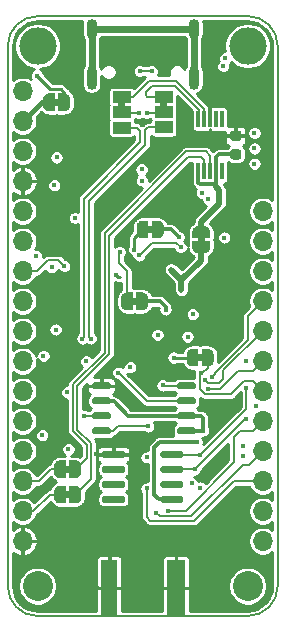
<source format=gbl>
G04 #@! TF.GenerationSoftware,KiCad,Pcbnew,(5.1.6)-1*
G04 #@! TF.CreationDate,2020-08-18T19:06:58+02:00*
G04 #@! TF.ProjectId,Penguino-Feather-4260-v1,50656e67-7569-46e6-9f2d-466561746865,1.1*
G04 #@! TF.SameCoordinates,Original*
G04 #@! TF.FileFunction,Copper,L4,Bot*
G04 #@! TF.FilePolarity,Positive*
%FSLAX46Y46*%
G04 Gerber Fmt 4.6, Leading zero omitted, Abs format (unit mm)*
G04 Created by KiCad (PCBNEW (5.1.6)-1) date 2020-08-18 19:06:58*
%MOMM*%
%LPD*%
G01*
G04 APERTURE LIST*
G04 #@! TA.AperFunction,Profile*
%ADD10C,0.150000*%
G04 #@! TD*
G04 #@! TA.AperFunction,EtchedComponent*
%ADD11C,0.100000*%
G04 #@! TD*
G04 #@! TA.AperFunction,SMDPad,CuDef*
%ADD12R,1.350000X4.700000*%
G04 #@! TD*
G04 #@! TA.AperFunction,SMDPad,CuDef*
%ADD13R,1.500000X4.700000*%
G04 #@! TD*
G04 #@! TA.AperFunction,SMDPad,CuDef*
%ADD14C,0.100000*%
G04 #@! TD*
G04 #@! TA.AperFunction,ComponentPad*
%ADD15C,3.175000*%
G04 #@! TD*
G04 #@! TA.AperFunction,ComponentPad*
%ADD16C,2.540000*%
G04 #@! TD*
G04 #@! TA.AperFunction,ComponentPad*
%ADD17O,1.700000X1.700000*%
G04 #@! TD*
G04 #@! TA.AperFunction,ComponentPad*
%ADD18O,0.900000X2.000000*%
G04 #@! TD*
G04 #@! TA.AperFunction,ComponentPad*
%ADD19O,0.900000X1.700000*%
G04 #@! TD*
G04 #@! TA.AperFunction,SMDPad,CuDef*
%ADD20R,1.500000X1.000000*%
G04 #@! TD*
G04 #@! TA.AperFunction,SMDPad,CuDef*
%ADD21R,0.300000X1.400000*%
G04 #@! TD*
G04 #@! TA.AperFunction,ViaPad*
%ADD22C,0.450000*%
G04 #@! TD*
G04 #@! TA.AperFunction,Conductor*
%ADD23C,0.300000*%
G04 #@! TD*
G04 #@! TA.AperFunction,Conductor*
%ADD24C,0.180000*%
G04 #@! TD*
G04 #@! TA.AperFunction,Conductor*
%ADD25C,0.400000*%
G04 #@! TD*
G04 #@! TA.AperFunction,Conductor*
%ADD26C,0.250000*%
G04 #@! TD*
G04 #@! TA.AperFunction,Conductor*
%ADD27C,0.500000*%
G04 #@! TD*
G04 #@! TA.AperFunction,Conductor*
%ADD28C,0.200000*%
G04 #@! TD*
G04 #@! TA.AperFunction,Conductor*
%ADD29C,0.600000*%
G04 #@! TD*
G04 #@! TA.AperFunction,Conductor*
%ADD30C,0.254000*%
G04 #@! TD*
G04 APERTURE END LIST*
D10*
X127000000Y-119380000D02*
G75*
G02*
X124460000Y-116840000I0J2540000D01*
G01*
X147320000Y-116840000D02*
G75*
G02*
X144780000Y-119380000I-2540000J0D01*
G01*
X144780000Y-68580000D02*
G75*
G02*
X147320000Y-71120000I0J-2540000D01*
G01*
X124460000Y-71120000D02*
G75*
G02*
X127000000Y-68580000I2540000J0D01*
G01*
X124460000Y-116840000D02*
X124460000Y-71120000D01*
X144780000Y-119380000D02*
X127000000Y-119380000D01*
X147320000Y-71120000D02*
X147320000Y-116840000D01*
X127000000Y-68580000D02*
X144780000Y-68580000D01*
D11*
G36*
X128850000Y-76175000D02*
G01*
X128350000Y-76175000D01*
X128350000Y-75575000D01*
X128850000Y-75575000D01*
X128850000Y-76175000D01*
G37*
G36*
X140500000Y-97200000D02*
G01*
X141000000Y-97200000D01*
X141000000Y-97800000D01*
X140500000Y-97800000D01*
X140500000Y-97200000D01*
G37*
G36*
X134950000Y-92430000D02*
G01*
X135450000Y-92430000D01*
X135450000Y-93030000D01*
X134950000Y-93030000D01*
X134950000Y-92430000D01*
G37*
G36*
X136275000Y-86350000D02*
G01*
X136775000Y-86350000D01*
X136775000Y-86950000D01*
X136275000Y-86950000D01*
X136275000Y-86350000D01*
G37*
G36*
X137368000Y-75808000D02*
G01*
X137368000Y-76308000D01*
X137968000Y-76308000D01*
X137968000Y-75808000D01*
X137368000Y-75808000D01*
G37*
G36*
X133812000Y-75838000D02*
G01*
X133812000Y-76338000D01*
X134412000Y-76338000D01*
X134412000Y-75838000D01*
X133812000Y-75838000D01*
G37*
G36*
X140543000Y-87753000D02*
G01*
X140543000Y-87253000D01*
X141143000Y-87253000D01*
X141143000Y-87753000D01*
X140543000Y-87753000D01*
G37*
G36*
X129790000Y-107234000D02*
G01*
X129290000Y-107234000D01*
X129290000Y-106634000D01*
X129790000Y-106634000D01*
X129790000Y-107234000D01*
G37*
G36*
X129790000Y-109393000D02*
G01*
X129290000Y-109393000D01*
X129290000Y-108793000D01*
X129790000Y-108793000D01*
X129790000Y-109393000D01*
G37*
D12*
X133065000Y-116990000D03*
D13*
X138715000Y-116990000D03*
G04 #@! TA.AperFunction,SMDPad,CuDef*
D14*
G36*
X128450000Y-76625000D02*
G01*
X127950000Y-76625000D01*
X127950000Y-76624398D01*
X127925466Y-76624398D01*
X127876635Y-76619588D01*
X127828510Y-76610016D01*
X127781555Y-76595772D01*
X127736222Y-76576995D01*
X127692949Y-76553864D01*
X127652150Y-76526604D01*
X127614221Y-76495476D01*
X127579524Y-76460779D01*
X127548396Y-76422850D01*
X127521136Y-76382051D01*
X127498005Y-76338778D01*
X127479228Y-76293445D01*
X127464984Y-76246490D01*
X127455412Y-76198365D01*
X127450602Y-76149534D01*
X127450602Y-76125000D01*
X127450000Y-76125000D01*
X127450000Y-75625000D01*
X127450602Y-75625000D01*
X127450602Y-75600466D01*
X127455412Y-75551635D01*
X127464984Y-75503510D01*
X127479228Y-75456555D01*
X127498005Y-75411222D01*
X127521136Y-75367949D01*
X127548396Y-75327150D01*
X127579524Y-75289221D01*
X127614221Y-75254524D01*
X127652150Y-75223396D01*
X127692949Y-75196136D01*
X127736222Y-75173005D01*
X127781555Y-75154228D01*
X127828510Y-75139984D01*
X127876635Y-75130412D01*
X127925466Y-75125602D01*
X127950000Y-75125602D01*
X127950000Y-75125000D01*
X128450000Y-75125000D01*
X128450000Y-76625000D01*
G37*
G04 #@! TD.AperFunction*
G04 #@! TA.AperFunction,SMDPad,CuDef*
G36*
X129250000Y-75125602D02*
G01*
X129274534Y-75125602D01*
X129323365Y-75130412D01*
X129371490Y-75139984D01*
X129418445Y-75154228D01*
X129463778Y-75173005D01*
X129507051Y-75196136D01*
X129547850Y-75223396D01*
X129585779Y-75254524D01*
X129620476Y-75289221D01*
X129651604Y-75327150D01*
X129678864Y-75367949D01*
X129701995Y-75411222D01*
X129720772Y-75456555D01*
X129735016Y-75503510D01*
X129744588Y-75551635D01*
X129749398Y-75600466D01*
X129749398Y-75625000D01*
X129750000Y-75625000D01*
X129750000Y-76125000D01*
X129749398Y-76125000D01*
X129749398Y-76149534D01*
X129744588Y-76198365D01*
X129735016Y-76246490D01*
X129720772Y-76293445D01*
X129701995Y-76338778D01*
X129678864Y-76382051D01*
X129651604Y-76422850D01*
X129620476Y-76460779D01*
X129585779Y-76495476D01*
X129547850Y-76526604D01*
X129507051Y-76553864D01*
X129463778Y-76576995D01*
X129418445Y-76595772D01*
X129371490Y-76610016D01*
X129323365Y-76619588D01*
X129274534Y-76624398D01*
X129250000Y-76624398D01*
X129250000Y-76625000D01*
X128750000Y-76625000D01*
X128750000Y-75125000D01*
X129250000Y-75125000D01*
X129250000Y-75125602D01*
G37*
G04 #@! TD.AperFunction*
G04 #@! TA.AperFunction,SMDPad,CuDef*
G36*
X140900000Y-96750000D02*
G01*
X141400000Y-96750000D01*
X141400000Y-96750602D01*
X141424534Y-96750602D01*
X141473365Y-96755412D01*
X141521490Y-96764984D01*
X141568445Y-96779228D01*
X141613778Y-96798005D01*
X141657051Y-96821136D01*
X141697850Y-96848396D01*
X141735779Y-96879524D01*
X141770476Y-96914221D01*
X141801604Y-96952150D01*
X141828864Y-96992949D01*
X141851995Y-97036222D01*
X141870772Y-97081555D01*
X141885016Y-97128510D01*
X141894588Y-97176635D01*
X141899398Y-97225466D01*
X141899398Y-97250000D01*
X141900000Y-97250000D01*
X141900000Y-97750000D01*
X141899398Y-97750000D01*
X141899398Y-97774534D01*
X141894588Y-97823365D01*
X141885016Y-97871490D01*
X141870772Y-97918445D01*
X141851995Y-97963778D01*
X141828864Y-98007051D01*
X141801604Y-98047850D01*
X141770476Y-98085779D01*
X141735779Y-98120476D01*
X141697850Y-98151604D01*
X141657051Y-98178864D01*
X141613778Y-98201995D01*
X141568445Y-98220772D01*
X141521490Y-98235016D01*
X141473365Y-98244588D01*
X141424534Y-98249398D01*
X141400000Y-98249398D01*
X141400000Y-98250000D01*
X140900000Y-98250000D01*
X140900000Y-96750000D01*
G37*
G04 #@! TD.AperFunction*
G04 #@! TA.AperFunction,SMDPad,CuDef*
G36*
X140100000Y-98249398D02*
G01*
X140075466Y-98249398D01*
X140026635Y-98244588D01*
X139978510Y-98235016D01*
X139931555Y-98220772D01*
X139886222Y-98201995D01*
X139842949Y-98178864D01*
X139802150Y-98151604D01*
X139764221Y-98120476D01*
X139729524Y-98085779D01*
X139698396Y-98047850D01*
X139671136Y-98007051D01*
X139648005Y-97963778D01*
X139629228Y-97918445D01*
X139614984Y-97871490D01*
X139605412Y-97823365D01*
X139600602Y-97774534D01*
X139600602Y-97750000D01*
X139600000Y-97750000D01*
X139600000Y-97250000D01*
X139600602Y-97250000D01*
X139600602Y-97225466D01*
X139605412Y-97176635D01*
X139614984Y-97128510D01*
X139629228Y-97081555D01*
X139648005Y-97036222D01*
X139671136Y-96992949D01*
X139698396Y-96952150D01*
X139729524Y-96914221D01*
X139764221Y-96879524D01*
X139802150Y-96848396D01*
X139842949Y-96821136D01*
X139886222Y-96798005D01*
X139931555Y-96779228D01*
X139978510Y-96764984D01*
X140026635Y-96755412D01*
X140075466Y-96750602D01*
X140100000Y-96750602D01*
X140100000Y-96750000D01*
X140600000Y-96750000D01*
X140600000Y-98250000D01*
X140100000Y-98250000D01*
X140100000Y-98249398D01*
G37*
G04 #@! TD.AperFunction*
G04 #@! TA.AperFunction,SMDPad,CuDef*
G36*
X134550000Y-93479398D02*
G01*
X134525466Y-93479398D01*
X134476635Y-93474588D01*
X134428510Y-93465016D01*
X134381555Y-93450772D01*
X134336222Y-93431995D01*
X134292949Y-93408864D01*
X134252150Y-93381604D01*
X134214221Y-93350476D01*
X134179524Y-93315779D01*
X134148396Y-93277850D01*
X134121136Y-93237051D01*
X134098005Y-93193778D01*
X134079228Y-93148445D01*
X134064984Y-93101490D01*
X134055412Y-93053365D01*
X134050602Y-93004534D01*
X134050602Y-92980000D01*
X134050000Y-92980000D01*
X134050000Y-92480000D01*
X134050602Y-92480000D01*
X134050602Y-92455466D01*
X134055412Y-92406635D01*
X134064984Y-92358510D01*
X134079228Y-92311555D01*
X134098005Y-92266222D01*
X134121136Y-92222949D01*
X134148396Y-92182150D01*
X134179524Y-92144221D01*
X134214221Y-92109524D01*
X134252150Y-92078396D01*
X134292949Y-92051136D01*
X134336222Y-92028005D01*
X134381555Y-92009228D01*
X134428510Y-91994984D01*
X134476635Y-91985412D01*
X134525466Y-91980602D01*
X134550000Y-91980602D01*
X134550000Y-91980000D01*
X135050000Y-91980000D01*
X135050000Y-93480000D01*
X134550000Y-93480000D01*
X134550000Y-93479398D01*
G37*
G04 #@! TD.AperFunction*
G04 #@! TA.AperFunction,SMDPad,CuDef*
G36*
X135350000Y-91980000D02*
G01*
X135850000Y-91980000D01*
X135850000Y-91980602D01*
X135874534Y-91980602D01*
X135923365Y-91985412D01*
X135971490Y-91994984D01*
X136018445Y-92009228D01*
X136063778Y-92028005D01*
X136107051Y-92051136D01*
X136147850Y-92078396D01*
X136185779Y-92109524D01*
X136220476Y-92144221D01*
X136251604Y-92182150D01*
X136278864Y-92222949D01*
X136301995Y-92266222D01*
X136320772Y-92311555D01*
X136335016Y-92358510D01*
X136344588Y-92406635D01*
X136349398Y-92455466D01*
X136349398Y-92480000D01*
X136350000Y-92480000D01*
X136350000Y-92980000D01*
X136349398Y-92980000D01*
X136349398Y-93004534D01*
X136344588Y-93053365D01*
X136335016Y-93101490D01*
X136320772Y-93148445D01*
X136301995Y-93193778D01*
X136278864Y-93237051D01*
X136251604Y-93277850D01*
X136220476Y-93315779D01*
X136185779Y-93350476D01*
X136147850Y-93381604D01*
X136107051Y-93408864D01*
X136063778Y-93431995D01*
X136018445Y-93450772D01*
X135971490Y-93465016D01*
X135923365Y-93474588D01*
X135874534Y-93479398D01*
X135850000Y-93479398D01*
X135850000Y-93480000D01*
X135350000Y-93480000D01*
X135350000Y-91980000D01*
G37*
G04 #@! TD.AperFunction*
G04 #@! TA.AperFunction,SMDPad,CuDef*
G36*
X135875000Y-87399398D02*
G01*
X135850466Y-87399398D01*
X135801635Y-87394588D01*
X135753510Y-87385016D01*
X135706555Y-87370772D01*
X135661222Y-87351995D01*
X135617949Y-87328864D01*
X135577150Y-87301604D01*
X135539221Y-87270476D01*
X135504524Y-87235779D01*
X135473396Y-87197850D01*
X135446136Y-87157051D01*
X135423005Y-87113778D01*
X135404228Y-87068445D01*
X135389984Y-87021490D01*
X135380412Y-86973365D01*
X135375602Y-86924534D01*
X135375602Y-86900000D01*
X135375000Y-86900000D01*
X135375000Y-86400000D01*
X135375602Y-86400000D01*
X135375602Y-86375466D01*
X135380412Y-86326635D01*
X135389984Y-86278510D01*
X135404228Y-86231555D01*
X135423005Y-86186222D01*
X135446136Y-86142949D01*
X135473396Y-86102150D01*
X135504524Y-86064221D01*
X135539221Y-86029524D01*
X135577150Y-85998396D01*
X135617949Y-85971136D01*
X135661222Y-85948005D01*
X135706555Y-85929228D01*
X135753510Y-85914984D01*
X135801635Y-85905412D01*
X135850466Y-85900602D01*
X135875000Y-85900602D01*
X135875000Y-85900000D01*
X136375000Y-85900000D01*
X136375000Y-87400000D01*
X135875000Y-87400000D01*
X135875000Y-87399398D01*
G37*
G04 #@! TD.AperFunction*
G04 #@! TA.AperFunction,SMDPad,CuDef*
G36*
X136675000Y-85900000D02*
G01*
X137175000Y-85900000D01*
X137175000Y-85900602D01*
X137199534Y-85900602D01*
X137248365Y-85905412D01*
X137296490Y-85914984D01*
X137343445Y-85929228D01*
X137388778Y-85948005D01*
X137432051Y-85971136D01*
X137472850Y-85998396D01*
X137510779Y-86029524D01*
X137545476Y-86064221D01*
X137576604Y-86102150D01*
X137603864Y-86142949D01*
X137626995Y-86186222D01*
X137645772Y-86231555D01*
X137660016Y-86278510D01*
X137669588Y-86326635D01*
X137674398Y-86375466D01*
X137674398Y-86400000D01*
X137675000Y-86400000D01*
X137675000Y-86900000D01*
X137674398Y-86900000D01*
X137674398Y-86924534D01*
X137669588Y-86973365D01*
X137660016Y-87021490D01*
X137645772Y-87068445D01*
X137626995Y-87113778D01*
X137603864Y-87157051D01*
X137576604Y-87197850D01*
X137545476Y-87235779D01*
X137510779Y-87270476D01*
X137472850Y-87301604D01*
X137432051Y-87328864D01*
X137388778Y-87351995D01*
X137343445Y-87370772D01*
X137296490Y-87385016D01*
X137248365Y-87394588D01*
X137199534Y-87399398D01*
X137175000Y-87399398D01*
X137175000Y-87400000D01*
X136675000Y-87400000D01*
X136675000Y-85900000D01*
G37*
G04 #@! TD.AperFunction*
G04 #@! TA.AperFunction,SMDPad,CuDef*
G36*
G01*
X132440000Y-109655000D02*
X132440000Y-109355000D01*
G75*
G02*
X132590000Y-109205000I150000J0D01*
G01*
X134240000Y-109205000D01*
G75*
G02*
X134390000Y-109355000I0J-150000D01*
G01*
X134390000Y-109655000D01*
G75*
G02*
X134240000Y-109805000I-150000J0D01*
G01*
X132590000Y-109805000D01*
G75*
G02*
X132440000Y-109655000I0J150000D01*
G01*
G37*
G04 #@! TD.AperFunction*
G04 #@! TA.AperFunction,SMDPad,CuDef*
G36*
G01*
X132440000Y-108385000D02*
X132440000Y-108085000D01*
G75*
G02*
X132590000Y-107935000I150000J0D01*
G01*
X134240000Y-107935000D01*
G75*
G02*
X134390000Y-108085000I0J-150000D01*
G01*
X134390000Y-108385000D01*
G75*
G02*
X134240000Y-108535000I-150000J0D01*
G01*
X132590000Y-108535000D01*
G75*
G02*
X132440000Y-108385000I0J150000D01*
G01*
G37*
G04 #@! TD.AperFunction*
G04 #@! TA.AperFunction,SMDPad,CuDef*
G36*
G01*
X132440000Y-107115000D02*
X132440000Y-106815000D01*
G75*
G02*
X132590000Y-106665000I150000J0D01*
G01*
X134240000Y-106665000D01*
G75*
G02*
X134390000Y-106815000I0J-150000D01*
G01*
X134390000Y-107115000D01*
G75*
G02*
X134240000Y-107265000I-150000J0D01*
G01*
X132590000Y-107265000D01*
G75*
G02*
X132440000Y-107115000I0J150000D01*
G01*
G37*
G04 #@! TD.AperFunction*
G04 #@! TA.AperFunction,SMDPad,CuDef*
G36*
G01*
X132440000Y-105845000D02*
X132440000Y-105545000D01*
G75*
G02*
X132590000Y-105395000I150000J0D01*
G01*
X134240000Y-105395000D01*
G75*
G02*
X134390000Y-105545000I0J-150000D01*
G01*
X134390000Y-105845000D01*
G75*
G02*
X134240000Y-105995000I-150000J0D01*
G01*
X132590000Y-105995000D01*
G75*
G02*
X132440000Y-105845000I0J150000D01*
G01*
G37*
G04 #@! TD.AperFunction*
G04 #@! TA.AperFunction,SMDPad,CuDef*
G36*
G01*
X137390000Y-105845000D02*
X137390000Y-105545000D01*
G75*
G02*
X137540000Y-105395000I150000J0D01*
G01*
X139190000Y-105395000D01*
G75*
G02*
X139340000Y-105545000I0J-150000D01*
G01*
X139340000Y-105845000D01*
G75*
G02*
X139190000Y-105995000I-150000J0D01*
G01*
X137540000Y-105995000D01*
G75*
G02*
X137390000Y-105845000I0J150000D01*
G01*
G37*
G04 #@! TD.AperFunction*
G04 #@! TA.AperFunction,SMDPad,CuDef*
G36*
G01*
X137390000Y-107115000D02*
X137390000Y-106815000D01*
G75*
G02*
X137540000Y-106665000I150000J0D01*
G01*
X139190000Y-106665000D01*
G75*
G02*
X139340000Y-106815000I0J-150000D01*
G01*
X139340000Y-107115000D01*
G75*
G02*
X139190000Y-107265000I-150000J0D01*
G01*
X137540000Y-107265000D01*
G75*
G02*
X137390000Y-107115000I0J150000D01*
G01*
G37*
G04 #@! TD.AperFunction*
G04 #@! TA.AperFunction,SMDPad,CuDef*
G36*
G01*
X137390000Y-108385000D02*
X137390000Y-108085000D01*
G75*
G02*
X137540000Y-107935000I150000J0D01*
G01*
X139190000Y-107935000D01*
G75*
G02*
X139340000Y-108085000I0J-150000D01*
G01*
X139340000Y-108385000D01*
G75*
G02*
X139190000Y-108535000I-150000J0D01*
G01*
X137540000Y-108535000D01*
G75*
G02*
X137390000Y-108385000I0J150000D01*
G01*
G37*
G04 #@! TD.AperFunction*
G04 #@! TA.AperFunction,SMDPad,CuDef*
G36*
G01*
X137390000Y-109655000D02*
X137390000Y-109355000D01*
G75*
G02*
X137540000Y-109205000I150000J0D01*
G01*
X139190000Y-109205000D01*
G75*
G02*
X139340000Y-109355000I0J-150000D01*
G01*
X139340000Y-109655000D01*
G75*
G02*
X139190000Y-109805000I-150000J0D01*
G01*
X137540000Y-109805000D01*
G75*
G02*
X137390000Y-109655000I0J150000D01*
G01*
G37*
G04 #@! TD.AperFunction*
D15*
X127000000Y-71120000D03*
X144780000Y-71120000D03*
D16*
X144780000Y-116840000D03*
X127000000Y-116840000D03*
D17*
X125730000Y-74930000D03*
X125730000Y-77470000D03*
X125730000Y-80010000D03*
X125730000Y-82550000D03*
X125730000Y-85090000D03*
X125730000Y-87630000D03*
X125730000Y-90170000D03*
X125730000Y-92710000D03*
X125730000Y-95250000D03*
X125730000Y-97790000D03*
X125730000Y-100330000D03*
X125730000Y-102870000D03*
X125730000Y-105410000D03*
X125730000Y-107950000D03*
X125730000Y-110490000D03*
X125730000Y-113030000D03*
X146050000Y-113030000D03*
X146050000Y-110490000D03*
X146050000Y-107950000D03*
X146050000Y-105410000D03*
X146050000Y-102870000D03*
X146050000Y-100330000D03*
X146050000Y-97790000D03*
X146050000Y-95250000D03*
X146050000Y-92710000D03*
X146050000Y-90170000D03*
X146050000Y-87630000D03*
X146050000Y-85090000D03*
D18*
X140210000Y-73812000D03*
X131570000Y-73812000D03*
D19*
X140210000Y-69642000D03*
X131570000Y-69642000D03*
G04 #@! TA.AperFunction,SMDPad,CuDef*
G36*
G01*
X131600000Y-103855000D02*
X131600000Y-103555000D01*
G75*
G02*
X131750000Y-103405000I150000J0D01*
G01*
X133050000Y-103405000D01*
G75*
G02*
X133200000Y-103555000I0J-150000D01*
G01*
X133200000Y-103855000D01*
G75*
G02*
X133050000Y-104005000I-150000J0D01*
G01*
X131750000Y-104005000D01*
G75*
G02*
X131600000Y-103855000I0J150000D01*
G01*
G37*
G04 #@! TD.AperFunction*
G04 #@! TA.AperFunction,SMDPad,CuDef*
G36*
G01*
X131600000Y-102585000D02*
X131600000Y-102285000D01*
G75*
G02*
X131750000Y-102135000I150000J0D01*
G01*
X133050000Y-102135000D01*
G75*
G02*
X133200000Y-102285000I0J-150000D01*
G01*
X133200000Y-102585000D01*
G75*
G02*
X133050000Y-102735000I-150000J0D01*
G01*
X131750000Y-102735000D01*
G75*
G02*
X131600000Y-102585000I0J150000D01*
G01*
G37*
G04 #@! TD.AperFunction*
G04 #@! TA.AperFunction,SMDPad,CuDef*
G36*
G01*
X131600000Y-101315000D02*
X131600000Y-101015000D01*
G75*
G02*
X131750000Y-100865000I150000J0D01*
G01*
X133050000Y-100865000D01*
G75*
G02*
X133200000Y-101015000I0J-150000D01*
G01*
X133200000Y-101315000D01*
G75*
G02*
X133050000Y-101465000I-150000J0D01*
G01*
X131750000Y-101465000D01*
G75*
G02*
X131600000Y-101315000I0J150000D01*
G01*
G37*
G04 #@! TD.AperFunction*
G04 #@! TA.AperFunction,SMDPad,CuDef*
G36*
G01*
X131600000Y-100045000D02*
X131600000Y-99745000D01*
G75*
G02*
X131750000Y-99595000I150000J0D01*
G01*
X133050000Y-99595000D01*
G75*
G02*
X133200000Y-99745000I0J-150000D01*
G01*
X133200000Y-100045000D01*
G75*
G02*
X133050000Y-100195000I-150000J0D01*
G01*
X131750000Y-100195000D01*
G75*
G02*
X131600000Y-100045000I0J150000D01*
G01*
G37*
G04 #@! TD.AperFunction*
G04 #@! TA.AperFunction,SMDPad,CuDef*
G36*
G01*
X138800000Y-100045000D02*
X138800000Y-99745000D01*
G75*
G02*
X138950000Y-99595000I150000J0D01*
G01*
X140250000Y-99595000D01*
G75*
G02*
X140400000Y-99745000I0J-150000D01*
G01*
X140400000Y-100045000D01*
G75*
G02*
X140250000Y-100195000I-150000J0D01*
G01*
X138950000Y-100195000D01*
G75*
G02*
X138800000Y-100045000I0J150000D01*
G01*
G37*
G04 #@! TD.AperFunction*
G04 #@! TA.AperFunction,SMDPad,CuDef*
G36*
G01*
X138800000Y-101315000D02*
X138800000Y-101015000D01*
G75*
G02*
X138950000Y-100865000I150000J0D01*
G01*
X140250000Y-100865000D01*
G75*
G02*
X140400000Y-101015000I0J-150000D01*
G01*
X140400000Y-101315000D01*
G75*
G02*
X140250000Y-101465000I-150000J0D01*
G01*
X138950000Y-101465000D01*
G75*
G02*
X138800000Y-101315000I0J150000D01*
G01*
G37*
G04 #@! TD.AperFunction*
G04 #@! TA.AperFunction,SMDPad,CuDef*
G36*
G01*
X138800000Y-102585000D02*
X138800000Y-102285000D01*
G75*
G02*
X138950000Y-102135000I150000J0D01*
G01*
X140250000Y-102135000D01*
G75*
G02*
X140400000Y-102285000I0J-150000D01*
G01*
X140400000Y-102585000D01*
G75*
G02*
X140250000Y-102735000I-150000J0D01*
G01*
X138950000Y-102735000D01*
G75*
G02*
X138800000Y-102585000I0J150000D01*
G01*
G37*
G04 #@! TD.AperFunction*
G04 #@! TA.AperFunction,SMDPad,CuDef*
G36*
G01*
X138800000Y-103855000D02*
X138800000Y-103555000D01*
G75*
G02*
X138950000Y-103405000I150000J0D01*
G01*
X140250000Y-103405000D01*
G75*
G02*
X140400000Y-103555000I0J-150000D01*
G01*
X140400000Y-103855000D01*
G75*
G02*
X140250000Y-104005000I-150000J0D01*
G01*
X138950000Y-104005000D01*
G75*
G02*
X138800000Y-103855000I0J150000D01*
G01*
G37*
G04 #@! TD.AperFunction*
G04 #@! TA.AperFunction,SMDPad,CuDef*
G36*
G01*
X143507750Y-78277000D02*
X144020250Y-78277000D01*
G75*
G02*
X144239000Y-78495750I0J-218750D01*
G01*
X144239000Y-78933250D01*
G75*
G02*
X144020250Y-79152000I-218750J0D01*
G01*
X143507750Y-79152000D01*
G75*
G02*
X143289000Y-78933250I0J218750D01*
G01*
X143289000Y-78495750D01*
G75*
G02*
X143507750Y-78277000I218750J0D01*
G01*
G37*
G04 #@! TD.AperFunction*
G04 #@! TA.AperFunction,SMDPad,CuDef*
G36*
G01*
X143507750Y-79852000D02*
X144020250Y-79852000D01*
G75*
G02*
X144239000Y-80070750I0J-218750D01*
G01*
X144239000Y-80508250D01*
G75*
G02*
X144020250Y-80727000I-218750J0D01*
G01*
X143507750Y-80727000D01*
G75*
G02*
X143289000Y-80508250I0J218750D01*
G01*
X143289000Y-80070750D01*
G75*
G02*
X143507750Y-79852000I218750J0D01*
G01*
G37*
G04 #@! TD.AperFunction*
D20*
X137668000Y-75408000D03*
X137668000Y-78008000D03*
X137668000Y-76708000D03*
X134112000Y-76738000D03*
X134112000Y-78038000D03*
X134112000Y-75438000D03*
G04 #@! TA.AperFunction,SMDPad,CuDef*
D14*
G36*
X141592398Y-88153000D02*
G01*
X141592398Y-88177534D01*
X141587588Y-88226365D01*
X141578016Y-88274490D01*
X141563772Y-88321445D01*
X141544995Y-88366778D01*
X141521864Y-88410051D01*
X141494604Y-88450850D01*
X141463476Y-88488779D01*
X141428779Y-88523476D01*
X141390850Y-88554604D01*
X141350051Y-88581864D01*
X141306778Y-88604995D01*
X141261445Y-88623772D01*
X141214490Y-88638016D01*
X141166365Y-88647588D01*
X141117534Y-88652398D01*
X141093000Y-88652398D01*
X141093000Y-88653000D01*
X140593000Y-88653000D01*
X140593000Y-88652398D01*
X140568466Y-88652398D01*
X140519635Y-88647588D01*
X140471510Y-88638016D01*
X140424555Y-88623772D01*
X140379222Y-88604995D01*
X140335949Y-88581864D01*
X140295150Y-88554604D01*
X140257221Y-88523476D01*
X140222524Y-88488779D01*
X140191396Y-88450850D01*
X140164136Y-88410051D01*
X140141005Y-88366778D01*
X140122228Y-88321445D01*
X140107984Y-88274490D01*
X140098412Y-88226365D01*
X140093602Y-88177534D01*
X140093602Y-88153000D01*
X140093000Y-88153000D01*
X140093000Y-87653000D01*
X141593000Y-87653000D01*
X141593000Y-88153000D01*
X141592398Y-88153000D01*
G37*
G04 #@! TD.AperFunction*
G04 #@! TA.AperFunction,SMDPad,CuDef*
G36*
X140093000Y-87353000D02*
G01*
X140093000Y-86853000D01*
X140093602Y-86853000D01*
X140093602Y-86828466D01*
X140098412Y-86779635D01*
X140107984Y-86731510D01*
X140122228Y-86684555D01*
X140141005Y-86639222D01*
X140164136Y-86595949D01*
X140191396Y-86555150D01*
X140222524Y-86517221D01*
X140257221Y-86482524D01*
X140295150Y-86451396D01*
X140335949Y-86424136D01*
X140379222Y-86401005D01*
X140424555Y-86382228D01*
X140471510Y-86367984D01*
X140519635Y-86358412D01*
X140568466Y-86353602D01*
X140593000Y-86353602D01*
X140593000Y-86353000D01*
X141093000Y-86353000D01*
X141093000Y-86353602D01*
X141117534Y-86353602D01*
X141166365Y-86358412D01*
X141214490Y-86367984D01*
X141261445Y-86382228D01*
X141306778Y-86401005D01*
X141350051Y-86424136D01*
X141390850Y-86451396D01*
X141428779Y-86482524D01*
X141463476Y-86517221D01*
X141494604Y-86555150D01*
X141521864Y-86595949D01*
X141544995Y-86639222D01*
X141563772Y-86684555D01*
X141578016Y-86731510D01*
X141587588Y-86779635D01*
X141592398Y-86828466D01*
X141592398Y-86853000D01*
X141593000Y-86853000D01*
X141593000Y-87353000D01*
X140093000Y-87353000D01*
G37*
G04 #@! TD.AperFunction*
G04 #@! TA.AperFunction,SMDPad,CuDef*
G36*
X130190000Y-106184602D02*
G01*
X130214534Y-106184602D01*
X130263365Y-106189412D01*
X130311490Y-106198984D01*
X130358445Y-106213228D01*
X130403778Y-106232005D01*
X130447051Y-106255136D01*
X130487850Y-106282396D01*
X130525779Y-106313524D01*
X130560476Y-106348221D01*
X130591604Y-106386150D01*
X130618864Y-106426949D01*
X130641995Y-106470222D01*
X130660772Y-106515555D01*
X130675016Y-106562510D01*
X130684588Y-106610635D01*
X130689398Y-106659466D01*
X130689398Y-106684000D01*
X130690000Y-106684000D01*
X130690000Y-107184000D01*
X130689398Y-107184000D01*
X130689398Y-107208534D01*
X130684588Y-107257365D01*
X130675016Y-107305490D01*
X130660772Y-107352445D01*
X130641995Y-107397778D01*
X130618864Y-107441051D01*
X130591604Y-107481850D01*
X130560476Y-107519779D01*
X130525779Y-107554476D01*
X130487850Y-107585604D01*
X130447051Y-107612864D01*
X130403778Y-107635995D01*
X130358445Y-107654772D01*
X130311490Y-107669016D01*
X130263365Y-107678588D01*
X130214534Y-107683398D01*
X130190000Y-107683398D01*
X130190000Y-107684000D01*
X129690000Y-107684000D01*
X129690000Y-106184000D01*
X130190000Y-106184000D01*
X130190000Y-106184602D01*
G37*
G04 #@! TD.AperFunction*
G04 #@! TA.AperFunction,SMDPad,CuDef*
G36*
X129390000Y-107684000D02*
G01*
X128890000Y-107684000D01*
X128890000Y-107683398D01*
X128865466Y-107683398D01*
X128816635Y-107678588D01*
X128768510Y-107669016D01*
X128721555Y-107654772D01*
X128676222Y-107635995D01*
X128632949Y-107612864D01*
X128592150Y-107585604D01*
X128554221Y-107554476D01*
X128519524Y-107519779D01*
X128488396Y-107481850D01*
X128461136Y-107441051D01*
X128438005Y-107397778D01*
X128419228Y-107352445D01*
X128404984Y-107305490D01*
X128395412Y-107257365D01*
X128390602Y-107208534D01*
X128390602Y-107184000D01*
X128390000Y-107184000D01*
X128390000Y-106684000D01*
X128390602Y-106684000D01*
X128390602Y-106659466D01*
X128395412Y-106610635D01*
X128404984Y-106562510D01*
X128419228Y-106515555D01*
X128438005Y-106470222D01*
X128461136Y-106426949D01*
X128488396Y-106386150D01*
X128519524Y-106348221D01*
X128554221Y-106313524D01*
X128592150Y-106282396D01*
X128632949Y-106255136D01*
X128676222Y-106232005D01*
X128721555Y-106213228D01*
X128768510Y-106198984D01*
X128816635Y-106189412D01*
X128865466Y-106184602D01*
X128890000Y-106184602D01*
X128890000Y-106184000D01*
X129390000Y-106184000D01*
X129390000Y-107684000D01*
G37*
G04 #@! TD.AperFunction*
G04 #@! TA.AperFunction,SMDPad,CuDef*
G36*
X129390000Y-109843000D02*
G01*
X128890000Y-109843000D01*
X128890000Y-109842398D01*
X128865466Y-109842398D01*
X128816635Y-109837588D01*
X128768510Y-109828016D01*
X128721555Y-109813772D01*
X128676222Y-109794995D01*
X128632949Y-109771864D01*
X128592150Y-109744604D01*
X128554221Y-109713476D01*
X128519524Y-109678779D01*
X128488396Y-109640850D01*
X128461136Y-109600051D01*
X128438005Y-109556778D01*
X128419228Y-109511445D01*
X128404984Y-109464490D01*
X128395412Y-109416365D01*
X128390602Y-109367534D01*
X128390602Y-109343000D01*
X128390000Y-109343000D01*
X128390000Y-108843000D01*
X128390602Y-108843000D01*
X128390602Y-108818466D01*
X128395412Y-108769635D01*
X128404984Y-108721510D01*
X128419228Y-108674555D01*
X128438005Y-108629222D01*
X128461136Y-108585949D01*
X128488396Y-108545150D01*
X128519524Y-108507221D01*
X128554221Y-108472524D01*
X128592150Y-108441396D01*
X128632949Y-108414136D01*
X128676222Y-108391005D01*
X128721555Y-108372228D01*
X128768510Y-108357984D01*
X128816635Y-108348412D01*
X128865466Y-108343602D01*
X128890000Y-108343602D01*
X128890000Y-108343000D01*
X129390000Y-108343000D01*
X129390000Y-109843000D01*
G37*
G04 #@! TD.AperFunction*
G04 #@! TA.AperFunction,SMDPad,CuDef*
G36*
X130190000Y-108343602D02*
G01*
X130214534Y-108343602D01*
X130263365Y-108348412D01*
X130311490Y-108357984D01*
X130358445Y-108372228D01*
X130403778Y-108391005D01*
X130447051Y-108414136D01*
X130487850Y-108441396D01*
X130525779Y-108472524D01*
X130560476Y-108507221D01*
X130591604Y-108545150D01*
X130618864Y-108585949D01*
X130641995Y-108629222D01*
X130660772Y-108674555D01*
X130675016Y-108721510D01*
X130684588Y-108769635D01*
X130689398Y-108818466D01*
X130689398Y-108843000D01*
X130690000Y-108843000D01*
X130690000Y-109343000D01*
X130689398Y-109343000D01*
X130689398Y-109367534D01*
X130684588Y-109416365D01*
X130675016Y-109464490D01*
X130660772Y-109511445D01*
X130641995Y-109556778D01*
X130618864Y-109600051D01*
X130591604Y-109640850D01*
X130560476Y-109678779D01*
X130525779Y-109713476D01*
X130487850Y-109744604D01*
X130447051Y-109771864D01*
X130403778Y-109794995D01*
X130358445Y-109813772D01*
X130311490Y-109828016D01*
X130263365Y-109837588D01*
X130214534Y-109842398D01*
X130190000Y-109842398D01*
X130190000Y-109843000D01*
X129690000Y-109843000D01*
X129690000Y-108343000D01*
X130190000Y-108343000D01*
X130190000Y-108343602D01*
G37*
G04 #@! TD.AperFunction*
D21*
X140605000Y-77302000D03*
X141105000Y-77302000D03*
X141605000Y-77302000D03*
X142105000Y-77302000D03*
X142605000Y-77302000D03*
X142605000Y-81702000D03*
X142105000Y-81702000D03*
X141605000Y-81702000D03*
X141105000Y-81702000D03*
X140605000Y-81702000D03*
D22*
X145350000Y-81080000D03*
X145350000Y-78480000D03*
X145350007Y-79790007D03*
X137915802Y-113844150D03*
X138473812Y-113844150D03*
X139031821Y-113844150D03*
X139031821Y-112244150D03*
X138473812Y-112244150D03*
X137915802Y-112244150D03*
X131700000Y-75490000D03*
X146080000Y-73190000D03*
X142650000Y-86350000D03*
X145060000Y-86350000D03*
X137380000Y-90020000D03*
X137400000Y-90860000D03*
X141150000Y-90790000D03*
X134100000Y-83000000D03*
X142350000Y-78750000D03*
X137390000Y-84970000D03*
X131675000Y-108475000D03*
X135075000Y-108100000D03*
X130290000Y-93570000D03*
X129475001Y-97967778D03*
X126795002Y-93680000D03*
X141875000Y-106275000D03*
X140455410Y-95930009D03*
X129848000Y-79823000D03*
X139600000Y-112250000D03*
X139600000Y-113850000D03*
X140200000Y-114000000D03*
X140650000Y-114400000D03*
X140200000Y-112050000D03*
X140650000Y-111750000D03*
X137350000Y-112244150D03*
X137350000Y-113850000D03*
X136800000Y-113850000D03*
X136800000Y-112250000D03*
X136250000Y-112250000D03*
X133900000Y-111500000D03*
X133560000Y-111050000D03*
X131950000Y-111450000D03*
X132275000Y-111975000D03*
X132700000Y-112400000D03*
X133050000Y-112800000D03*
X134396480Y-113741200D03*
X135100000Y-113750000D03*
X134875000Y-114350000D03*
X136925000Y-114400000D03*
X137050000Y-115000000D03*
X134750000Y-115000000D03*
X134750000Y-115600000D03*
X134750000Y-116150000D03*
X134750000Y-116750000D03*
X134750000Y-117300000D03*
X134750000Y-117850000D03*
X134750000Y-118400000D03*
X134750000Y-118950000D03*
X137050000Y-118950000D03*
X137050000Y-118400000D03*
X137050000Y-117850000D03*
X137050000Y-117300000D03*
X137050000Y-116750000D03*
X137050000Y-116150000D03*
X137050000Y-115600000D03*
X125849600Y-114620600D03*
X127054400Y-112211000D03*
X127656800Y-108596600D03*
X128861600Y-114018200D03*
X128861600Y-118235000D03*
X129464000Y-69440600D03*
X129464000Y-103175000D03*
X130430000Y-116310000D03*
X131040000Y-112360000D03*
X133200000Y-70510000D03*
X133680800Y-100163000D03*
X134885600Y-104982200D03*
X134885600Y-111006200D03*
X135910000Y-70440000D03*
X136090400Y-107391800D03*
X137295200Y-79681400D03*
X138830000Y-70510000D03*
X140307200Y-115825400D03*
X141512000Y-69440600D03*
X141512000Y-101367800D03*
X141512000Y-118235000D03*
X143915000Y-113180000D03*
X143319200Y-91127000D03*
X143921600Y-114620600D03*
X142240000Y-116840000D03*
X130430000Y-117010000D03*
X130290000Y-111180000D03*
X127000000Y-114300000D03*
X143940000Y-111630000D03*
X142340000Y-110180000D03*
X140350000Y-118050000D03*
X131540000Y-118290000D03*
X130430000Y-117620000D03*
X128480000Y-115190000D03*
X128410000Y-111360000D03*
X133845414Y-79650963D03*
X135710000Y-72040000D03*
X134050000Y-87620000D03*
X131660000Y-114030000D03*
X142340000Y-115760000D03*
X142621000Y-75946000D03*
X141512000Y-75819000D03*
X135864600Y-77774800D03*
X131976022Y-105675000D03*
X130515360Y-105567480D03*
X133611620Y-110548420D03*
X135658860Y-112278160D03*
X133850380Y-113512600D03*
X133426200Y-113146840D03*
X128142820Y-112771607D03*
X129433523Y-115743729D03*
X131426154Y-117083387D03*
X132789869Y-71621094D03*
X135009917Y-106344214D03*
X135577360Y-99357138D03*
X137141184Y-81303984D03*
X137909000Y-70742323D03*
X137948296Y-103564283D03*
X139124416Y-77002752D03*
X140755345Y-116943008D03*
X142113640Y-112653536D03*
X142858242Y-118326855D03*
X144023851Y-81243641D03*
X146245919Y-114754068D03*
X138925000Y-87275000D03*
X135820000Y-82510000D03*
X141460000Y-84100000D03*
X140890000Y-83530000D03*
X135800000Y-81560000D03*
X142702420Y-72817580D03*
X138310000Y-90040000D03*
X139170000Y-91770000D03*
X137830000Y-93430000D03*
X141000000Y-103675000D03*
X140450000Y-104650000D03*
X145450000Y-101575000D03*
X144657420Y-97767420D03*
X133607590Y-90463751D03*
X144410000Y-105860000D03*
X144404484Y-104944484D03*
X133935102Y-88544902D03*
X135540000Y-76781246D03*
X135650000Y-73240000D03*
X136660000Y-73240000D03*
X136240000Y-76781246D03*
X126825000Y-88875000D03*
X127490000Y-97350000D03*
X129494390Y-100440000D03*
X128402894Y-82901438D03*
X128195188Y-89850000D03*
X131098026Y-97791707D03*
X139110000Y-88140000D03*
X135592410Y-88850000D03*
X136225000Y-105950000D03*
X140825000Y-98825000D03*
X130150000Y-85675000D03*
X129250000Y-89750000D03*
X140140000Y-93830000D03*
X144670000Y-100080000D03*
X140750000Y-105775000D03*
X139690000Y-95730000D03*
X144650000Y-102675000D03*
X140285000Y-106965000D03*
X128594168Y-80544168D03*
X137150000Y-95572590D03*
X141774920Y-99125081D03*
X129600000Y-105250000D03*
X134842075Y-98304821D03*
X133820961Y-98772231D03*
X137580068Y-99849061D03*
X130900000Y-102425000D03*
X127375000Y-104075000D03*
X136225000Y-108575000D03*
X137050000Y-110675000D03*
X138050000Y-110470179D03*
X140025000Y-108125000D03*
X141394563Y-100141744D03*
X138500000Y-97500000D03*
X128519643Y-95120022D03*
X142890000Y-72140000D03*
X142780000Y-87330000D03*
X126940000Y-73630000D03*
X135175000Y-88375000D03*
X140775000Y-108500000D03*
X136345187Y-103324873D03*
X141189329Y-99413178D03*
X131490000Y-95885000D03*
X130790000Y-95885000D03*
D23*
X141605000Y-75912000D02*
X141512000Y-75819000D01*
X141605000Y-77302000D02*
X141605000Y-75912000D01*
D24*
X133415000Y-105695000D02*
X131996022Y-105695000D01*
X131996022Y-105695000D02*
X131976022Y-105675000D01*
D23*
X137175000Y-86650000D02*
X138300000Y-86650000D01*
X138300000Y-86650000D02*
X138925000Y-87275000D01*
D25*
X127325000Y-75875000D02*
X125730000Y-77470000D01*
X127950000Y-75875000D02*
X127325000Y-75875000D01*
D23*
X139600000Y-103705000D02*
X140970000Y-103705000D01*
X140970000Y-103705000D02*
X141000000Y-103675000D01*
X141000000Y-103675000D02*
X141000000Y-102575000D01*
X140860000Y-102435000D02*
X139600000Y-102435000D01*
X141000000Y-102575000D02*
X140860000Y-102435000D01*
X140131802Y-104650000D02*
X140450000Y-104650000D01*
X137325000Y-104650000D02*
X140131802Y-104650000D01*
X136875001Y-105099999D02*
X137325000Y-104650000D01*
X136875001Y-109090001D02*
X136875001Y-105099999D01*
X138365000Y-109505000D02*
X137290000Y-109505000D01*
X137290000Y-109505000D02*
X136875001Y-109090001D01*
D26*
X144657420Y-97772580D02*
X144657420Y-97767420D01*
X144650000Y-97780000D02*
X144657420Y-97772580D01*
D23*
X137850000Y-93410000D02*
X137830000Y-93430000D01*
X137850000Y-93200000D02*
X137850000Y-93410000D01*
X135850000Y-92730000D02*
X137380000Y-92730000D01*
X137380000Y-92730000D02*
X137850000Y-93200000D01*
D26*
X133990000Y-90670000D02*
X133971250Y-90688750D01*
X133971250Y-90688750D02*
X133832589Y-90688750D01*
X133832589Y-90688750D02*
X133607590Y-90463751D01*
D23*
X134685000Y-102435000D02*
X139600000Y-102435000D01*
X133450000Y-101200000D02*
X134685000Y-102435000D01*
X132400000Y-101165000D02*
X132435000Y-101200000D01*
X132435000Y-101200000D02*
X133450000Y-101200000D01*
D27*
X139170000Y-91770000D02*
X139170000Y-90954000D01*
X140843000Y-89281000D02*
X140843000Y-88153000D01*
X139170000Y-90954000D02*
X140843000Y-89281000D01*
X139170000Y-90900000D02*
X139170000Y-90954000D01*
X138310000Y-90040000D02*
X139170000Y-90900000D01*
D28*
X133893560Y-88586444D02*
X133935102Y-88544902D01*
X133893560Y-89522300D02*
X133893560Y-88586444D01*
X134550000Y-92730000D02*
X134550000Y-90178740D01*
X134550000Y-90178740D02*
X133893560Y-89522300D01*
X135650000Y-73240000D02*
X136660000Y-73240000D01*
X134155246Y-76781246D02*
X134112000Y-76738000D01*
X135540000Y-76781246D02*
X134155246Y-76781246D01*
X137594754Y-76781246D02*
X137668000Y-76708000D01*
X136240000Y-76781246D02*
X137594754Y-76781246D01*
X135817409Y-88625001D02*
X135592410Y-88850000D01*
X136662410Y-87780000D02*
X135817409Y-88625001D01*
X139110000Y-88140000D02*
X138750000Y-87780000D01*
X138750000Y-87780000D02*
X136662410Y-87780000D01*
X141400000Y-97500000D02*
X141400000Y-98347592D01*
X140922592Y-98825000D02*
X140825000Y-98825000D01*
X141400000Y-98347592D02*
X140922592Y-98825000D01*
X146050000Y-100330000D02*
X145200001Y-99480001D01*
X143329238Y-100619146D02*
X141165409Y-100619146D01*
X140711928Y-98938072D02*
X140825000Y-98825000D01*
X145200001Y-99480001D02*
X144468383Y-99480001D01*
X144468383Y-99480001D02*
X143329238Y-100619146D01*
X141165409Y-100619146D02*
X140711928Y-100165665D01*
X140711928Y-100165665D02*
X140711928Y-98938072D01*
X126932081Y-90170000D02*
X125730000Y-90170000D01*
X127852081Y-89250000D02*
X126932081Y-90170000D01*
X129250000Y-89750000D02*
X128750000Y-89250000D01*
X128750000Y-89250000D02*
X127852081Y-89250000D01*
X144670000Y-101855000D02*
X144670000Y-100080000D01*
X140750000Y-105775000D02*
X144670000Y-101855000D01*
X138365000Y-105695000D02*
X138445000Y-105775000D01*
X138445000Y-105775000D02*
X140750000Y-105775000D01*
X139440000Y-106965000D02*
X138365000Y-106965000D01*
X140285000Y-106965000D02*
X139440000Y-106965000D01*
X144650000Y-102675000D02*
X144575000Y-102675000D01*
X144575000Y-102675000D02*
X140285000Y-106965000D01*
D24*
X144800000Y-93960000D02*
X146050000Y-92710000D01*
X144800000Y-96000001D02*
X144800000Y-93960000D01*
X141999919Y-98800082D02*
X144800000Y-96000001D01*
X141774920Y-99125081D02*
X141999919Y-98900082D01*
X141999919Y-98900082D02*
X141999919Y-98800082D01*
D28*
X139600000Y-101165000D02*
X136213730Y-101165000D01*
X136213730Y-101165000D02*
X134045960Y-98997230D01*
X134045960Y-98997230D02*
X133820961Y-98772231D01*
X139600000Y-99895000D02*
X137626007Y-99895000D01*
X137626007Y-99895000D02*
X137580068Y-99849061D01*
X132390000Y-102425000D02*
X132400000Y-102435000D01*
X130900000Y-102425000D02*
X132390000Y-102425000D01*
X127132080Y-107950000D02*
X125730000Y-107950000D01*
X128890000Y-106934000D02*
X128148080Y-106934000D01*
X128148080Y-106934000D02*
X127132080Y-107950000D01*
X128890000Y-109093000D02*
X128021080Y-109093000D01*
X126624080Y-110490000D02*
X125730000Y-110490000D01*
X128021080Y-109093000D02*
X126624080Y-110490000D01*
X136225000Y-110975000D02*
X136225000Y-108575000D01*
X136550000Y-111300000D02*
X136225000Y-110975000D01*
X140262500Y-111300000D02*
X136550000Y-111300000D01*
X146050000Y-107950000D02*
X143612500Y-107950000D01*
X143612500Y-107950000D02*
X140262500Y-111300000D01*
X145200001Y-106259999D02*
X146050000Y-105410000D01*
X144375000Y-106550000D02*
X144910000Y-106550000D01*
X144910000Y-106550000D02*
X145200001Y-106259999D01*
X137050000Y-110675000D02*
X137322589Y-110947589D01*
X139977411Y-110947589D02*
X144375000Y-106550000D01*
X137322589Y-110947589D02*
X139977411Y-110947589D01*
X138368198Y-110470179D02*
X138050000Y-110470179D01*
X145200001Y-103719999D02*
X144170001Y-103719999D01*
X146050000Y-102870000D02*
X145200001Y-103719999D01*
X144170001Y-103719999D02*
X143630000Y-104260000D01*
X143630000Y-104260000D02*
X143630000Y-106370000D01*
X143630000Y-106370000D02*
X139529821Y-110470179D01*
X139529821Y-110470179D02*
X138368198Y-110470179D01*
X146050000Y-97790000D02*
X145200001Y-98639999D01*
X142463194Y-100141744D02*
X141712761Y-100141744D01*
X143964939Y-98639999D02*
X142463194Y-100141744D01*
X141712761Y-100141744D02*
X141394563Y-100141744D01*
X145200001Y-98639999D02*
X143964939Y-98639999D01*
D29*
X131570000Y-73812000D02*
X131570000Y-69642000D01*
X132620000Y-69642000D02*
X140210000Y-69642000D01*
X131570000Y-69642000D02*
X132620000Y-69642000D01*
X140210000Y-69642000D02*
X140210000Y-73812000D01*
D26*
X140100000Y-97500000D02*
X138500000Y-97500000D01*
X129250000Y-75061640D02*
X129250000Y-75875000D01*
X128938020Y-74749660D02*
X129250000Y-75061640D01*
X126940000Y-73630000D02*
X128059660Y-74749660D01*
X128059660Y-74749660D02*
X128938020Y-74749660D01*
X135175000Y-87350000D02*
X135875000Y-86650000D01*
X135175000Y-88375000D02*
X135175000Y-87350000D01*
D28*
X141414328Y-99638177D02*
X141189329Y-99413178D01*
X142721901Y-98578099D02*
X142721901Y-99309653D01*
X142721901Y-99309653D02*
X142393377Y-99638177D01*
X142393377Y-99638177D02*
X141414328Y-99638177D01*
X146050000Y-95250000D02*
X142721901Y-98578099D01*
D24*
X133775127Y-103324873D02*
X136345187Y-103324873D01*
X132400000Y-103705000D02*
X133395000Y-103705000D01*
X133395000Y-103705000D02*
X133775127Y-103324873D01*
D23*
X142105000Y-83050000D02*
X142113000Y-83058000D01*
X142105000Y-81702000D02*
X142105000Y-83050000D01*
X140605000Y-81702000D02*
X140605000Y-82693000D01*
X140605000Y-82693000D02*
X140716000Y-82804000D01*
X141859000Y-82804000D02*
X142105000Y-83050000D01*
X140716000Y-82804000D02*
X141859000Y-82804000D01*
X143764000Y-80289500D02*
X142341500Y-80289500D01*
X142105000Y-80526000D02*
X142105000Y-81702000D01*
X142341500Y-80289500D02*
X142105000Y-80526000D01*
D27*
X142367000Y-84455000D02*
X142367000Y-83312000D01*
X140843000Y-86853000D02*
X140843000Y-85979000D01*
X142367000Y-83312000D02*
X142113000Y-83058000D01*
X140843000Y-85979000D02*
X142367000Y-84455000D01*
D28*
X136368000Y-78008000D02*
X137668000Y-78008000D01*
X131365000Y-95760000D02*
X131365000Y-84218200D01*
X131365000Y-84218200D02*
X136118600Y-79464600D01*
X131490000Y-95885000D02*
X131365000Y-95760000D01*
X136118600Y-79464600D02*
X136118600Y-78257400D01*
X136118600Y-78257400D02*
X136368000Y-78008000D01*
X135420200Y-78038000D02*
X134112000Y-78038000D01*
X130915000Y-95760000D02*
X130915000Y-84031800D01*
X130790000Y-95885000D02*
X130915000Y-95760000D01*
X135665000Y-79281800D02*
X135665000Y-78282800D01*
X130915000Y-84031800D02*
X135665000Y-79281800D01*
X135665000Y-78282800D02*
X135420200Y-78038000D01*
X129997200Y-103733600D02*
X131146201Y-104882601D01*
X131146201Y-104882601D02*
X131146201Y-105977799D01*
X129997200Y-99750336D02*
X129997200Y-103733600D01*
X130644064Y-106479936D02*
X130190000Y-106934000D01*
X132681980Y-97065556D02*
X129997200Y-99750336D01*
X141605000Y-80431640D02*
X141216380Y-80043020D01*
X131146201Y-105977799D02*
X130644064Y-106479936D01*
X141605000Y-81702000D02*
X141605000Y-80431640D01*
X132681980Y-86959440D02*
X132681980Y-97065556D01*
X141216380Y-80043020D02*
X139598400Y-80043020D01*
X139598400Y-80043020D02*
X132681980Y-86959440D01*
X141105000Y-80802000D02*
X141105000Y-81702000D01*
X133050280Y-97195640D02*
X133050280Y-87182960D01*
X131498612Y-107784388D02*
X131498612Y-104736628D01*
X139689840Y-80543400D02*
X140846400Y-80543400D01*
X133050280Y-87182960D02*
X139689840Y-80543400D01*
X130190000Y-109093000D02*
X131498612Y-107784388D01*
X131498612Y-104736628D02*
X130349611Y-103587627D01*
X140846400Y-80543400D02*
X141105000Y-80802000D01*
X130349611Y-103587627D02*
X130349611Y-99896309D01*
X130349611Y-99896309D02*
X133050280Y-97195640D01*
X136643600Y-74520000D02*
X136165800Y-74997800D01*
X136165800Y-75282000D02*
X136291800Y-75408000D01*
X136291800Y-75408000D02*
X137668000Y-75408000D01*
X138619440Y-74520000D02*
X136643600Y-74520000D01*
X140630000Y-76530560D02*
X138619440Y-74520000D01*
X140605000Y-77302000D02*
X140630000Y-77277000D01*
X140630000Y-77277000D02*
X140630000Y-76530560D01*
X136165800Y-74997800D02*
X136165800Y-75282000D01*
X135089200Y-75438000D02*
X134112000Y-75438000D01*
X141080000Y-76472678D02*
X138677322Y-74070000D01*
X141105000Y-77302000D02*
X141080000Y-77277000D01*
X138677322Y-74070000D02*
X136457200Y-74070000D01*
X141080000Y-77277000D02*
X141080000Y-76472678D01*
X136457200Y-74070000D02*
X135089200Y-75438000D01*
D30*
G36*
X138653968Y-103028043D02*
G01*
X138732464Y-103070000D01*
X138653968Y-103111957D01*
X138573223Y-103178223D01*
X138506957Y-103258968D01*
X138457717Y-103351090D01*
X138427395Y-103451047D01*
X138417157Y-103555000D01*
X138417157Y-103855000D01*
X138427395Y-103958953D01*
X138457717Y-104058910D01*
X138489836Y-104119000D01*
X137351074Y-104119000D01*
X137325000Y-104116432D01*
X137298926Y-104119000D01*
X137298916Y-104119000D01*
X137220906Y-104126683D01*
X137120812Y-104157047D01*
X137028564Y-104206354D01*
X136967970Y-104256082D01*
X136967964Y-104256088D01*
X136947710Y-104272710D01*
X136931087Y-104292965D01*
X136517971Y-104706083D01*
X136497712Y-104722709D01*
X136481085Y-104742969D01*
X136481084Y-104742970D01*
X136431355Y-104803564D01*
X136382048Y-104895812D01*
X136361682Y-104962951D01*
X136351685Y-104995905D01*
X136350589Y-105007030D01*
X136341433Y-105099999D01*
X136344002Y-105126083D01*
X136344002Y-105355799D01*
X136284686Y-105344000D01*
X136165314Y-105344000D01*
X136048236Y-105367288D01*
X135937951Y-105412970D01*
X135838698Y-105479289D01*
X135754289Y-105563698D01*
X135687970Y-105662951D01*
X135642288Y-105773236D01*
X135619000Y-105890314D01*
X135619000Y-106009686D01*
X135642288Y-106126764D01*
X135687970Y-106237049D01*
X135754289Y-106336302D01*
X135838698Y-106420711D01*
X135937951Y-106487030D01*
X136048236Y-106532712D01*
X136165314Y-106556000D01*
X136284686Y-106556000D01*
X136344002Y-106544202D01*
X136344001Y-107980798D01*
X136284686Y-107969000D01*
X136165314Y-107969000D01*
X136048236Y-107992288D01*
X135937951Y-108037970D01*
X135838698Y-108104289D01*
X135754289Y-108188698D01*
X135687970Y-108287951D01*
X135642288Y-108398236D01*
X135619000Y-108515314D01*
X135619000Y-108634686D01*
X135642288Y-108751764D01*
X135687970Y-108862049D01*
X135744001Y-108945905D01*
X135744000Y-110951374D01*
X135741673Y-110975000D01*
X135750960Y-111069292D01*
X135753049Y-111076179D01*
X135778464Y-111159960D01*
X135823128Y-111243522D01*
X135883236Y-111316764D01*
X135901593Y-111331829D01*
X136193174Y-111623411D01*
X136208236Y-111641764D01*
X136281478Y-111701872D01*
X136365039Y-111746536D01*
X136455708Y-111774040D01*
X136526374Y-111781000D01*
X136526383Y-111781000D01*
X136549999Y-111783326D01*
X136573615Y-111781000D01*
X140238874Y-111781000D01*
X140262500Y-111783327D01*
X140286126Y-111781000D01*
X140356792Y-111774040D01*
X140447461Y-111746536D01*
X140531022Y-111701872D01*
X140604264Y-111641764D01*
X140619330Y-111623406D01*
X143811737Y-108431000D01*
X144916812Y-108431000D01*
X144959102Y-108533097D01*
X145093820Y-108734717D01*
X145265283Y-108906180D01*
X145466903Y-109040898D01*
X145690931Y-109133693D01*
X145928757Y-109181000D01*
X146171243Y-109181000D01*
X146409069Y-109133693D01*
X146633097Y-109040898D01*
X146834717Y-108906180D01*
X146864001Y-108876896D01*
X146864001Y-109563104D01*
X146834717Y-109533820D01*
X146633097Y-109399102D01*
X146409069Y-109306307D01*
X146171243Y-109259000D01*
X145928757Y-109259000D01*
X145690931Y-109306307D01*
X145466903Y-109399102D01*
X145265283Y-109533820D01*
X145093820Y-109705283D01*
X144959102Y-109906903D01*
X144866307Y-110130931D01*
X144819000Y-110368757D01*
X144819000Y-110611243D01*
X144866307Y-110849069D01*
X144959102Y-111073097D01*
X145093820Y-111274717D01*
X145265283Y-111446180D01*
X145466903Y-111580898D01*
X145690931Y-111673693D01*
X145928757Y-111721000D01*
X146171243Y-111721000D01*
X146409069Y-111673693D01*
X146633097Y-111580898D01*
X146834717Y-111446180D01*
X146864001Y-111416896D01*
X146864001Y-112103104D01*
X146834717Y-112073820D01*
X146633097Y-111939102D01*
X146409069Y-111846307D01*
X146171243Y-111799000D01*
X145928757Y-111799000D01*
X145690931Y-111846307D01*
X145466903Y-111939102D01*
X145265283Y-112073820D01*
X145093820Y-112245283D01*
X144959102Y-112446903D01*
X144866307Y-112670931D01*
X144819000Y-112908757D01*
X144819000Y-113151243D01*
X144866307Y-113389069D01*
X144959102Y-113613097D01*
X145093820Y-113814717D01*
X145265283Y-113986180D01*
X145466903Y-114120898D01*
X145690931Y-114213693D01*
X145928757Y-114261000D01*
X146171243Y-114261000D01*
X146409069Y-114213693D01*
X146633097Y-114120898D01*
X146834717Y-113986180D01*
X146864001Y-113956896D01*
X146864001Y-116817684D01*
X146822165Y-117244359D01*
X146704732Y-117633319D01*
X146513987Y-117992058D01*
X146257193Y-118306918D01*
X145944138Y-118565899D01*
X145586734Y-118759147D01*
X145198606Y-118879293D01*
X144773244Y-118924000D01*
X139893679Y-118924000D01*
X139892000Y-117119750D01*
X139785250Y-117013000D01*
X138738000Y-117013000D01*
X138738000Y-117033000D01*
X138692000Y-117033000D01*
X138692000Y-117013000D01*
X137644750Y-117013000D01*
X137538000Y-117119750D01*
X137536321Y-118924000D01*
X134168679Y-118924000D01*
X134167000Y-117119750D01*
X134060250Y-117013000D01*
X133088000Y-117013000D01*
X133088000Y-117033000D01*
X133042000Y-117033000D01*
X133042000Y-117013000D01*
X132069750Y-117013000D01*
X131963000Y-117119750D01*
X131961321Y-118924000D01*
X127022305Y-118924000D01*
X126595641Y-118882165D01*
X126206681Y-118764732D01*
X125847942Y-118573987D01*
X125533082Y-118317193D01*
X125274101Y-118004138D01*
X125080853Y-117646734D01*
X124960707Y-117258606D01*
X124916000Y-116833244D01*
X124916000Y-116677391D01*
X125349000Y-116677391D01*
X125349000Y-117002609D01*
X125412447Y-117321579D01*
X125536903Y-117622042D01*
X125717585Y-117892451D01*
X125947549Y-118122415D01*
X126217958Y-118303097D01*
X126518421Y-118427553D01*
X126837391Y-118491000D01*
X127162609Y-118491000D01*
X127481579Y-118427553D01*
X127782042Y-118303097D01*
X128052451Y-118122415D01*
X128282415Y-117892451D01*
X128463097Y-117622042D01*
X128587553Y-117321579D01*
X128651000Y-117002609D01*
X128651000Y-116677391D01*
X128587553Y-116358421D01*
X128463097Y-116057958D01*
X128282415Y-115787549D01*
X128052451Y-115557585D01*
X127782042Y-115376903D01*
X127481579Y-115252447D01*
X127162609Y-115189000D01*
X126837391Y-115189000D01*
X126518421Y-115252447D01*
X126217958Y-115376903D01*
X125947549Y-115557585D01*
X125717585Y-115787549D01*
X125536903Y-116057958D01*
X125412447Y-116358421D01*
X125349000Y-116677391D01*
X124916000Y-116677391D01*
X124916000Y-114640000D01*
X131960934Y-114640000D01*
X131963000Y-116860250D01*
X132069750Y-116967000D01*
X133042000Y-116967000D01*
X133042000Y-114319750D01*
X133088000Y-114319750D01*
X133088000Y-116967000D01*
X134060250Y-116967000D01*
X134167000Y-116860250D01*
X134169066Y-114640000D01*
X137535934Y-114640000D01*
X137538000Y-116860250D01*
X137644750Y-116967000D01*
X138692000Y-116967000D01*
X138692000Y-114319750D01*
X138738000Y-114319750D01*
X138738000Y-116967000D01*
X139785250Y-116967000D01*
X139892000Y-116860250D01*
X139892170Y-116677391D01*
X143129000Y-116677391D01*
X143129000Y-117002609D01*
X143192447Y-117321579D01*
X143316903Y-117622042D01*
X143497585Y-117892451D01*
X143727549Y-118122415D01*
X143997958Y-118303097D01*
X144298421Y-118427553D01*
X144617391Y-118491000D01*
X144942609Y-118491000D01*
X145261579Y-118427553D01*
X145562042Y-118303097D01*
X145832451Y-118122415D01*
X146062415Y-117892451D01*
X146243097Y-117622042D01*
X146367553Y-117321579D01*
X146431000Y-117002609D01*
X146431000Y-116677391D01*
X146367553Y-116358421D01*
X146243097Y-116057958D01*
X146062415Y-115787549D01*
X145832451Y-115557585D01*
X145562042Y-115376903D01*
X145261579Y-115252447D01*
X144942609Y-115189000D01*
X144617391Y-115189000D01*
X144298421Y-115252447D01*
X143997958Y-115376903D01*
X143727549Y-115557585D01*
X143497585Y-115787549D01*
X143316903Y-116057958D01*
X143192447Y-116358421D01*
X143129000Y-116677391D01*
X139892170Y-116677391D01*
X139894066Y-114640000D01*
X139885822Y-114556293D01*
X139861405Y-114475804D01*
X139821755Y-114401624D01*
X139768395Y-114336605D01*
X139703376Y-114283245D01*
X139629196Y-114243595D01*
X139548707Y-114219178D01*
X139465000Y-114210934D01*
X138844750Y-114213000D01*
X138738000Y-114319750D01*
X138692000Y-114319750D01*
X138585250Y-114213000D01*
X137965000Y-114210934D01*
X137881293Y-114219178D01*
X137800804Y-114243595D01*
X137726624Y-114283245D01*
X137661605Y-114336605D01*
X137608245Y-114401624D01*
X137568595Y-114475804D01*
X137544178Y-114556293D01*
X137535934Y-114640000D01*
X134169066Y-114640000D01*
X134160822Y-114556293D01*
X134136405Y-114475804D01*
X134096755Y-114401624D01*
X134043395Y-114336605D01*
X133978376Y-114283245D01*
X133904196Y-114243595D01*
X133823707Y-114219178D01*
X133740000Y-114210934D01*
X133194750Y-114213000D01*
X133088000Y-114319750D01*
X133042000Y-114319750D01*
X132935250Y-114213000D01*
X132390000Y-114210934D01*
X132306293Y-114219178D01*
X132225804Y-114243595D01*
X132151624Y-114283245D01*
X132086605Y-114336605D01*
X132033245Y-114401624D01*
X131993595Y-114475804D01*
X131969178Y-114556293D01*
X131960934Y-114640000D01*
X124916000Y-114640000D01*
X124916000Y-114006635D01*
X125043267Y-114106629D01*
X125266502Y-114219917D01*
X125507549Y-114287477D01*
X125707000Y-114200044D01*
X125707000Y-113053000D01*
X125753000Y-113053000D01*
X125753000Y-114200044D01*
X125952451Y-114287477D01*
X126193498Y-114219917D01*
X126416733Y-114106629D01*
X126613578Y-113951967D01*
X126776467Y-113761874D01*
X126899141Y-113543656D01*
X126976886Y-113305698D01*
X126987476Y-113252451D01*
X126900024Y-113053000D01*
X125753000Y-113053000D01*
X125707000Y-113053000D01*
X125687000Y-113053000D01*
X125687000Y-113007000D01*
X125707000Y-113007000D01*
X125707000Y-111859956D01*
X125753000Y-111859956D01*
X125753000Y-113007000D01*
X126900024Y-113007000D01*
X126987476Y-112807549D01*
X126976886Y-112754302D01*
X126899141Y-112516344D01*
X126776467Y-112298126D01*
X126613578Y-112108033D01*
X126416733Y-111953371D01*
X126193498Y-111840083D01*
X125952451Y-111772523D01*
X125753000Y-111859956D01*
X125707000Y-111859956D01*
X125507549Y-111772523D01*
X125266502Y-111840083D01*
X125043267Y-111953371D01*
X124916000Y-112053365D01*
X124916000Y-111416897D01*
X124945283Y-111446180D01*
X125146903Y-111580898D01*
X125370931Y-111673693D01*
X125608757Y-111721000D01*
X125851243Y-111721000D01*
X126089069Y-111673693D01*
X126313097Y-111580898D01*
X126514717Y-111446180D01*
X126686180Y-111274717D01*
X126820898Y-111073097D01*
X126897695Y-110887693D01*
X126965844Y-110831764D01*
X126980910Y-110813406D01*
X128087656Y-109706661D01*
X128095337Y-109725204D01*
X128130717Y-109791394D01*
X128185173Y-109872893D01*
X128232784Y-109930908D01*
X128302092Y-110000216D01*
X128360107Y-110047827D01*
X128441606Y-110102283D01*
X128507796Y-110137663D01*
X128598352Y-110175172D01*
X128670169Y-110196957D01*
X128766302Y-110216079D01*
X128840991Y-110223435D01*
X128865550Y-110223435D01*
X128890000Y-110225843D01*
X129390000Y-110225843D01*
X129464689Y-110218487D01*
X129536508Y-110196701D01*
X129540000Y-110194834D01*
X129543492Y-110196701D01*
X129615311Y-110218487D01*
X129690000Y-110225843D01*
X130190000Y-110225843D01*
X130214450Y-110223435D01*
X130239009Y-110223435D01*
X130313698Y-110216079D01*
X130409831Y-110196957D01*
X130481648Y-110175172D01*
X130572204Y-110137663D01*
X130638394Y-110102283D01*
X130719893Y-110047827D01*
X130777908Y-110000216D01*
X130847216Y-109930908D01*
X130894827Y-109872893D01*
X130949283Y-109791394D01*
X130984663Y-109725204D01*
X131022172Y-109634648D01*
X131043957Y-109562831D01*
X131063079Y-109466698D01*
X131070435Y-109392009D01*
X131070435Y-109367450D01*
X131072843Y-109343000D01*
X131072843Y-108890393D01*
X131822024Y-108141213D01*
X131840376Y-108126152D01*
X131900484Y-108052910D01*
X131945148Y-107969349D01*
X131972652Y-107878680D01*
X131976664Y-107837951D01*
X131981939Y-107784388D01*
X131979612Y-107760762D01*
X131979612Y-105995000D01*
X132010934Y-105995000D01*
X132019178Y-106078707D01*
X132043595Y-106159196D01*
X132083245Y-106233376D01*
X132136605Y-106298395D01*
X132201624Y-106351755D01*
X132272453Y-106389614D01*
X132213223Y-106438223D01*
X132146957Y-106518968D01*
X132097717Y-106611090D01*
X132067395Y-106711047D01*
X132057157Y-106815000D01*
X132057157Y-107115000D01*
X132067395Y-107218953D01*
X132097717Y-107318910D01*
X132146957Y-107411032D01*
X132213223Y-107491777D01*
X132293968Y-107558043D01*
X132372464Y-107600000D01*
X132293968Y-107641957D01*
X132213223Y-107708223D01*
X132146957Y-107788968D01*
X132097717Y-107881090D01*
X132067395Y-107981047D01*
X132057157Y-108085000D01*
X132057157Y-108385000D01*
X132067395Y-108488953D01*
X132097717Y-108588910D01*
X132146957Y-108681032D01*
X132213223Y-108761777D01*
X132293968Y-108828043D01*
X132372464Y-108870000D01*
X132293968Y-108911957D01*
X132213223Y-108978223D01*
X132146957Y-109058968D01*
X132097717Y-109151090D01*
X132067395Y-109251047D01*
X132057157Y-109355000D01*
X132057157Y-109655000D01*
X132067395Y-109758953D01*
X132097717Y-109858910D01*
X132146957Y-109951032D01*
X132213223Y-110031777D01*
X132293968Y-110098043D01*
X132386090Y-110147283D01*
X132486047Y-110177605D01*
X132590000Y-110187843D01*
X134240000Y-110187843D01*
X134343953Y-110177605D01*
X134443910Y-110147283D01*
X134536032Y-110098043D01*
X134616777Y-110031777D01*
X134683043Y-109951032D01*
X134732283Y-109858910D01*
X134762605Y-109758953D01*
X134772843Y-109655000D01*
X134772843Y-109355000D01*
X134762605Y-109251047D01*
X134732283Y-109151090D01*
X134683043Y-109058968D01*
X134616777Y-108978223D01*
X134536032Y-108911957D01*
X134457536Y-108870000D01*
X134536032Y-108828043D01*
X134616777Y-108761777D01*
X134683043Y-108681032D01*
X134732283Y-108588910D01*
X134762605Y-108488953D01*
X134772843Y-108385000D01*
X134772843Y-108085000D01*
X134762605Y-107981047D01*
X134732283Y-107881090D01*
X134683043Y-107788968D01*
X134616777Y-107708223D01*
X134536032Y-107641957D01*
X134457536Y-107600000D01*
X134536032Y-107558043D01*
X134616777Y-107491777D01*
X134683043Y-107411032D01*
X134732283Y-107318910D01*
X134762605Y-107218953D01*
X134772843Y-107115000D01*
X134772843Y-106815000D01*
X134762605Y-106711047D01*
X134732283Y-106611090D01*
X134683043Y-106518968D01*
X134616777Y-106438223D01*
X134557547Y-106389614D01*
X134628376Y-106351755D01*
X134693395Y-106298395D01*
X134746755Y-106233376D01*
X134786405Y-106159196D01*
X134810822Y-106078707D01*
X134819066Y-105995000D01*
X134817000Y-105824750D01*
X134710250Y-105718000D01*
X133438000Y-105718000D01*
X133438000Y-105738000D01*
X133392000Y-105738000D01*
X133392000Y-105718000D01*
X132119750Y-105718000D01*
X132013000Y-105824750D01*
X132010934Y-105995000D01*
X131979612Y-105995000D01*
X131979612Y-105395000D01*
X132010934Y-105395000D01*
X132013000Y-105565250D01*
X132119750Y-105672000D01*
X133392000Y-105672000D01*
X133392000Y-105074750D01*
X133438000Y-105074750D01*
X133438000Y-105672000D01*
X134710250Y-105672000D01*
X134817000Y-105565250D01*
X134819066Y-105395000D01*
X134810822Y-105311293D01*
X134786405Y-105230804D01*
X134746755Y-105156624D01*
X134693395Y-105091605D01*
X134628376Y-105038245D01*
X134554196Y-104998595D01*
X134473707Y-104974178D01*
X134390000Y-104965934D01*
X133544750Y-104968000D01*
X133438000Y-105074750D01*
X133392000Y-105074750D01*
X133285250Y-104968000D01*
X132440000Y-104965934D01*
X132356293Y-104974178D01*
X132275804Y-104998595D01*
X132201624Y-105038245D01*
X132136605Y-105091605D01*
X132083245Y-105156624D01*
X132043595Y-105230804D01*
X132019178Y-105311293D01*
X132010934Y-105395000D01*
X131979612Y-105395000D01*
X131979612Y-104760254D01*
X131981939Y-104736628D01*
X131972652Y-104642335D01*
X131947124Y-104558182D01*
X131945148Y-104551667D01*
X131900484Y-104468106D01*
X131840376Y-104394864D01*
X131831821Y-104387843D01*
X133050000Y-104387843D01*
X133153953Y-104377605D01*
X133253910Y-104347283D01*
X133346032Y-104298043D01*
X133426777Y-104231777D01*
X133477338Y-104170168D01*
X133487332Y-104169184D01*
X133576116Y-104142252D01*
X133657939Y-104098516D01*
X133729658Y-104039658D01*
X133744407Y-104021686D01*
X133970221Y-103795873D01*
X135959318Y-103795873D01*
X136058138Y-103861903D01*
X136168423Y-103907585D01*
X136285501Y-103930873D01*
X136404873Y-103930873D01*
X136521951Y-103907585D01*
X136632236Y-103861903D01*
X136731489Y-103795584D01*
X136815898Y-103711175D01*
X136882217Y-103611922D01*
X136927899Y-103501637D01*
X136951187Y-103384559D01*
X136951187Y-103265187D01*
X136927899Y-103148109D01*
X136882217Y-103037824D01*
X136834226Y-102966000D01*
X138578369Y-102966000D01*
X138653968Y-103028043D01*
G37*
X138653968Y-103028043D02*
X138732464Y-103070000D01*
X138653968Y-103111957D01*
X138573223Y-103178223D01*
X138506957Y-103258968D01*
X138457717Y-103351090D01*
X138427395Y-103451047D01*
X138417157Y-103555000D01*
X138417157Y-103855000D01*
X138427395Y-103958953D01*
X138457717Y-104058910D01*
X138489836Y-104119000D01*
X137351074Y-104119000D01*
X137325000Y-104116432D01*
X137298926Y-104119000D01*
X137298916Y-104119000D01*
X137220906Y-104126683D01*
X137120812Y-104157047D01*
X137028564Y-104206354D01*
X136967970Y-104256082D01*
X136967964Y-104256088D01*
X136947710Y-104272710D01*
X136931087Y-104292965D01*
X136517971Y-104706083D01*
X136497712Y-104722709D01*
X136481085Y-104742969D01*
X136481084Y-104742970D01*
X136431355Y-104803564D01*
X136382048Y-104895812D01*
X136361682Y-104962951D01*
X136351685Y-104995905D01*
X136350589Y-105007030D01*
X136341433Y-105099999D01*
X136344002Y-105126083D01*
X136344002Y-105355799D01*
X136284686Y-105344000D01*
X136165314Y-105344000D01*
X136048236Y-105367288D01*
X135937951Y-105412970D01*
X135838698Y-105479289D01*
X135754289Y-105563698D01*
X135687970Y-105662951D01*
X135642288Y-105773236D01*
X135619000Y-105890314D01*
X135619000Y-106009686D01*
X135642288Y-106126764D01*
X135687970Y-106237049D01*
X135754289Y-106336302D01*
X135838698Y-106420711D01*
X135937951Y-106487030D01*
X136048236Y-106532712D01*
X136165314Y-106556000D01*
X136284686Y-106556000D01*
X136344002Y-106544202D01*
X136344001Y-107980798D01*
X136284686Y-107969000D01*
X136165314Y-107969000D01*
X136048236Y-107992288D01*
X135937951Y-108037970D01*
X135838698Y-108104289D01*
X135754289Y-108188698D01*
X135687970Y-108287951D01*
X135642288Y-108398236D01*
X135619000Y-108515314D01*
X135619000Y-108634686D01*
X135642288Y-108751764D01*
X135687970Y-108862049D01*
X135744001Y-108945905D01*
X135744000Y-110951374D01*
X135741673Y-110975000D01*
X135750960Y-111069292D01*
X135753049Y-111076179D01*
X135778464Y-111159960D01*
X135823128Y-111243522D01*
X135883236Y-111316764D01*
X135901593Y-111331829D01*
X136193174Y-111623411D01*
X136208236Y-111641764D01*
X136281478Y-111701872D01*
X136365039Y-111746536D01*
X136455708Y-111774040D01*
X136526374Y-111781000D01*
X136526383Y-111781000D01*
X136549999Y-111783326D01*
X136573615Y-111781000D01*
X140238874Y-111781000D01*
X140262500Y-111783327D01*
X140286126Y-111781000D01*
X140356792Y-111774040D01*
X140447461Y-111746536D01*
X140531022Y-111701872D01*
X140604264Y-111641764D01*
X140619330Y-111623406D01*
X143811737Y-108431000D01*
X144916812Y-108431000D01*
X144959102Y-108533097D01*
X145093820Y-108734717D01*
X145265283Y-108906180D01*
X145466903Y-109040898D01*
X145690931Y-109133693D01*
X145928757Y-109181000D01*
X146171243Y-109181000D01*
X146409069Y-109133693D01*
X146633097Y-109040898D01*
X146834717Y-108906180D01*
X146864001Y-108876896D01*
X146864001Y-109563104D01*
X146834717Y-109533820D01*
X146633097Y-109399102D01*
X146409069Y-109306307D01*
X146171243Y-109259000D01*
X145928757Y-109259000D01*
X145690931Y-109306307D01*
X145466903Y-109399102D01*
X145265283Y-109533820D01*
X145093820Y-109705283D01*
X144959102Y-109906903D01*
X144866307Y-110130931D01*
X144819000Y-110368757D01*
X144819000Y-110611243D01*
X144866307Y-110849069D01*
X144959102Y-111073097D01*
X145093820Y-111274717D01*
X145265283Y-111446180D01*
X145466903Y-111580898D01*
X145690931Y-111673693D01*
X145928757Y-111721000D01*
X146171243Y-111721000D01*
X146409069Y-111673693D01*
X146633097Y-111580898D01*
X146834717Y-111446180D01*
X146864001Y-111416896D01*
X146864001Y-112103104D01*
X146834717Y-112073820D01*
X146633097Y-111939102D01*
X146409069Y-111846307D01*
X146171243Y-111799000D01*
X145928757Y-111799000D01*
X145690931Y-111846307D01*
X145466903Y-111939102D01*
X145265283Y-112073820D01*
X145093820Y-112245283D01*
X144959102Y-112446903D01*
X144866307Y-112670931D01*
X144819000Y-112908757D01*
X144819000Y-113151243D01*
X144866307Y-113389069D01*
X144959102Y-113613097D01*
X145093820Y-113814717D01*
X145265283Y-113986180D01*
X145466903Y-114120898D01*
X145690931Y-114213693D01*
X145928757Y-114261000D01*
X146171243Y-114261000D01*
X146409069Y-114213693D01*
X146633097Y-114120898D01*
X146834717Y-113986180D01*
X146864001Y-113956896D01*
X146864001Y-116817684D01*
X146822165Y-117244359D01*
X146704732Y-117633319D01*
X146513987Y-117992058D01*
X146257193Y-118306918D01*
X145944138Y-118565899D01*
X145586734Y-118759147D01*
X145198606Y-118879293D01*
X144773244Y-118924000D01*
X139893679Y-118924000D01*
X139892000Y-117119750D01*
X139785250Y-117013000D01*
X138738000Y-117013000D01*
X138738000Y-117033000D01*
X138692000Y-117033000D01*
X138692000Y-117013000D01*
X137644750Y-117013000D01*
X137538000Y-117119750D01*
X137536321Y-118924000D01*
X134168679Y-118924000D01*
X134167000Y-117119750D01*
X134060250Y-117013000D01*
X133088000Y-117013000D01*
X133088000Y-117033000D01*
X133042000Y-117033000D01*
X133042000Y-117013000D01*
X132069750Y-117013000D01*
X131963000Y-117119750D01*
X131961321Y-118924000D01*
X127022305Y-118924000D01*
X126595641Y-118882165D01*
X126206681Y-118764732D01*
X125847942Y-118573987D01*
X125533082Y-118317193D01*
X125274101Y-118004138D01*
X125080853Y-117646734D01*
X124960707Y-117258606D01*
X124916000Y-116833244D01*
X124916000Y-116677391D01*
X125349000Y-116677391D01*
X125349000Y-117002609D01*
X125412447Y-117321579D01*
X125536903Y-117622042D01*
X125717585Y-117892451D01*
X125947549Y-118122415D01*
X126217958Y-118303097D01*
X126518421Y-118427553D01*
X126837391Y-118491000D01*
X127162609Y-118491000D01*
X127481579Y-118427553D01*
X127782042Y-118303097D01*
X128052451Y-118122415D01*
X128282415Y-117892451D01*
X128463097Y-117622042D01*
X128587553Y-117321579D01*
X128651000Y-117002609D01*
X128651000Y-116677391D01*
X128587553Y-116358421D01*
X128463097Y-116057958D01*
X128282415Y-115787549D01*
X128052451Y-115557585D01*
X127782042Y-115376903D01*
X127481579Y-115252447D01*
X127162609Y-115189000D01*
X126837391Y-115189000D01*
X126518421Y-115252447D01*
X126217958Y-115376903D01*
X125947549Y-115557585D01*
X125717585Y-115787549D01*
X125536903Y-116057958D01*
X125412447Y-116358421D01*
X125349000Y-116677391D01*
X124916000Y-116677391D01*
X124916000Y-114640000D01*
X131960934Y-114640000D01*
X131963000Y-116860250D01*
X132069750Y-116967000D01*
X133042000Y-116967000D01*
X133042000Y-114319750D01*
X133088000Y-114319750D01*
X133088000Y-116967000D01*
X134060250Y-116967000D01*
X134167000Y-116860250D01*
X134169066Y-114640000D01*
X137535934Y-114640000D01*
X137538000Y-116860250D01*
X137644750Y-116967000D01*
X138692000Y-116967000D01*
X138692000Y-114319750D01*
X138738000Y-114319750D01*
X138738000Y-116967000D01*
X139785250Y-116967000D01*
X139892000Y-116860250D01*
X139892170Y-116677391D01*
X143129000Y-116677391D01*
X143129000Y-117002609D01*
X143192447Y-117321579D01*
X143316903Y-117622042D01*
X143497585Y-117892451D01*
X143727549Y-118122415D01*
X143997958Y-118303097D01*
X144298421Y-118427553D01*
X144617391Y-118491000D01*
X144942609Y-118491000D01*
X145261579Y-118427553D01*
X145562042Y-118303097D01*
X145832451Y-118122415D01*
X146062415Y-117892451D01*
X146243097Y-117622042D01*
X146367553Y-117321579D01*
X146431000Y-117002609D01*
X146431000Y-116677391D01*
X146367553Y-116358421D01*
X146243097Y-116057958D01*
X146062415Y-115787549D01*
X145832451Y-115557585D01*
X145562042Y-115376903D01*
X145261579Y-115252447D01*
X144942609Y-115189000D01*
X144617391Y-115189000D01*
X144298421Y-115252447D01*
X143997958Y-115376903D01*
X143727549Y-115557585D01*
X143497585Y-115787549D01*
X143316903Y-116057958D01*
X143192447Y-116358421D01*
X143129000Y-116677391D01*
X139892170Y-116677391D01*
X139894066Y-114640000D01*
X139885822Y-114556293D01*
X139861405Y-114475804D01*
X139821755Y-114401624D01*
X139768395Y-114336605D01*
X139703376Y-114283245D01*
X139629196Y-114243595D01*
X139548707Y-114219178D01*
X139465000Y-114210934D01*
X138844750Y-114213000D01*
X138738000Y-114319750D01*
X138692000Y-114319750D01*
X138585250Y-114213000D01*
X137965000Y-114210934D01*
X137881293Y-114219178D01*
X137800804Y-114243595D01*
X137726624Y-114283245D01*
X137661605Y-114336605D01*
X137608245Y-114401624D01*
X137568595Y-114475804D01*
X137544178Y-114556293D01*
X137535934Y-114640000D01*
X134169066Y-114640000D01*
X134160822Y-114556293D01*
X134136405Y-114475804D01*
X134096755Y-114401624D01*
X134043395Y-114336605D01*
X133978376Y-114283245D01*
X133904196Y-114243595D01*
X133823707Y-114219178D01*
X133740000Y-114210934D01*
X133194750Y-114213000D01*
X133088000Y-114319750D01*
X133042000Y-114319750D01*
X132935250Y-114213000D01*
X132390000Y-114210934D01*
X132306293Y-114219178D01*
X132225804Y-114243595D01*
X132151624Y-114283245D01*
X132086605Y-114336605D01*
X132033245Y-114401624D01*
X131993595Y-114475804D01*
X131969178Y-114556293D01*
X131960934Y-114640000D01*
X124916000Y-114640000D01*
X124916000Y-114006635D01*
X125043267Y-114106629D01*
X125266502Y-114219917D01*
X125507549Y-114287477D01*
X125707000Y-114200044D01*
X125707000Y-113053000D01*
X125753000Y-113053000D01*
X125753000Y-114200044D01*
X125952451Y-114287477D01*
X126193498Y-114219917D01*
X126416733Y-114106629D01*
X126613578Y-113951967D01*
X126776467Y-113761874D01*
X126899141Y-113543656D01*
X126976886Y-113305698D01*
X126987476Y-113252451D01*
X126900024Y-113053000D01*
X125753000Y-113053000D01*
X125707000Y-113053000D01*
X125687000Y-113053000D01*
X125687000Y-113007000D01*
X125707000Y-113007000D01*
X125707000Y-111859956D01*
X125753000Y-111859956D01*
X125753000Y-113007000D01*
X126900024Y-113007000D01*
X126987476Y-112807549D01*
X126976886Y-112754302D01*
X126899141Y-112516344D01*
X126776467Y-112298126D01*
X126613578Y-112108033D01*
X126416733Y-111953371D01*
X126193498Y-111840083D01*
X125952451Y-111772523D01*
X125753000Y-111859956D01*
X125707000Y-111859956D01*
X125507549Y-111772523D01*
X125266502Y-111840083D01*
X125043267Y-111953371D01*
X124916000Y-112053365D01*
X124916000Y-111416897D01*
X124945283Y-111446180D01*
X125146903Y-111580898D01*
X125370931Y-111673693D01*
X125608757Y-111721000D01*
X125851243Y-111721000D01*
X126089069Y-111673693D01*
X126313097Y-111580898D01*
X126514717Y-111446180D01*
X126686180Y-111274717D01*
X126820898Y-111073097D01*
X126897695Y-110887693D01*
X126965844Y-110831764D01*
X126980910Y-110813406D01*
X128087656Y-109706661D01*
X128095337Y-109725204D01*
X128130717Y-109791394D01*
X128185173Y-109872893D01*
X128232784Y-109930908D01*
X128302092Y-110000216D01*
X128360107Y-110047827D01*
X128441606Y-110102283D01*
X128507796Y-110137663D01*
X128598352Y-110175172D01*
X128670169Y-110196957D01*
X128766302Y-110216079D01*
X128840991Y-110223435D01*
X128865550Y-110223435D01*
X128890000Y-110225843D01*
X129390000Y-110225843D01*
X129464689Y-110218487D01*
X129536508Y-110196701D01*
X129540000Y-110194834D01*
X129543492Y-110196701D01*
X129615311Y-110218487D01*
X129690000Y-110225843D01*
X130190000Y-110225843D01*
X130214450Y-110223435D01*
X130239009Y-110223435D01*
X130313698Y-110216079D01*
X130409831Y-110196957D01*
X130481648Y-110175172D01*
X130572204Y-110137663D01*
X130638394Y-110102283D01*
X130719893Y-110047827D01*
X130777908Y-110000216D01*
X130847216Y-109930908D01*
X130894827Y-109872893D01*
X130949283Y-109791394D01*
X130984663Y-109725204D01*
X131022172Y-109634648D01*
X131043957Y-109562831D01*
X131063079Y-109466698D01*
X131070435Y-109392009D01*
X131070435Y-109367450D01*
X131072843Y-109343000D01*
X131072843Y-108890393D01*
X131822024Y-108141213D01*
X131840376Y-108126152D01*
X131900484Y-108052910D01*
X131945148Y-107969349D01*
X131972652Y-107878680D01*
X131976664Y-107837951D01*
X131981939Y-107784388D01*
X131979612Y-107760762D01*
X131979612Y-105995000D01*
X132010934Y-105995000D01*
X132019178Y-106078707D01*
X132043595Y-106159196D01*
X132083245Y-106233376D01*
X132136605Y-106298395D01*
X132201624Y-106351755D01*
X132272453Y-106389614D01*
X132213223Y-106438223D01*
X132146957Y-106518968D01*
X132097717Y-106611090D01*
X132067395Y-106711047D01*
X132057157Y-106815000D01*
X132057157Y-107115000D01*
X132067395Y-107218953D01*
X132097717Y-107318910D01*
X132146957Y-107411032D01*
X132213223Y-107491777D01*
X132293968Y-107558043D01*
X132372464Y-107600000D01*
X132293968Y-107641957D01*
X132213223Y-107708223D01*
X132146957Y-107788968D01*
X132097717Y-107881090D01*
X132067395Y-107981047D01*
X132057157Y-108085000D01*
X132057157Y-108385000D01*
X132067395Y-108488953D01*
X132097717Y-108588910D01*
X132146957Y-108681032D01*
X132213223Y-108761777D01*
X132293968Y-108828043D01*
X132372464Y-108870000D01*
X132293968Y-108911957D01*
X132213223Y-108978223D01*
X132146957Y-109058968D01*
X132097717Y-109151090D01*
X132067395Y-109251047D01*
X132057157Y-109355000D01*
X132057157Y-109655000D01*
X132067395Y-109758953D01*
X132097717Y-109858910D01*
X132146957Y-109951032D01*
X132213223Y-110031777D01*
X132293968Y-110098043D01*
X132386090Y-110147283D01*
X132486047Y-110177605D01*
X132590000Y-110187843D01*
X134240000Y-110187843D01*
X134343953Y-110177605D01*
X134443910Y-110147283D01*
X134536032Y-110098043D01*
X134616777Y-110031777D01*
X134683043Y-109951032D01*
X134732283Y-109858910D01*
X134762605Y-109758953D01*
X134772843Y-109655000D01*
X134772843Y-109355000D01*
X134762605Y-109251047D01*
X134732283Y-109151090D01*
X134683043Y-109058968D01*
X134616777Y-108978223D01*
X134536032Y-108911957D01*
X134457536Y-108870000D01*
X134536032Y-108828043D01*
X134616777Y-108761777D01*
X134683043Y-108681032D01*
X134732283Y-108588910D01*
X134762605Y-108488953D01*
X134772843Y-108385000D01*
X134772843Y-108085000D01*
X134762605Y-107981047D01*
X134732283Y-107881090D01*
X134683043Y-107788968D01*
X134616777Y-107708223D01*
X134536032Y-107641957D01*
X134457536Y-107600000D01*
X134536032Y-107558043D01*
X134616777Y-107491777D01*
X134683043Y-107411032D01*
X134732283Y-107318910D01*
X134762605Y-107218953D01*
X134772843Y-107115000D01*
X134772843Y-106815000D01*
X134762605Y-106711047D01*
X134732283Y-106611090D01*
X134683043Y-106518968D01*
X134616777Y-106438223D01*
X134557547Y-106389614D01*
X134628376Y-106351755D01*
X134693395Y-106298395D01*
X134746755Y-106233376D01*
X134786405Y-106159196D01*
X134810822Y-106078707D01*
X134819066Y-105995000D01*
X134817000Y-105824750D01*
X134710250Y-105718000D01*
X133438000Y-105718000D01*
X133438000Y-105738000D01*
X133392000Y-105738000D01*
X133392000Y-105718000D01*
X132119750Y-105718000D01*
X132013000Y-105824750D01*
X132010934Y-105995000D01*
X131979612Y-105995000D01*
X131979612Y-105395000D01*
X132010934Y-105395000D01*
X132013000Y-105565250D01*
X132119750Y-105672000D01*
X133392000Y-105672000D01*
X133392000Y-105074750D01*
X133438000Y-105074750D01*
X133438000Y-105672000D01*
X134710250Y-105672000D01*
X134817000Y-105565250D01*
X134819066Y-105395000D01*
X134810822Y-105311293D01*
X134786405Y-105230804D01*
X134746755Y-105156624D01*
X134693395Y-105091605D01*
X134628376Y-105038245D01*
X134554196Y-104998595D01*
X134473707Y-104974178D01*
X134390000Y-104965934D01*
X133544750Y-104968000D01*
X133438000Y-105074750D01*
X133392000Y-105074750D01*
X133285250Y-104968000D01*
X132440000Y-104965934D01*
X132356293Y-104974178D01*
X132275804Y-104998595D01*
X132201624Y-105038245D01*
X132136605Y-105091605D01*
X132083245Y-105156624D01*
X132043595Y-105230804D01*
X132019178Y-105311293D01*
X132010934Y-105395000D01*
X131979612Y-105395000D01*
X131979612Y-104760254D01*
X131981939Y-104736628D01*
X131972652Y-104642335D01*
X131947124Y-104558182D01*
X131945148Y-104551667D01*
X131900484Y-104468106D01*
X131840376Y-104394864D01*
X131831821Y-104387843D01*
X133050000Y-104387843D01*
X133153953Y-104377605D01*
X133253910Y-104347283D01*
X133346032Y-104298043D01*
X133426777Y-104231777D01*
X133477338Y-104170168D01*
X133487332Y-104169184D01*
X133576116Y-104142252D01*
X133657939Y-104098516D01*
X133729658Y-104039658D01*
X133744407Y-104021686D01*
X133970221Y-103795873D01*
X135959318Y-103795873D01*
X136058138Y-103861903D01*
X136168423Y-103907585D01*
X136285501Y-103930873D01*
X136404873Y-103930873D01*
X136521951Y-103907585D01*
X136632236Y-103861903D01*
X136731489Y-103795584D01*
X136815898Y-103711175D01*
X136882217Y-103611922D01*
X136927899Y-103501637D01*
X136951187Y-103384559D01*
X136951187Y-103265187D01*
X136927899Y-103148109D01*
X136882217Y-103037824D01*
X136834226Y-102966000D01*
X138578369Y-102966000D01*
X138653968Y-103028043D01*
G36*
X128130717Y-107632394D02*
G01*
X128185173Y-107713893D01*
X128232784Y-107771908D01*
X128302092Y-107841216D01*
X128360107Y-107888827D01*
X128441606Y-107943283D01*
X128507796Y-107978663D01*
X128591901Y-108013500D01*
X128507796Y-108048337D01*
X128441606Y-108083717D01*
X128360107Y-108138173D01*
X128302092Y-108185784D01*
X128232784Y-108255092D01*
X128185173Y-108313107D01*
X128130717Y-108394606D01*
X128095337Y-108460796D01*
X128057828Y-108551352D01*
X128039584Y-108611496D01*
X128021079Y-108609673D01*
X127997455Y-108612000D01*
X127997454Y-108612000D01*
X127926788Y-108618960D01*
X127836119Y-108646464D01*
X127752558Y-108691128D01*
X127679316Y-108751236D01*
X127664255Y-108769588D01*
X126703155Y-109730688D01*
X126686180Y-109705283D01*
X126514717Y-109533820D01*
X126313097Y-109399102D01*
X126089069Y-109306307D01*
X125851243Y-109259000D01*
X125608757Y-109259000D01*
X125370931Y-109306307D01*
X125146903Y-109399102D01*
X124945283Y-109533820D01*
X124916000Y-109563103D01*
X124916000Y-108876897D01*
X124945283Y-108906180D01*
X125146903Y-109040898D01*
X125370931Y-109133693D01*
X125608757Y-109181000D01*
X125851243Y-109181000D01*
X126089069Y-109133693D01*
X126313097Y-109040898D01*
X126514717Y-108906180D01*
X126686180Y-108734717D01*
X126820898Y-108533097D01*
X126863188Y-108431000D01*
X127108454Y-108431000D01*
X127132080Y-108433327D01*
X127155706Y-108431000D01*
X127226372Y-108424040D01*
X127317041Y-108396536D01*
X127400602Y-108351872D01*
X127473844Y-108291764D01*
X127488910Y-108273406D01*
X128130440Y-107631876D01*
X128130717Y-107632394D01*
G37*
X128130717Y-107632394D02*
X128185173Y-107713893D01*
X128232784Y-107771908D01*
X128302092Y-107841216D01*
X128360107Y-107888827D01*
X128441606Y-107943283D01*
X128507796Y-107978663D01*
X128591901Y-108013500D01*
X128507796Y-108048337D01*
X128441606Y-108083717D01*
X128360107Y-108138173D01*
X128302092Y-108185784D01*
X128232784Y-108255092D01*
X128185173Y-108313107D01*
X128130717Y-108394606D01*
X128095337Y-108460796D01*
X128057828Y-108551352D01*
X128039584Y-108611496D01*
X128021079Y-108609673D01*
X127997455Y-108612000D01*
X127997454Y-108612000D01*
X127926788Y-108618960D01*
X127836119Y-108646464D01*
X127752558Y-108691128D01*
X127679316Y-108751236D01*
X127664255Y-108769588D01*
X126703155Y-109730688D01*
X126686180Y-109705283D01*
X126514717Y-109533820D01*
X126313097Y-109399102D01*
X126089069Y-109306307D01*
X125851243Y-109259000D01*
X125608757Y-109259000D01*
X125370931Y-109306307D01*
X125146903Y-109399102D01*
X124945283Y-109533820D01*
X124916000Y-109563103D01*
X124916000Y-108876897D01*
X124945283Y-108906180D01*
X125146903Y-109040898D01*
X125370931Y-109133693D01*
X125608757Y-109181000D01*
X125851243Y-109181000D01*
X126089069Y-109133693D01*
X126313097Y-109040898D01*
X126514717Y-108906180D01*
X126686180Y-108734717D01*
X126820898Y-108533097D01*
X126863188Y-108431000D01*
X127108454Y-108431000D01*
X127132080Y-108433327D01*
X127155706Y-108431000D01*
X127226372Y-108424040D01*
X127317041Y-108396536D01*
X127400602Y-108351872D01*
X127473844Y-108291764D01*
X127488910Y-108273406D01*
X128130440Y-107631876D01*
X128130717Y-107632394D01*
G36*
X143149001Y-106170762D02*
G01*
X141225888Y-108093875D01*
X141161302Y-108029289D01*
X141062049Y-107962970D01*
X140951764Y-107917288D01*
X140834686Y-107894000D01*
X140715314Y-107894000D01*
X140598236Y-107917288D01*
X140595382Y-107918470D01*
X140562030Y-107837951D01*
X140495711Y-107738698D01*
X140411302Y-107654289D01*
X140312049Y-107587970D01*
X140271080Y-107571000D01*
X140344686Y-107571000D01*
X140461764Y-107547712D01*
X140572049Y-107502030D01*
X140671302Y-107435711D01*
X140755711Y-107351302D01*
X140822030Y-107252049D01*
X140867712Y-107141764D01*
X140887387Y-107042849D01*
X143149000Y-104781236D01*
X143149001Y-106170762D01*
G37*
X143149001Y-106170762D02*
X141225888Y-108093875D01*
X141161302Y-108029289D01*
X141062049Y-107962970D01*
X140951764Y-107917288D01*
X140834686Y-107894000D01*
X140715314Y-107894000D01*
X140598236Y-107917288D01*
X140595382Y-107918470D01*
X140562030Y-107837951D01*
X140495711Y-107738698D01*
X140411302Y-107654289D01*
X140312049Y-107587970D01*
X140271080Y-107571000D01*
X140344686Y-107571000D01*
X140461764Y-107547712D01*
X140572049Y-107502030D01*
X140671302Y-107435711D01*
X140755711Y-107351302D01*
X140822030Y-107252049D01*
X140867712Y-107141764D01*
X140887387Y-107042849D01*
X143149000Y-104781236D01*
X143149001Y-106170762D01*
G36*
X130751026Y-69079096D02*
G01*
X130739000Y-69201185D01*
X130739000Y-70082814D01*
X130751025Y-70204903D01*
X130798542Y-70361547D01*
X130875706Y-70505911D01*
X130889001Y-70522111D01*
X130889000Y-72781890D01*
X130875707Y-72798088D01*
X130798543Y-72942452D01*
X130751026Y-73099096D01*
X130739001Y-73221185D01*
X130739000Y-74402814D01*
X130751025Y-74524903D01*
X130798542Y-74681547D01*
X130875706Y-74825911D01*
X130979552Y-74952448D01*
X131106088Y-75056294D01*
X131250452Y-75133458D01*
X131407096Y-75180975D01*
X131570000Y-75197020D01*
X131732903Y-75180975D01*
X131889547Y-75133458D01*
X132033911Y-75056294D01*
X132160448Y-74952448D01*
X132264294Y-74825912D01*
X132341458Y-74681548D01*
X132388975Y-74524904D01*
X132401000Y-74402815D01*
X132401000Y-73661300D01*
X132471033Y-73766112D01*
X132565888Y-73860967D01*
X132677426Y-73935494D01*
X132801360Y-73986829D01*
X132932927Y-74013000D01*
X133067073Y-74013000D01*
X133198640Y-73986829D01*
X133322574Y-73935494D01*
X133434112Y-73860967D01*
X133528967Y-73766112D01*
X133603494Y-73654574D01*
X133654829Y-73530640D01*
X133681000Y-73399073D01*
X133681000Y-73264927D01*
X133654829Y-73133360D01*
X133603494Y-73009426D01*
X133528967Y-72897888D01*
X133434112Y-72803033D01*
X133322574Y-72728506D01*
X133198640Y-72677171D01*
X133067073Y-72651000D01*
X132932927Y-72651000D01*
X132801360Y-72677171D01*
X132677426Y-72728506D01*
X132565888Y-72803033D01*
X132471033Y-72897888D01*
X132396506Y-73009426D01*
X132376457Y-73057829D01*
X132341458Y-72942452D01*
X132264294Y-72798088D01*
X132251000Y-72781889D01*
X132251000Y-70522111D01*
X132264294Y-70505912D01*
X132341458Y-70361548D01*
X132353151Y-70323000D01*
X139426849Y-70323000D01*
X139438542Y-70361547D01*
X139515706Y-70505911D01*
X139529000Y-70522110D01*
X139529001Y-72781890D01*
X139515707Y-72798088D01*
X139438543Y-72942452D01*
X139403544Y-73057829D01*
X139383494Y-73009426D01*
X139308967Y-72897888D01*
X139214112Y-72803033D01*
X139102574Y-72728506D01*
X138978640Y-72677171D01*
X138847073Y-72651000D01*
X138712927Y-72651000D01*
X138581360Y-72677171D01*
X138457426Y-72728506D01*
X138345888Y-72803033D01*
X138251033Y-72897888D01*
X138176506Y-73009426D01*
X138125171Y-73133360D01*
X138099000Y-73264927D01*
X138099000Y-73399073D01*
X138125171Y-73530640D01*
X138149344Y-73589000D01*
X137155635Y-73589000D01*
X137197030Y-73527049D01*
X137242712Y-73416764D01*
X137266000Y-73299686D01*
X137266000Y-73180314D01*
X137242712Y-73063236D01*
X137197030Y-72952951D01*
X137130711Y-72853698D01*
X137046302Y-72769289D01*
X136947049Y-72702970D01*
X136836764Y-72657288D01*
X136719686Y-72634000D01*
X136600314Y-72634000D01*
X136483236Y-72657288D01*
X136372951Y-72702970D01*
X136289097Y-72759000D01*
X136020903Y-72759000D01*
X135937049Y-72702970D01*
X135826764Y-72657288D01*
X135709686Y-72634000D01*
X135590314Y-72634000D01*
X135473236Y-72657288D01*
X135362951Y-72702970D01*
X135263698Y-72769289D01*
X135179289Y-72853698D01*
X135112970Y-72952951D01*
X135067288Y-73063236D01*
X135044000Y-73180314D01*
X135044000Y-73299686D01*
X135067288Y-73416764D01*
X135112970Y-73527049D01*
X135179289Y-73626302D01*
X135263698Y-73710711D01*
X135362951Y-73777030D01*
X135473236Y-73822712D01*
X135590314Y-73846000D01*
X135709686Y-73846000D01*
X135826764Y-73822712D01*
X135937049Y-73777030D01*
X136020903Y-73721000D01*
X136124253Y-73721000D01*
X136115436Y-73728236D01*
X136100375Y-73746588D01*
X135153880Y-74693084D01*
X135132711Y-74667289D01*
X135074696Y-74619678D01*
X135008508Y-74584299D01*
X134936689Y-74562513D01*
X134862000Y-74555157D01*
X133362000Y-74555157D01*
X133287311Y-74562513D01*
X133215492Y-74584299D01*
X133149304Y-74619678D01*
X133091289Y-74667289D01*
X133043678Y-74725304D01*
X133008299Y-74791492D01*
X132986513Y-74863311D01*
X132979157Y-74938000D01*
X132979157Y-75938000D01*
X132986513Y-76012689D01*
X133008299Y-76084508D01*
X133010166Y-76088000D01*
X133008299Y-76091492D01*
X132986513Y-76163311D01*
X132979157Y-76238000D01*
X132979157Y-77238000D01*
X132986513Y-77312689D01*
X133008299Y-77384508D01*
X133010166Y-77388000D01*
X133008299Y-77391492D01*
X132986513Y-77463311D01*
X132979157Y-77538000D01*
X132979157Y-78538000D01*
X132986513Y-78612689D01*
X133008299Y-78684508D01*
X133043678Y-78750696D01*
X133091289Y-78808711D01*
X133149304Y-78856322D01*
X133215492Y-78891701D01*
X133287311Y-78913487D01*
X133362000Y-78920843D01*
X134862000Y-78920843D01*
X134936689Y-78913487D01*
X135008508Y-78891701D01*
X135074696Y-78856322D01*
X135132711Y-78808711D01*
X135180322Y-78750696D01*
X135184001Y-78743814D01*
X135184000Y-79082563D01*
X130591589Y-83674975D01*
X130573237Y-83690036D01*
X130558176Y-83708388D01*
X130513129Y-83763278D01*
X130468465Y-83846839D01*
X130440960Y-83937508D01*
X130431673Y-84031800D01*
X130434001Y-84055436D01*
X130434001Y-85136707D01*
X130326764Y-85092288D01*
X130209686Y-85069000D01*
X130090314Y-85069000D01*
X129973236Y-85092288D01*
X129862951Y-85137970D01*
X129763698Y-85204289D01*
X129679289Y-85288698D01*
X129612970Y-85387951D01*
X129567288Y-85498236D01*
X129544000Y-85615314D01*
X129544000Y-85734686D01*
X129567288Y-85851764D01*
X129612970Y-85962049D01*
X129679289Y-86061302D01*
X129763698Y-86145711D01*
X129862951Y-86212030D01*
X129973236Y-86257712D01*
X130090314Y-86281000D01*
X130209686Y-86281000D01*
X130326764Y-86257712D01*
X130434001Y-86213293D01*
X130434000Y-95394042D01*
X130403698Y-95414289D01*
X130319289Y-95498698D01*
X130252970Y-95597951D01*
X130207288Y-95708236D01*
X130184000Y-95825314D01*
X130184000Y-95944686D01*
X130207288Y-96061764D01*
X130252970Y-96172049D01*
X130319289Y-96271302D01*
X130403698Y-96355711D01*
X130502951Y-96422030D01*
X130613236Y-96467712D01*
X130730314Y-96491000D01*
X130849686Y-96491000D01*
X130966764Y-96467712D01*
X131077049Y-96422030D01*
X131140000Y-96379967D01*
X131202951Y-96422030D01*
X131313236Y-96467712D01*
X131430314Y-96491000D01*
X131549686Y-96491000D01*
X131666764Y-96467712D01*
X131777049Y-96422030D01*
X131876302Y-96355711D01*
X131960711Y-96271302D01*
X132027030Y-96172049D01*
X132072712Y-96061764D01*
X132096000Y-95944686D01*
X132096000Y-95825314D01*
X132072712Y-95708236D01*
X132027030Y-95597951D01*
X131960711Y-95498698D01*
X131876302Y-95414289D01*
X131846000Y-95394042D01*
X131846000Y-84417436D01*
X136442006Y-79821430D01*
X136460364Y-79806364D01*
X136520472Y-79733122D01*
X136545554Y-79686196D01*
X136565136Y-79649562D01*
X136592640Y-79558893D01*
X136601927Y-79464600D01*
X136599600Y-79440974D01*
X136599600Y-78720550D01*
X136599678Y-78720696D01*
X136647289Y-78778711D01*
X136705304Y-78826322D01*
X136771492Y-78861701D01*
X136843311Y-78883487D01*
X136918000Y-78890843D01*
X138418000Y-78890843D01*
X138492689Y-78883487D01*
X138564508Y-78861701D01*
X138630696Y-78826322D01*
X138688711Y-78778711D01*
X138736322Y-78720696D01*
X138771701Y-78654508D01*
X138793487Y-78582689D01*
X138800843Y-78508000D01*
X138800843Y-77508000D01*
X138793487Y-77433311D01*
X138771701Y-77361492D01*
X138769834Y-77358000D01*
X138771701Y-77354508D01*
X138793487Y-77282689D01*
X138800843Y-77208000D01*
X138800843Y-76208000D01*
X138793487Y-76133311D01*
X138771701Y-76061492D01*
X138769834Y-76058000D01*
X138771701Y-76054508D01*
X138793487Y-75982689D01*
X138800843Y-75908000D01*
X138800843Y-75381639D01*
X140072157Y-76652954D01*
X140072157Y-78002000D01*
X140079513Y-78076689D01*
X140101299Y-78148508D01*
X140136678Y-78214696D01*
X140184289Y-78272711D01*
X140242304Y-78320322D01*
X140308492Y-78355701D01*
X140380311Y-78377487D01*
X140455000Y-78384843D01*
X140755000Y-78384843D01*
X140829689Y-78377487D01*
X140855000Y-78369809D01*
X140880311Y-78377487D01*
X140955000Y-78384843D01*
X141255000Y-78384843D01*
X141263808Y-78383975D01*
X141290804Y-78398405D01*
X141371293Y-78422822D01*
X141455000Y-78431066D01*
X141475250Y-78429000D01*
X141582000Y-78322250D01*
X141582000Y-78198461D01*
X141605000Y-78155432D01*
X141628000Y-78198461D01*
X141628000Y-78322250D01*
X141734750Y-78429000D01*
X141755000Y-78431066D01*
X141838707Y-78422822D01*
X141919196Y-78398405D01*
X141946192Y-78383975D01*
X141955000Y-78384843D01*
X142255000Y-78384843D01*
X142329689Y-78377487D01*
X142355000Y-78369809D01*
X142380311Y-78377487D01*
X142455000Y-78384843D01*
X142755000Y-78384843D01*
X142829689Y-78377487D01*
X142860546Y-78368127D01*
X142862000Y-78584750D01*
X142968750Y-78691500D01*
X143741000Y-78691500D01*
X143741000Y-77956750D01*
X143787000Y-77956750D01*
X143787000Y-78691500D01*
X144559250Y-78691500D01*
X144666000Y-78584750D01*
X144667103Y-78420314D01*
X144744000Y-78420314D01*
X144744000Y-78539686D01*
X144767288Y-78656764D01*
X144812970Y-78767049D01*
X144879289Y-78866302D01*
X144963698Y-78950711D01*
X145062951Y-79017030D01*
X145173236Y-79062712D01*
X145290314Y-79086000D01*
X145409686Y-79086000D01*
X145526764Y-79062712D01*
X145637049Y-79017030D01*
X145736302Y-78950711D01*
X145820711Y-78866302D01*
X145887030Y-78767049D01*
X145932712Y-78656764D01*
X145956000Y-78539686D01*
X145956000Y-78420314D01*
X145932712Y-78303236D01*
X145887030Y-78192951D01*
X145820711Y-78093698D01*
X145736302Y-78009289D01*
X145637049Y-77942970D01*
X145526764Y-77897288D01*
X145409686Y-77874000D01*
X145290314Y-77874000D01*
X145173236Y-77897288D01*
X145062951Y-77942970D01*
X144963698Y-78009289D01*
X144879289Y-78093698D01*
X144812970Y-78192951D01*
X144767288Y-78303236D01*
X144744000Y-78420314D01*
X144667103Y-78420314D01*
X144668066Y-78277000D01*
X144659822Y-78193293D01*
X144635405Y-78112804D01*
X144595755Y-78038624D01*
X144542395Y-77973605D01*
X144477376Y-77920245D01*
X144403196Y-77880595D01*
X144322707Y-77856178D01*
X144239000Y-77847934D01*
X143893750Y-77850000D01*
X143787000Y-77956750D01*
X143741000Y-77956750D01*
X143634250Y-77850000D01*
X143289000Y-77847934D01*
X143205293Y-77856178D01*
X143137843Y-77876640D01*
X143137843Y-76602000D01*
X143130487Y-76527311D01*
X143108701Y-76455492D01*
X143073322Y-76389304D01*
X143025711Y-76331289D01*
X142967696Y-76283678D01*
X142901508Y-76248299D01*
X142829689Y-76226513D01*
X142755000Y-76219157D01*
X142455000Y-76219157D01*
X142380311Y-76226513D01*
X142355000Y-76234191D01*
X142329689Y-76226513D01*
X142255000Y-76219157D01*
X141955000Y-76219157D01*
X141946192Y-76220025D01*
X141919196Y-76205595D01*
X141838707Y-76181178D01*
X141755000Y-76172934D01*
X141734750Y-76175000D01*
X141628000Y-76281750D01*
X141628000Y-76405539D01*
X141605000Y-76448568D01*
X141582000Y-76405539D01*
X141582000Y-76281750D01*
X141475250Y-76175000D01*
X141456363Y-76173073D01*
X141421764Y-76130914D01*
X141403412Y-76115853D01*
X140446276Y-75158718D01*
X140529547Y-75133458D01*
X140673911Y-75056294D01*
X140800448Y-74952448D01*
X140904294Y-74825912D01*
X140981458Y-74681548D01*
X141028975Y-74524904D01*
X141041000Y-74402815D01*
X141041000Y-73221185D01*
X141028975Y-73099096D01*
X140981458Y-72942452D01*
X140904294Y-72798088D01*
X140891000Y-72781889D01*
X140891000Y-72757894D01*
X142096420Y-72757894D01*
X142096420Y-72877266D01*
X142119708Y-72994344D01*
X142165390Y-73104629D01*
X142231709Y-73203882D01*
X142316118Y-73288291D01*
X142415371Y-73354610D01*
X142525656Y-73400292D01*
X142642734Y-73423580D01*
X142762106Y-73423580D01*
X142879184Y-73400292D01*
X142989469Y-73354610D01*
X143088722Y-73288291D01*
X143173131Y-73203882D01*
X143239450Y-73104629D01*
X143285132Y-72994344D01*
X143308420Y-72877266D01*
X143308420Y-72757894D01*
X143285132Y-72640816D01*
X143273451Y-72612616D01*
X143276302Y-72610711D01*
X143360711Y-72526302D01*
X143377418Y-72501298D01*
X143525154Y-72649034D01*
X143847565Y-72864462D01*
X144205810Y-73012852D01*
X144586120Y-73088500D01*
X144973880Y-73088500D01*
X145354190Y-73012852D01*
X145712435Y-72864462D01*
X146034846Y-72649034D01*
X146309034Y-72374846D01*
X146524462Y-72052435D01*
X146672852Y-71694190D01*
X146748500Y-71313880D01*
X146748500Y-70926120D01*
X146672852Y-70545810D01*
X146524462Y-70187565D01*
X146309034Y-69865154D01*
X146034846Y-69590966D01*
X145712435Y-69375538D01*
X145354190Y-69227148D01*
X144973880Y-69151500D01*
X144586120Y-69151500D01*
X144205810Y-69227148D01*
X143847565Y-69375538D01*
X143525154Y-69590966D01*
X143250966Y-69865154D01*
X143035538Y-70187565D01*
X142887148Y-70545810D01*
X142811500Y-70926120D01*
X142811500Y-71313880D01*
X142855284Y-71534000D01*
X142830314Y-71534000D01*
X142713236Y-71557288D01*
X142602951Y-71602970D01*
X142503698Y-71669289D01*
X142419289Y-71753698D01*
X142352970Y-71852951D01*
X142307288Y-71963236D01*
X142284000Y-72080314D01*
X142284000Y-72199686D01*
X142307288Y-72316764D01*
X142318969Y-72344964D01*
X142316118Y-72346869D01*
X142231709Y-72431278D01*
X142165390Y-72530531D01*
X142119708Y-72640816D01*
X142096420Y-72757894D01*
X140891000Y-72757894D01*
X140891000Y-70522111D01*
X140904294Y-70505912D01*
X140981458Y-70361548D01*
X141028975Y-70204904D01*
X141041000Y-70082815D01*
X141041000Y-69201185D01*
X141028975Y-69079096D01*
X141015902Y-69036000D01*
X144757695Y-69036000D01*
X145184360Y-69077835D01*
X145573319Y-69195268D01*
X145932058Y-69386013D01*
X146246918Y-69642807D01*
X146505899Y-69955862D01*
X146699147Y-70313266D01*
X146819293Y-70701394D01*
X146864000Y-71126756D01*
X146864000Y-84163103D01*
X146834717Y-84133820D01*
X146633097Y-83999102D01*
X146409069Y-83906307D01*
X146171243Y-83859000D01*
X145928757Y-83859000D01*
X145690931Y-83906307D01*
X145466903Y-83999102D01*
X145265283Y-84133820D01*
X145093820Y-84305283D01*
X144959102Y-84506903D01*
X144866307Y-84730931D01*
X144819000Y-84968757D01*
X144819000Y-85211243D01*
X144866307Y-85449069D01*
X144959102Y-85673097D01*
X145093820Y-85874717D01*
X145265283Y-86046180D01*
X145466903Y-86180898D01*
X145690931Y-86273693D01*
X145928757Y-86321000D01*
X146171243Y-86321000D01*
X146409069Y-86273693D01*
X146633097Y-86180898D01*
X146834717Y-86046180D01*
X146864000Y-86016897D01*
X146864000Y-86703103D01*
X146834717Y-86673820D01*
X146633097Y-86539102D01*
X146409069Y-86446307D01*
X146171243Y-86399000D01*
X145928757Y-86399000D01*
X145690931Y-86446307D01*
X145466903Y-86539102D01*
X145265283Y-86673820D01*
X145093820Y-86845283D01*
X144959102Y-87046903D01*
X144866307Y-87270931D01*
X144819000Y-87508757D01*
X144819000Y-87751243D01*
X144866307Y-87989069D01*
X144959102Y-88213097D01*
X145093820Y-88414717D01*
X145265283Y-88586180D01*
X145466903Y-88720898D01*
X145690931Y-88813693D01*
X145928757Y-88861000D01*
X146171243Y-88861000D01*
X146409069Y-88813693D01*
X146633097Y-88720898D01*
X146834717Y-88586180D01*
X146864000Y-88556897D01*
X146864000Y-89243103D01*
X146834717Y-89213820D01*
X146633097Y-89079102D01*
X146409069Y-88986307D01*
X146171243Y-88939000D01*
X145928757Y-88939000D01*
X145690931Y-88986307D01*
X145466903Y-89079102D01*
X145265283Y-89213820D01*
X145093820Y-89385283D01*
X144959102Y-89586903D01*
X144866307Y-89810931D01*
X144819000Y-90048757D01*
X144819000Y-90291243D01*
X144866307Y-90529069D01*
X144959102Y-90753097D01*
X145093820Y-90954717D01*
X145265283Y-91126180D01*
X145466903Y-91260898D01*
X145690931Y-91353693D01*
X145928757Y-91401000D01*
X146171243Y-91401000D01*
X146409069Y-91353693D01*
X146633097Y-91260898D01*
X146834717Y-91126180D01*
X146864000Y-91096897D01*
X146864000Y-91783103D01*
X146834717Y-91753820D01*
X146633097Y-91619102D01*
X146409069Y-91526307D01*
X146171243Y-91479000D01*
X145928757Y-91479000D01*
X145690931Y-91526307D01*
X145466903Y-91619102D01*
X145265283Y-91753820D01*
X145093820Y-91925283D01*
X144959102Y-92126903D01*
X144866307Y-92350931D01*
X144819000Y-92588757D01*
X144819000Y-92831243D01*
X144866307Y-93069069D01*
X144912739Y-93181167D01*
X144483310Y-93610597D01*
X144465343Y-93625342D01*
X144442451Y-93653236D01*
X144406484Y-93697061D01*
X144362748Y-93778885D01*
X144346121Y-93833701D01*
X144340071Y-93853646D01*
X144335817Y-93867669D01*
X144326723Y-93960000D01*
X144329001Y-93983128D01*
X144329000Y-95804906D01*
X142274485Y-97859423D01*
X142280435Y-97799009D01*
X142280435Y-97774450D01*
X142282843Y-97750000D01*
X142282843Y-97250000D01*
X142280435Y-97225550D01*
X142280435Y-97200991D01*
X142273079Y-97126302D01*
X142253957Y-97030169D01*
X142232172Y-96958352D01*
X142194663Y-96867796D01*
X142159283Y-96801606D01*
X142104827Y-96720107D01*
X142057216Y-96662092D01*
X141987908Y-96592784D01*
X141929893Y-96545173D01*
X141848394Y-96490717D01*
X141782204Y-96455337D01*
X141691648Y-96417828D01*
X141619831Y-96396043D01*
X141523698Y-96376921D01*
X141449009Y-96369565D01*
X141424450Y-96369565D01*
X141400000Y-96367157D01*
X140900000Y-96367157D01*
X140825311Y-96374513D01*
X140753492Y-96396299D01*
X140750000Y-96398166D01*
X140746508Y-96396299D01*
X140674689Y-96374513D01*
X140600000Y-96367157D01*
X140100000Y-96367157D01*
X140075550Y-96369565D01*
X140050991Y-96369565D01*
X139976302Y-96376921D01*
X139880169Y-96396043D01*
X139808352Y-96417828D01*
X139717796Y-96455337D01*
X139651606Y-96490717D01*
X139570107Y-96545173D01*
X139512092Y-96592784D01*
X139442784Y-96662092D01*
X139395173Y-96720107D01*
X139340717Y-96801606D01*
X139305337Y-96867796D01*
X139267828Y-96958352D01*
X139257015Y-96994000D01*
X138833488Y-96994000D01*
X138787049Y-96962970D01*
X138676764Y-96917288D01*
X138559686Y-96894000D01*
X138440314Y-96894000D01*
X138323236Y-96917288D01*
X138212951Y-96962970D01*
X138113698Y-97029289D01*
X138029289Y-97113698D01*
X137962970Y-97212951D01*
X137917288Y-97323236D01*
X137894000Y-97440314D01*
X137894000Y-97559686D01*
X137917288Y-97676764D01*
X137962970Y-97787049D01*
X138029289Y-97886302D01*
X138113698Y-97970711D01*
X138212951Y-98037030D01*
X138323236Y-98082712D01*
X138440314Y-98106000D01*
X138559686Y-98106000D01*
X138676764Y-98082712D01*
X138787049Y-98037030D01*
X138833488Y-98006000D01*
X139257015Y-98006000D01*
X139267828Y-98041648D01*
X139305337Y-98132204D01*
X139340717Y-98198394D01*
X139395173Y-98279893D01*
X139442784Y-98337908D01*
X139512092Y-98407216D01*
X139570107Y-98454827D01*
X139651606Y-98509283D01*
X139717796Y-98544663D01*
X139808352Y-98582172D01*
X139880169Y-98603957D01*
X139976302Y-98623079D01*
X140050991Y-98630435D01*
X140075550Y-98630435D01*
X140100000Y-98632843D01*
X140248664Y-98632843D01*
X140242288Y-98648236D01*
X140219000Y-98765314D01*
X140219000Y-98884686D01*
X140228938Y-98934649D01*
X140228601Y-98938072D01*
X140230929Y-98961708D01*
X140230929Y-99212157D01*
X138950000Y-99212157D01*
X138846047Y-99222395D01*
X138746090Y-99252717D01*
X138653968Y-99301957D01*
X138573223Y-99368223D01*
X138535655Y-99414000D01*
X138002020Y-99414000D01*
X137966370Y-99378350D01*
X137867117Y-99312031D01*
X137756832Y-99266349D01*
X137639754Y-99243061D01*
X137520382Y-99243061D01*
X137403304Y-99266349D01*
X137293019Y-99312031D01*
X137193766Y-99378350D01*
X137109357Y-99462759D01*
X137043038Y-99562012D01*
X136997356Y-99672297D01*
X136974068Y-99789375D01*
X136974068Y-99908747D01*
X136997356Y-100025825D01*
X137043038Y-100136110D01*
X137109357Y-100235363D01*
X137193766Y-100319772D01*
X137293019Y-100386091D01*
X137403304Y-100431773D01*
X137520382Y-100455061D01*
X137639754Y-100455061D01*
X137756832Y-100431773D01*
X137867117Y-100386091D01*
X137882219Y-100376000D01*
X138535655Y-100376000D01*
X138573223Y-100421777D01*
X138653968Y-100488043D01*
X138732464Y-100530000D01*
X138653968Y-100571957D01*
X138573223Y-100638223D01*
X138535655Y-100684000D01*
X136412967Y-100684000D01*
X134581983Y-98853017D01*
X134665311Y-98887533D01*
X134782389Y-98910821D01*
X134901761Y-98910821D01*
X135018839Y-98887533D01*
X135129124Y-98841851D01*
X135228377Y-98775532D01*
X135312786Y-98691123D01*
X135379105Y-98591870D01*
X135424787Y-98481585D01*
X135448075Y-98364507D01*
X135448075Y-98245135D01*
X135424787Y-98128057D01*
X135379105Y-98017772D01*
X135312786Y-97918519D01*
X135228377Y-97834110D01*
X135129124Y-97767791D01*
X135018839Y-97722109D01*
X134901761Y-97698821D01*
X134782389Y-97698821D01*
X134665311Y-97722109D01*
X134555026Y-97767791D01*
X134455773Y-97834110D01*
X134371364Y-97918519D01*
X134305045Y-98017772D01*
X134259363Y-98128057D01*
X134236075Y-98245135D01*
X134236075Y-98330332D01*
X134207263Y-98301520D01*
X134108010Y-98235201D01*
X133997725Y-98189519D01*
X133880647Y-98166231D01*
X133761275Y-98166231D01*
X133644197Y-98189519D01*
X133533912Y-98235201D01*
X133434659Y-98301520D01*
X133350250Y-98385929D01*
X133283931Y-98485182D01*
X133238249Y-98595467D01*
X133214961Y-98712545D01*
X133214961Y-98831917D01*
X133238249Y-98948995D01*
X133283931Y-99059280D01*
X133350250Y-99158533D01*
X133420300Y-99228583D01*
X133364196Y-99198595D01*
X133283707Y-99174178D01*
X133200000Y-99165934D01*
X132529750Y-99168000D01*
X132423000Y-99274750D01*
X132423000Y-99872000D01*
X133520250Y-99872000D01*
X133627000Y-99765250D01*
X133629066Y-99595000D01*
X133620822Y-99511293D01*
X133596405Y-99430804D01*
X133556755Y-99356624D01*
X133503395Y-99291605D01*
X133485462Y-99276887D01*
X133533912Y-99309261D01*
X133644197Y-99354943D01*
X133743112Y-99374618D01*
X135856905Y-101488412D01*
X135871966Y-101506764D01*
X135945208Y-101566872D01*
X136028769Y-101611536D01*
X136091933Y-101630696D01*
X136119437Y-101639040D01*
X136213730Y-101648327D01*
X136237356Y-101646000D01*
X138535655Y-101646000D01*
X138573223Y-101691777D01*
X138653968Y-101758043D01*
X138732464Y-101800000D01*
X138653968Y-101841957D01*
X138578369Y-101904000D01*
X134904948Y-101904000D01*
X133843921Y-100842975D01*
X133827290Y-100822710D01*
X133746435Y-100756354D01*
X133654188Y-100707047D01*
X133554094Y-100676683D01*
X133476084Y-100669000D01*
X133476074Y-100669000D01*
X133450000Y-100666432D01*
X133449933Y-100666439D01*
X133426777Y-100638223D01*
X133367547Y-100589614D01*
X133438376Y-100551755D01*
X133503395Y-100498395D01*
X133556755Y-100433376D01*
X133596405Y-100359196D01*
X133620822Y-100278707D01*
X133629066Y-100195000D01*
X133627000Y-100024750D01*
X133520250Y-99918000D01*
X132423000Y-99918000D01*
X132423000Y-99938000D01*
X132377000Y-99938000D01*
X132377000Y-99918000D01*
X131279750Y-99918000D01*
X131173000Y-100024750D01*
X131170934Y-100195000D01*
X131179178Y-100278707D01*
X131203595Y-100359196D01*
X131243245Y-100433376D01*
X131296605Y-100498395D01*
X131361624Y-100551755D01*
X131432453Y-100589614D01*
X131373223Y-100638223D01*
X131306957Y-100718968D01*
X131257717Y-100811090D01*
X131227395Y-100911047D01*
X131217157Y-101015000D01*
X131217157Y-101315000D01*
X131227395Y-101418953D01*
X131257717Y-101518910D01*
X131306957Y-101611032D01*
X131373223Y-101691777D01*
X131453968Y-101758043D01*
X131532464Y-101800000D01*
X131453968Y-101841957D01*
X131373223Y-101908223D01*
X131343861Y-101944000D01*
X131270903Y-101944000D01*
X131187049Y-101887970D01*
X131076764Y-101842288D01*
X130959686Y-101819000D01*
X130840314Y-101819000D01*
X130830611Y-101820930D01*
X130830611Y-100095545D01*
X131172855Y-99753301D01*
X131173000Y-99765250D01*
X131279750Y-99872000D01*
X132377000Y-99872000D01*
X132377000Y-99274750D01*
X132270250Y-99168000D01*
X131759730Y-99166426D01*
X133373692Y-97552465D01*
X133392044Y-97537404D01*
X133452152Y-97464162D01*
X133476272Y-97419037D01*
X133496816Y-97380602D01*
X133524320Y-97289933D01*
X133533607Y-97195640D01*
X133531280Y-97172014D01*
X133531280Y-95512904D01*
X136544000Y-95512904D01*
X136544000Y-95632276D01*
X136567288Y-95749354D01*
X136612970Y-95859639D01*
X136679289Y-95958892D01*
X136763698Y-96043301D01*
X136862951Y-96109620D01*
X136973236Y-96155302D01*
X137090314Y-96178590D01*
X137209686Y-96178590D01*
X137326764Y-96155302D01*
X137437049Y-96109620D01*
X137536302Y-96043301D01*
X137620711Y-95958892D01*
X137687030Y-95859639D01*
X137732712Y-95749354D01*
X137748433Y-95670314D01*
X139084000Y-95670314D01*
X139084000Y-95789686D01*
X139107288Y-95906764D01*
X139152970Y-96017049D01*
X139219289Y-96116302D01*
X139303698Y-96200711D01*
X139402951Y-96267030D01*
X139513236Y-96312712D01*
X139630314Y-96336000D01*
X139749686Y-96336000D01*
X139866764Y-96312712D01*
X139977049Y-96267030D01*
X140076302Y-96200711D01*
X140160711Y-96116302D01*
X140227030Y-96017049D01*
X140272712Y-95906764D01*
X140296000Y-95789686D01*
X140296000Y-95670314D01*
X140272712Y-95553236D01*
X140227030Y-95442951D01*
X140160711Y-95343698D01*
X140076302Y-95259289D01*
X139977049Y-95192970D01*
X139866764Y-95147288D01*
X139749686Y-95124000D01*
X139630314Y-95124000D01*
X139513236Y-95147288D01*
X139402951Y-95192970D01*
X139303698Y-95259289D01*
X139219289Y-95343698D01*
X139152970Y-95442951D01*
X139107288Y-95553236D01*
X139084000Y-95670314D01*
X137748433Y-95670314D01*
X137756000Y-95632276D01*
X137756000Y-95512904D01*
X137732712Y-95395826D01*
X137687030Y-95285541D01*
X137620711Y-95186288D01*
X137536302Y-95101879D01*
X137437049Y-95035560D01*
X137326764Y-94989878D01*
X137209686Y-94966590D01*
X137090314Y-94966590D01*
X136973236Y-94989878D01*
X136862951Y-95035560D01*
X136763698Y-95101879D01*
X136679289Y-95186288D01*
X136612970Y-95285541D01*
X136567288Y-95395826D01*
X136544000Y-95512904D01*
X133531280Y-95512904D01*
X133531280Y-91096056D01*
X133550110Y-91111509D01*
X133638014Y-91158495D01*
X133733396Y-91187428D01*
X133832589Y-91197198D01*
X133857443Y-91194750D01*
X133946404Y-91194750D01*
X133971250Y-91197197D01*
X133996096Y-91194750D01*
X133996104Y-91194750D01*
X134069001Y-91187570D01*
X134069000Y-91742503D01*
X134020107Y-91775173D01*
X133962092Y-91822784D01*
X133892784Y-91892092D01*
X133845173Y-91950107D01*
X133790717Y-92031606D01*
X133755337Y-92097796D01*
X133717828Y-92188352D01*
X133696043Y-92260169D01*
X133676921Y-92356302D01*
X133669565Y-92430991D01*
X133669565Y-92455550D01*
X133667157Y-92480000D01*
X133667157Y-92980000D01*
X133669565Y-93004450D01*
X133669565Y-93029009D01*
X133676921Y-93103698D01*
X133696043Y-93199831D01*
X133717828Y-93271648D01*
X133755337Y-93362204D01*
X133790717Y-93428394D01*
X133845173Y-93509893D01*
X133892784Y-93567908D01*
X133962092Y-93637216D01*
X134020107Y-93684827D01*
X134101606Y-93739283D01*
X134167796Y-93774663D01*
X134258352Y-93812172D01*
X134330169Y-93833957D01*
X134426302Y-93853079D01*
X134500991Y-93860435D01*
X134525550Y-93860435D01*
X134550000Y-93862843D01*
X135050000Y-93862843D01*
X135124689Y-93855487D01*
X135196508Y-93833701D01*
X135200000Y-93831834D01*
X135203492Y-93833701D01*
X135275311Y-93855487D01*
X135350000Y-93862843D01*
X135850000Y-93862843D01*
X135874450Y-93860435D01*
X135899009Y-93860435D01*
X135973698Y-93853079D01*
X136069831Y-93833957D01*
X136141648Y-93812172D01*
X136232204Y-93774663D01*
X136298394Y-93739283D01*
X136379893Y-93684827D01*
X136437908Y-93637216D01*
X136507216Y-93567908D01*
X136554827Y-93509893D01*
X136609283Y-93428394D01*
X136644663Y-93362204D01*
X136682172Y-93271648D01*
X136685402Y-93261000D01*
X137160054Y-93261000D01*
X137231527Y-93332473D01*
X137224000Y-93370314D01*
X137224000Y-93489686D01*
X137247288Y-93606764D01*
X137292970Y-93717049D01*
X137359289Y-93816302D01*
X137443698Y-93900711D01*
X137542951Y-93967030D01*
X137653236Y-94012712D01*
X137770314Y-94036000D01*
X137889686Y-94036000D01*
X138006764Y-94012712D01*
X138117049Y-93967030D01*
X138216302Y-93900711D01*
X138300711Y-93816302D01*
X138331439Y-93770314D01*
X139534000Y-93770314D01*
X139534000Y-93889686D01*
X139557288Y-94006764D01*
X139602970Y-94117049D01*
X139669289Y-94216302D01*
X139753698Y-94300711D01*
X139852951Y-94367030D01*
X139963236Y-94412712D01*
X140080314Y-94436000D01*
X140199686Y-94436000D01*
X140316764Y-94412712D01*
X140427049Y-94367030D01*
X140526302Y-94300711D01*
X140610711Y-94216302D01*
X140677030Y-94117049D01*
X140722712Y-94006764D01*
X140746000Y-93889686D01*
X140746000Y-93770314D01*
X140722712Y-93653236D01*
X140677030Y-93542951D01*
X140610711Y-93443698D01*
X140526302Y-93359289D01*
X140427049Y-93292970D01*
X140316764Y-93247288D01*
X140199686Y-93224000D01*
X140080314Y-93224000D01*
X139963236Y-93247288D01*
X139852951Y-93292970D01*
X139753698Y-93359289D01*
X139669289Y-93443698D01*
X139602970Y-93542951D01*
X139557288Y-93653236D01*
X139534000Y-93770314D01*
X138331439Y-93770314D01*
X138367030Y-93717049D01*
X138412712Y-93606764D01*
X138436000Y-93489686D01*
X138436000Y-93370314D01*
X138412712Y-93253236D01*
X138381356Y-93177536D01*
X138381000Y-93173925D01*
X138381000Y-93173916D01*
X138373317Y-93095906D01*
X138342953Y-92995812D01*
X138300853Y-92917048D01*
X138293646Y-92903564D01*
X138243917Y-92842970D01*
X138227290Y-92822710D01*
X138207030Y-92806083D01*
X137773921Y-92372975D01*
X137757290Y-92352710D01*
X137676435Y-92286354D01*
X137584188Y-92237047D01*
X137484094Y-92206683D01*
X137406084Y-92199000D01*
X137406074Y-92199000D01*
X137380000Y-92196432D01*
X137353926Y-92199000D01*
X136685402Y-92199000D01*
X136682172Y-92188352D01*
X136644663Y-92097796D01*
X136609283Y-92031606D01*
X136554827Y-91950107D01*
X136507216Y-91892092D01*
X136437908Y-91822784D01*
X136379893Y-91775173D01*
X136298394Y-91720717D01*
X136232204Y-91685337D01*
X136141648Y-91647828D01*
X136069831Y-91626043D01*
X135973698Y-91606921D01*
X135899009Y-91599565D01*
X135874450Y-91599565D01*
X135850000Y-91597157D01*
X135350000Y-91597157D01*
X135275311Y-91604513D01*
X135203492Y-91626299D01*
X135200000Y-91628166D01*
X135196508Y-91626299D01*
X135124689Y-91604513D01*
X135050000Y-91597157D01*
X135031000Y-91597157D01*
X135031000Y-90202363D01*
X135033327Y-90178739D01*
X135031000Y-90155114D01*
X135024040Y-90084448D01*
X134996536Y-89993779D01*
X134951872Y-89910218D01*
X134891764Y-89836976D01*
X134873411Y-89821914D01*
X134374560Y-89323064D01*
X134374560Y-88962457D01*
X134405813Y-88931204D01*
X134472132Y-88831951D01*
X134517814Y-88721666D01*
X134541102Y-88604588D01*
X134541102Y-88485216D01*
X134517814Y-88368138D01*
X134472132Y-88257853D01*
X134405813Y-88158600D01*
X134321404Y-88074191D01*
X134222151Y-88007872D01*
X134111866Y-87962190D01*
X133994788Y-87938902D01*
X133875416Y-87938902D01*
X133758338Y-87962190D01*
X133648053Y-88007872D01*
X133548800Y-88074191D01*
X133531280Y-88091711D01*
X133531280Y-87382196D01*
X139889077Y-81024400D01*
X140072157Y-81024400D01*
X140072157Y-82402000D01*
X140074001Y-82420720D01*
X140074001Y-82666916D01*
X140071432Y-82693000D01*
X140074001Y-82719084D01*
X140080478Y-82784843D01*
X140081684Y-82797093D01*
X140112047Y-82897187D01*
X140161354Y-82989435D01*
X140208622Y-83047030D01*
X140227711Y-83070290D01*
X140247969Y-83086916D01*
X140322082Y-83161029D01*
X140338710Y-83181290D01*
X140358970Y-83197917D01*
X140358971Y-83197918D01*
X140374529Y-83210686D01*
X140352970Y-83242951D01*
X140307288Y-83353236D01*
X140284000Y-83470314D01*
X140284000Y-83589686D01*
X140307288Y-83706764D01*
X140352970Y-83817049D01*
X140419289Y-83916302D01*
X140503698Y-84000711D01*
X140602951Y-84067030D01*
X140713236Y-84112712D01*
X140830314Y-84136000D01*
X140854000Y-84136000D01*
X140854000Y-84159686D01*
X140877288Y-84276764D01*
X140922970Y-84387049D01*
X140989289Y-84486302D01*
X141073698Y-84570711D01*
X141172951Y-84637030D01*
X141257557Y-84672075D01*
X140418733Y-85510899D01*
X140394658Y-85530657D01*
X140374900Y-85554732D01*
X140374897Y-85554735D01*
X140315804Y-85626740D01*
X140257211Y-85736359D01*
X140221130Y-85855303D01*
X140216728Y-85900000D01*
X140212000Y-85948002D01*
X140212000Y-85948010D01*
X140208948Y-85979000D01*
X140212000Y-86009990D01*
X140212000Y-86057838D01*
X140210796Y-86058337D01*
X140144606Y-86093717D01*
X140063107Y-86148173D01*
X140005092Y-86195784D01*
X139935784Y-86265092D01*
X139888173Y-86323107D01*
X139833717Y-86404606D01*
X139798337Y-86470796D01*
X139760828Y-86561352D01*
X139739043Y-86633169D01*
X139719921Y-86729302D01*
X139712565Y-86803991D01*
X139712565Y-86828550D01*
X139710157Y-86853000D01*
X139710157Y-87353000D01*
X139717513Y-87427689D01*
X139739299Y-87499508D01*
X139741166Y-87503000D01*
X139739299Y-87506492D01*
X139717513Y-87578311D01*
X139710157Y-87653000D01*
X139710157Y-88050939D01*
X139692712Y-87963236D01*
X139647030Y-87852951D01*
X139580711Y-87753698D01*
X139496302Y-87669289D01*
X139423070Y-87620357D01*
X139462030Y-87562049D01*
X139507712Y-87451764D01*
X139531000Y-87334686D01*
X139531000Y-87215314D01*
X139507712Y-87098236D01*
X139462030Y-86987951D01*
X139395711Y-86888698D01*
X139311302Y-86804289D01*
X139212049Y-86737970D01*
X139101764Y-86692288D01*
X139091117Y-86690170D01*
X138693921Y-86292975D01*
X138677290Y-86272710D01*
X138596435Y-86206354D01*
X138504188Y-86157047D01*
X138404094Y-86126683D01*
X138326084Y-86119000D01*
X138326074Y-86119000D01*
X138300000Y-86116432D01*
X138273926Y-86119000D01*
X138010402Y-86119000D01*
X138007172Y-86108352D01*
X137969663Y-86017796D01*
X137934283Y-85951606D01*
X137879827Y-85870107D01*
X137832216Y-85812092D01*
X137762908Y-85742784D01*
X137704893Y-85695173D01*
X137623394Y-85640717D01*
X137557204Y-85605337D01*
X137466648Y-85567828D01*
X137394831Y-85546043D01*
X137298698Y-85526921D01*
X137224009Y-85519565D01*
X137199450Y-85519565D01*
X137175000Y-85517157D01*
X136675000Y-85517157D01*
X136600311Y-85524513D01*
X136528492Y-85546299D01*
X136525000Y-85548166D01*
X136521508Y-85546299D01*
X136449689Y-85524513D01*
X136375000Y-85517157D01*
X135875000Y-85517157D01*
X135850550Y-85519565D01*
X135825991Y-85519565D01*
X135751302Y-85526921D01*
X135655169Y-85546043D01*
X135583352Y-85567828D01*
X135492796Y-85605337D01*
X135426606Y-85640717D01*
X135345107Y-85695173D01*
X135287092Y-85742784D01*
X135217784Y-85812092D01*
X135170173Y-85870107D01*
X135115717Y-85951606D01*
X135080337Y-86017796D01*
X135042828Y-86108352D01*
X135021043Y-86180169D01*
X135001921Y-86276302D01*
X134994565Y-86350991D01*
X134994565Y-86375550D01*
X134992157Y-86400000D01*
X134992157Y-86817252D01*
X134834780Y-86974629D01*
X134815474Y-86990473D01*
X134752242Y-87067521D01*
X134734832Y-87100092D01*
X134705255Y-87155426D01*
X134676322Y-87250808D01*
X134666553Y-87350000D01*
X134669001Y-87374856D01*
X134669000Y-88041511D01*
X134637970Y-88087951D01*
X134592288Y-88198236D01*
X134569000Y-88315314D01*
X134569000Y-88434686D01*
X134592288Y-88551764D01*
X134637970Y-88662049D01*
X134704289Y-88761302D01*
X134788698Y-88845711D01*
X134887951Y-88912030D01*
X134995759Y-88956686D01*
X135009698Y-89026764D01*
X135055380Y-89137049D01*
X135121699Y-89236302D01*
X135206108Y-89320711D01*
X135305361Y-89387030D01*
X135415646Y-89432712D01*
X135532724Y-89456000D01*
X135652096Y-89456000D01*
X135769174Y-89432712D01*
X135879459Y-89387030D01*
X135978712Y-89320711D01*
X136063121Y-89236302D01*
X136129440Y-89137049D01*
X136175122Y-89026764D01*
X136194797Y-88927849D01*
X136861647Y-88261000D01*
X138516196Y-88261000D01*
X138527288Y-88316764D01*
X138572970Y-88427049D01*
X138639289Y-88526302D01*
X138723698Y-88610711D01*
X138822951Y-88677030D01*
X138933236Y-88722712D01*
X139050314Y-88746000D01*
X139169686Y-88746000D01*
X139286764Y-88722712D01*
X139397049Y-88677030D01*
X139496302Y-88610711D01*
X139580711Y-88526302D01*
X139647030Y-88427049D01*
X139692712Y-88316764D01*
X139713550Y-88212005D01*
X139719921Y-88276698D01*
X139739043Y-88372831D01*
X139760828Y-88444648D01*
X139798337Y-88535204D01*
X139833717Y-88601394D01*
X139888173Y-88682893D01*
X139935784Y-88740908D01*
X140005092Y-88810216D01*
X140063107Y-88857827D01*
X140144606Y-88912283D01*
X140210796Y-88947663D01*
X140212000Y-88948162D01*
X140212000Y-89019631D01*
X139197000Y-90034632D01*
X138734265Y-89571897D01*
X138662260Y-89512804D01*
X138552641Y-89454211D01*
X138433697Y-89418130D01*
X138310000Y-89405948D01*
X138186303Y-89418130D01*
X138067359Y-89454211D01*
X137957740Y-89512804D01*
X137861657Y-89591657D01*
X137782804Y-89687740D01*
X137724211Y-89797359D01*
X137688130Y-89916303D01*
X137675948Y-90040000D01*
X137688130Y-90163697D01*
X137724211Y-90282641D01*
X137782804Y-90392260D01*
X137841897Y-90464265D01*
X138539000Y-91161369D01*
X138539000Y-91800997D01*
X138548130Y-91893697D01*
X138584211Y-92012641D01*
X138642804Y-92122260D01*
X138721657Y-92218343D01*
X138817739Y-92297196D01*
X138927358Y-92355789D01*
X139046302Y-92391870D01*
X139170000Y-92404053D01*
X139293697Y-92391870D01*
X139412641Y-92355789D01*
X139522260Y-92297196D01*
X139618343Y-92218343D01*
X139697196Y-92122261D01*
X139755789Y-92012642D01*
X139791870Y-91893698D01*
X139801000Y-91800998D01*
X139801000Y-91215368D01*
X141267269Y-89749100D01*
X141291343Y-89729343D01*
X141311568Y-89704700D01*
X141370195Y-89633262D01*
X141370196Y-89633261D01*
X141428789Y-89523642D01*
X141464870Y-89404698D01*
X141474000Y-89311998D01*
X141474000Y-89311989D01*
X141477052Y-89281001D01*
X141474000Y-89250013D01*
X141474000Y-88948162D01*
X141475204Y-88947663D01*
X141541394Y-88912283D01*
X141622893Y-88857827D01*
X141680908Y-88810216D01*
X141750216Y-88740908D01*
X141797827Y-88682893D01*
X141852283Y-88601394D01*
X141887663Y-88535204D01*
X141925172Y-88444648D01*
X141946957Y-88372831D01*
X141966079Y-88276698D01*
X141973435Y-88202009D01*
X141973435Y-88177450D01*
X141975843Y-88153000D01*
X141975843Y-87653000D01*
X141968487Y-87578311D01*
X141946701Y-87506492D01*
X141944834Y-87503000D01*
X141946701Y-87499508D01*
X141968487Y-87427689D01*
X141975843Y-87353000D01*
X141975843Y-87270314D01*
X142174000Y-87270314D01*
X142174000Y-87389686D01*
X142197288Y-87506764D01*
X142242970Y-87617049D01*
X142309289Y-87716302D01*
X142393698Y-87800711D01*
X142492951Y-87867030D01*
X142603236Y-87912712D01*
X142720314Y-87936000D01*
X142839686Y-87936000D01*
X142956764Y-87912712D01*
X143067049Y-87867030D01*
X143166302Y-87800711D01*
X143250711Y-87716302D01*
X143317030Y-87617049D01*
X143362712Y-87506764D01*
X143386000Y-87389686D01*
X143386000Y-87270314D01*
X143362712Y-87153236D01*
X143317030Y-87042951D01*
X143250711Y-86943698D01*
X143166302Y-86859289D01*
X143067049Y-86792970D01*
X142956764Y-86747288D01*
X142839686Y-86724000D01*
X142720314Y-86724000D01*
X142603236Y-86747288D01*
X142492951Y-86792970D01*
X142393698Y-86859289D01*
X142309289Y-86943698D01*
X142242970Y-87042951D01*
X142197288Y-87153236D01*
X142174000Y-87270314D01*
X141975843Y-87270314D01*
X141975843Y-86853000D01*
X141973435Y-86828550D01*
X141973435Y-86803991D01*
X141966079Y-86729302D01*
X141946957Y-86633169D01*
X141925172Y-86561352D01*
X141887663Y-86470796D01*
X141852283Y-86404606D01*
X141797827Y-86323107D01*
X141750216Y-86265092D01*
X141680908Y-86195784D01*
X141622893Y-86148173D01*
X141588905Y-86125463D01*
X142791264Y-84923104D01*
X142815343Y-84903343D01*
X142894196Y-84807261D01*
X142952789Y-84697642D01*
X142988870Y-84578698D01*
X142998000Y-84485998D01*
X142998000Y-84485989D01*
X143001052Y-84455001D01*
X142998000Y-84424013D01*
X142998000Y-83342987D01*
X143001052Y-83311999D01*
X142998000Y-83281011D01*
X142998000Y-83281002D01*
X142988870Y-83188302D01*
X142952789Y-83069358D01*
X142894196Y-82959739D01*
X142815343Y-82863657D01*
X142791263Y-82843895D01*
X142732211Y-82784843D01*
X142755000Y-82784843D01*
X142829689Y-82777487D01*
X142901508Y-82755701D01*
X142967696Y-82720322D01*
X143025711Y-82672711D01*
X143073322Y-82614696D01*
X143108701Y-82548508D01*
X143130487Y-82476689D01*
X143137843Y-82402000D01*
X143137843Y-81002000D01*
X143135397Y-80977167D01*
X143173523Y-81008456D01*
X143277530Y-81064049D01*
X143390385Y-81098284D01*
X143507750Y-81109843D01*
X144020250Y-81109843D01*
X144137615Y-81098284D01*
X144250470Y-81064049D01*
X144332292Y-81020314D01*
X144744000Y-81020314D01*
X144744000Y-81139686D01*
X144767288Y-81256764D01*
X144812970Y-81367049D01*
X144879289Y-81466302D01*
X144963698Y-81550711D01*
X145062951Y-81617030D01*
X145173236Y-81662712D01*
X145290314Y-81686000D01*
X145409686Y-81686000D01*
X145526764Y-81662712D01*
X145637049Y-81617030D01*
X145736302Y-81550711D01*
X145820711Y-81466302D01*
X145887030Y-81367049D01*
X145932712Y-81256764D01*
X145956000Y-81139686D01*
X145956000Y-81020314D01*
X145932712Y-80903236D01*
X145887030Y-80792951D01*
X145820711Y-80693698D01*
X145736302Y-80609289D01*
X145637049Y-80542970D01*
X145526764Y-80497288D01*
X145409686Y-80474000D01*
X145290314Y-80474000D01*
X145173236Y-80497288D01*
X145062951Y-80542970D01*
X144963698Y-80609289D01*
X144879289Y-80693698D01*
X144812970Y-80792951D01*
X144767288Y-80903236D01*
X144744000Y-81020314D01*
X144332292Y-81020314D01*
X144354477Y-81008456D01*
X144445640Y-80933640D01*
X144520456Y-80842477D01*
X144576049Y-80738470D01*
X144610284Y-80625615D01*
X144621843Y-80508250D01*
X144621843Y-80070750D01*
X144610284Y-79953385D01*
X144576049Y-79840530D01*
X144520456Y-79736523D01*
X144515367Y-79730321D01*
X144744007Y-79730321D01*
X144744007Y-79849693D01*
X144767295Y-79966771D01*
X144812977Y-80077056D01*
X144879296Y-80176309D01*
X144963705Y-80260718D01*
X145062958Y-80327037D01*
X145173243Y-80372719D01*
X145290321Y-80396007D01*
X145409693Y-80396007D01*
X145526771Y-80372719D01*
X145637056Y-80327037D01*
X145736309Y-80260718D01*
X145820718Y-80176309D01*
X145887037Y-80077056D01*
X145932719Y-79966771D01*
X145956007Y-79849693D01*
X145956007Y-79730321D01*
X145932719Y-79613243D01*
X145887037Y-79502958D01*
X145820718Y-79403705D01*
X145736309Y-79319296D01*
X145637056Y-79252977D01*
X145526771Y-79207295D01*
X145409693Y-79184007D01*
X145290321Y-79184007D01*
X145173243Y-79207295D01*
X145062958Y-79252977D01*
X144963705Y-79319296D01*
X144879296Y-79403705D01*
X144812977Y-79502958D01*
X144767295Y-79613243D01*
X144744007Y-79730321D01*
X144515367Y-79730321D01*
X144445640Y-79645360D01*
X144354477Y-79570544D01*
X144345693Y-79565849D01*
X144403196Y-79548405D01*
X144477376Y-79508755D01*
X144542395Y-79455395D01*
X144595755Y-79390376D01*
X144635405Y-79316196D01*
X144659822Y-79235707D01*
X144668066Y-79152000D01*
X144666000Y-78844250D01*
X144559250Y-78737500D01*
X143787000Y-78737500D01*
X143787000Y-78757500D01*
X143741000Y-78757500D01*
X143741000Y-78737500D01*
X142968750Y-78737500D01*
X142862000Y-78844250D01*
X142859934Y-79152000D01*
X142868178Y-79235707D01*
X142892595Y-79316196D01*
X142932245Y-79390376D01*
X142985605Y-79455395D01*
X143050624Y-79508755D01*
X143124804Y-79548405D01*
X143182307Y-79565849D01*
X143173523Y-79570544D01*
X143082360Y-79645360D01*
X143007544Y-79736523D01*
X142995797Y-79758500D01*
X142367574Y-79758500D01*
X142341500Y-79755932D01*
X142315426Y-79758500D01*
X142315416Y-79758500D01*
X142237406Y-79766183D01*
X142137312Y-79796547D01*
X142045065Y-79845854D01*
X141992788Y-79888757D01*
X141964210Y-79912210D01*
X141947583Y-79932471D01*
X141866825Y-80013228D01*
X141573210Y-79719613D01*
X141558144Y-79701256D01*
X141484902Y-79641148D01*
X141401341Y-79596484D01*
X141310672Y-79568980D01*
X141240006Y-79562020D01*
X141216380Y-79559693D01*
X141192754Y-79562020D01*
X139622026Y-79562020D01*
X139598400Y-79559693D01*
X139504107Y-79568980D01*
X139476603Y-79577324D01*
X139413439Y-79596484D01*
X139329878Y-79641148D01*
X139256636Y-79701256D01*
X139241575Y-79719608D01*
X136426000Y-82535183D01*
X136426000Y-82450314D01*
X136402712Y-82333236D01*
X136357030Y-82222951D01*
X136290711Y-82123698D01*
X136206302Y-82039289D01*
X136189171Y-82027842D01*
X136270711Y-81946302D01*
X136337030Y-81847049D01*
X136382712Y-81736764D01*
X136406000Y-81619686D01*
X136406000Y-81500314D01*
X136382712Y-81383236D01*
X136337030Y-81272951D01*
X136270711Y-81173698D01*
X136186302Y-81089289D01*
X136087049Y-81022970D01*
X135976764Y-80977288D01*
X135859686Y-80954000D01*
X135740314Y-80954000D01*
X135623236Y-80977288D01*
X135512951Y-81022970D01*
X135413698Y-81089289D01*
X135329289Y-81173698D01*
X135262970Y-81272951D01*
X135217288Y-81383236D01*
X135194000Y-81500314D01*
X135194000Y-81619686D01*
X135217288Y-81736764D01*
X135262970Y-81847049D01*
X135329289Y-81946302D01*
X135413698Y-82030711D01*
X135430829Y-82042158D01*
X135349289Y-82123698D01*
X135282970Y-82222951D01*
X135237288Y-82333236D01*
X135214000Y-82450314D01*
X135214000Y-82569686D01*
X135237288Y-82686764D01*
X135282970Y-82797049D01*
X135349289Y-82896302D01*
X135433698Y-82980711D01*
X135532951Y-83047030D01*
X135643236Y-83092712D01*
X135760314Y-83116000D01*
X135845183Y-83116000D01*
X132358574Y-86602610D01*
X132340216Y-86617676D01*
X132280108Y-86690918D01*
X132235444Y-86774480D01*
X132226988Y-86802357D01*
X132207940Y-86865148D01*
X132198653Y-86959440D01*
X132200980Y-86983066D01*
X132200981Y-96866318D01*
X131606051Y-97461249D01*
X131568737Y-97405405D01*
X131484328Y-97320996D01*
X131385075Y-97254677D01*
X131274790Y-97208995D01*
X131157712Y-97185707D01*
X131038340Y-97185707D01*
X130921262Y-97208995D01*
X130810977Y-97254677D01*
X130711724Y-97320996D01*
X130627315Y-97405405D01*
X130560996Y-97504658D01*
X130515314Y-97614943D01*
X130492026Y-97732021D01*
X130492026Y-97851393D01*
X130515314Y-97968471D01*
X130560996Y-98078756D01*
X130627315Y-98178009D01*
X130711724Y-98262418D01*
X130767568Y-98299732D01*
X129673794Y-99393506D01*
X129655436Y-99408572D01*
X129595328Y-99481814D01*
X129550664Y-99565376D01*
X129540726Y-99598139D01*
X129523160Y-99656044D01*
X129513873Y-99750336D01*
X129516200Y-99773962D01*
X129516200Y-99834000D01*
X129434704Y-99834000D01*
X129317626Y-99857288D01*
X129207341Y-99902970D01*
X129108088Y-99969289D01*
X129023679Y-100053698D01*
X128957360Y-100152951D01*
X128911678Y-100263236D01*
X128888390Y-100380314D01*
X128888390Y-100499686D01*
X128911678Y-100616764D01*
X128957360Y-100727049D01*
X129023679Y-100826302D01*
X129108088Y-100910711D01*
X129207341Y-100977030D01*
X129317626Y-101022712D01*
X129434704Y-101046000D01*
X129516200Y-101046000D01*
X129516201Y-103709964D01*
X129513873Y-103733600D01*
X129523160Y-103827892D01*
X129547335Y-103907585D01*
X129550665Y-103918561D01*
X129595329Y-104002122D01*
X129655437Y-104075364D01*
X129673789Y-104090425D01*
X130665201Y-105081838D01*
X130665202Y-105778561D01*
X130559633Y-105884130D01*
X130481648Y-105851828D01*
X130409831Y-105830043D01*
X130313698Y-105810921D01*
X130239009Y-105803565D01*
X130214450Y-105803565D01*
X130190000Y-105801157D01*
X129852944Y-105801157D01*
X129887049Y-105787030D01*
X129986302Y-105720711D01*
X130070711Y-105636302D01*
X130137030Y-105537049D01*
X130182712Y-105426764D01*
X130206000Y-105309686D01*
X130206000Y-105190314D01*
X130182712Y-105073236D01*
X130137030Y-104962951D01*
X130070711Y-104863698D01*
X129986302Y-104779289D01*
X129887049Y-104712970D01*
X129776764Y-104667288D01*
X129659686Y-104644000D01*
X129540314Y-104644000D01*
X129423236Y-104667288D01*
X129312951Y-104712970D01*
X129213698Y-104779289D01*
X129129289Y-104863698D01*
X129062970Y-104962951D01*
X129017288Y-105073236D01*
X128994000Y-105190314D01*
X128994000Y-105309686D01*
X129017288Y-105426764D01*
X129062970Y-105537049D01*
X129129289Y-105636302D01*
X129213698Y-105720711D01*
X129312951Y-105787030D01*
X129347056Y-105801157D01*
X128890000Y-105801157D01*
X128865550Y-105803565D01*
X128840991Y-105803565D01*
X128766302Y-105810921D01*
X128670169Y-105830043D01*
X128598352Y-105851828D01*
X128507796Y-105889337D01*
X128441606Y-105924717D01*
X128360107Y-105979173D01*
X128302092Y-106026784D01*
X128232784Y-106096092D01*
X128185173Y-106154107D01*
X128130717Y-106235606D01*
X128095337Y-106301796D01*
X128057828Y-106392352D01*
X128036043Y-106464169D01*
X128035795Y-106465418D01*
X128026283Y-106468304D01*
X127963119Y-106487464D01*
X127879558Y-106532128D01*
X127806316Y-106592236D01*
X127791255Y-106610588D01*
X126932844Y-107469000D01*
X126863188Y-107469000D01*
X126820898Y-107366903D01*
X126686180Y-107165283D01*
X126514717Y-106993820D01*
X126313097Y-106859102D01*
X126089069Y-106766307D01*
X125851243Y-106719000D01*
X125608757Y-106719000D01*
X125370931Y-106766307D01*
X125146903Y-106859102D01*
X124945283Y-106993820D01*
X124916000Y-107023103D01*
X124916000Y-106336897D01*
X124945283Y-106366180D01*
X125146903Y-106500898D01*
X125370931Y-106593693D01*
X125608757Y-106641000D01*
X125851243Y-106641000D01*
X126089069Y-106593693D01*
X126313097Y-106500898D01*
X126514717Y-106366180D01*
X126686180Y-106194717D01*
X126820898Y-105993097D01*
X126913693Y-105769069D01*
X126961000Y-105531243D01*
X126961000Y-105288757D01*
X126913693Y-105050931D01*
X126820898Y-104826903D01*
X126686180Y-104625283D01*
X126514717Y-104453820D01*
X126313097Y-104319102D01*
X126089069Y-104226307D01*
X125851243Y-104179000D01*
X125608757Y-104179000D01*
X125370931Y-104226307D01*
X125146903Y-104319102D01*
X124945283Y-104453820D01*
X124916000Y-104483103D01*
X124916000Y-103796897D01*
X124945283Y-103826180D01*
X125146903Y-103960898D01*
X125370931Y-104053693D01*
X125608757Y-104101000D01*
X125851243Y-104101000D01*
X126089069Y-104053693D01*
X126181724Y-104015314D01*
X126769000Y-104015314D01*
X126769000Y-104134686D01*
X126792288Y-104251764D01*
X126837970Y-104362049D01*
X126904289Y-104461302D01*
X126988698Y-104545711D01*
X127087951Y-104612030D01*
X127198236Y-104657712D01*
X127315314Y-104681000D01*
X127434686Y-104681000D01*
X127551764Y-104657712D01*
X127662049Y-104612030D01*
X127761302Y-104545711D01*
X127845711Y-104461302D01*
X127912030Y-104362049D01*
X127957712Y-104251764D01*
X127981000Y-104134686D01*
X127981000Y-104015314D01*
X127957712Y-103898236D01*
X127912030Y-103787951D01*
X127845711Y-103688698D01*
X127761302Y-103604289D01*
X127662049Y-103537970D01*
X127551764Y-103492288D01*
X127434686Y-103469000D01*
X127315314Y-103469000D01*
X127198236Y-103492288D01*
X127087951Y-103537970D01*
X126988698Y-103604289D01*
X126904289Y-103688698D01*
X126837970Y-103787951D01*
X126792288Y-103898236D01*
X126769000Y-104015314D01*
X126181724Y-104015314D01*
X126313097Y-103960898D01*
X126514717Y-103826180D01*
X126686180Y-103654717D01*
X126820898Y-103453097D01*
X126913693Y-103229069D01*
X126961000Y-102991243D01*
X126961000Y-102748757D01*
X126913693Y-102510931D01*
X126820898Y-102286903D01*
X126686180Y-102085283D01*
X126514717Y-101913820D01*
X126313097Y-101779102D01*
X126089069Y-101686307D01*
X125851243Y-101639000D01*
X125608757Y-101639000D01*
X125370931Y-101686307D01*
X125146903Y-101779102D01*
X124945283Y-101913820D01*
X124916000Y-101943103D01*
X124916000Y-101256897D01*
X124945283Y-101286180D01*
X125146903Y-101420898D01*
X125370931Y-101513693D01*
X125608757Y-101561000D01*
X125851243Y-101561000D01*
X126089069Y-101513693D01*
X126313097Y-101420898D01*
X126514717Y-101286180D01*
X126686180Y-101114717D01*
X126820898Y-100913097D01*
X126913693Y-100689069D01*
X126961000Y-100451243D01*
X126961000Y-100208757D01*
X126913693Y-99970931D01*
X126820898Y-99746903D01*
X126686180Y-99545283D01*
X126514717Y-99373820D01*
X126313097Y-99239102D01*
X126089069Y-99146307D01*
X125851243Y-99099000D01*
X125608757Y-99099000D01*
X125370931Y-99146307D01*
X125146903Y-99239102D01*
X124945283Y-99373820D01*
X124916000Y-99403103D01*
X124916000Y-98716897D01*
X124945283Y-98746180D01*
X125146903Y-98880898D01*
X125370931Y-98973693D01*
X125608757Y-99021000D01*
X125851243Y-99021000D01*
X126089069Y-98973693D01*
X126313097Y-98880898D01*
X126514717Y-98746180D01*
X126686180Y-98574717D01*
X126820898Y-98373097D01*
X126913693Y-98149069D01*
X126961000Y-97911243D01*
X126961000Y-97668757D01*
X126955423Y-97640720D01*
X127019289Y-97736302D01*
X127103698Y-97820711D01*
X127202951Y-97887030D01*
X127313236Y-97932712D01*
X127430314Y-97956000D01*
X127549686Y-97956000D01*
X127666764Y-97932712D01*
X127777049Y-97887030D01*
X127876302Y-97820711D01*
X127960711Y-97736302D01*
X128027030Y-97637049D01*
X128072712Y-97526764D01*
X128096000Y-97409686D01*
X128096000Y-97290314D01*
X128072712Y-97173236D01*
X128027030Y-97062951D01*
X127960711Y-96963698D01*
X127876302Y-96879289D01*
X127777049Y-96812970D01*
X127666764Y-96767288D01*
X127549686Y-96744000D01*
X127430314Y-96744000D01*
X127313236Y-96767288D01*
X127202951Y-96812970D01*
X127103698Y-96879289D01*
X127019289Y-96963698D01*
X126952970Y-97062951D01*
X126907288Y-97173236D01*
X126884000Y-97290314D01*
X126884000Y-97359245D01*
X126820898Y-97206903D01*
X126686180Y-97005283D01*
X126514717Y-96833820D01*
X126313097Y-96699102D01*
X126089069Y-96606307D01*
X125851243Y-96559000D01*
X125608757Y-96559000D01*
X125370931Y-96606307D01*
X125146903Y-96699102D01*
X124945283Y-96833820D01*
X124916000Y-96863103D01*
X124916000Y-96176897D01*
X124945283Y-96206180D01*
X125146903Y-96340898D01*
X125370931Y-96433693D01*
X125608757Y-96481000D01*
X125851243Y-96481000D01*
X126089069Y-96433693D01*
X126313097Y-96340898D01*
X126514717Y-96206180D01*
X126686180Y-96034717D01*
X126820898Y-95833097D01*
X126913693Y-95609069D01*
X126961000Y-95371243D01*
X126961000Y-95128757D01*
X126947391Y-95060336D01*
X127913643Y-95060336D01*
X127913643Y-95179708D01*
X127936931Y-95296786D01*
X127982613Y-95407071D01*
X128048932Y-95506324D01*
X128133341Y-95590733D01*
X128232594Y-95657052D01*
X128342879Y-95702734D01*
X128459957Y-95726022D01*
X128579329Y-95726022D01*
X128696407Y-95702734D01*
X128806692Y-95657052D01*
X128905945Y-95590733D01*
X128990354Y-95506324D01*
X129056673Y-95407071D01*
X129102355Y-95296786D01*
X129125643Y-95179708D01*
X129125643Y-95060336D01*
X129102355Y-94943258D01*
X129056673Y-94832973D01*
X128990354Y-94733720D01*
X128905945Y-94649311D01*
X128806692Y-94582992D01*
X128696407Y-94537310D01*
X128579329Y-94514022D01*
X128459957Y-94514022D01*
X128342879Y-94537310D01*
X128232594Y-94582992D01*
X128133341Y-94649311D01*
X128048932Y-94733720D01*
X127982613Y-94832973D01*
X127936931Y-94943258D01*
X127913643Y-95060336D01*
X126947391Y-95060336D01*
X126913693Y-94890931D01*
X126820898Y-94666903D01*
X126686180Y-94465283D01*
X126514717Y-94293820D01*
X126313097Y-94159102D01*
X126089069Y-94066307D01*
X125851243Y-94019000D01*
X125608757Y-94019000D01*
X125370931Y-94066307D01*
X125146903Y-94159102D01*
X124945283Y-94293820D01*
X124916000Y-94323103D01*
X124916000Y-93636897D01*
X124945283Y-93666180D01*
X125146903Y-93800898D01*
X125370931Y-93893693D01*
X125608757Y-93941000D01*
X125851243Y-93941000D01*
X126089069Y-93893693D01*
X126313097Y-93800898D01*
X126514717Y-93666180D01*
X126686180Y-93494717D01*
X126820898Y-93293097D01*
X126913693Y-93069069D01*
X126961000Y-92831243D01*
X126961000Y-92588757D01*
X126913693Y-92350931D01*
X126820898Y-92126903D01*
X126686180Y-91925283D01*
X126514717Y-91753820D01*
X126313097Y-91619102D01*
X126089069Y-91526307D01*
X125851243Y-91479000D01*
X125608757Y-91479000D01*
X125370931Y-91526307D01*
X125146903Y-91619102D01*
X124945283Y-91753820D01*
X124916000Y-91783103D01*
X124916000Y-91096897D01*
X124945283Y-91126180D01*
X125146903Y-91260898D01*
X125370931Y-91353693D01*
X125608757Y-91401000D01*
X125851243Y-91401000D01*
X126089069Y-91353693D01*
X126313097Y-91260898D01*
X126514717Y-91126180D01*
X126686180Y-90954717D01*
X126820898Y-90753097D01*
X126863188Y-90651000D01*
X126908455Y-90651000D01*
X126932081Y-90653327D01*
X126955707Y-90651000D01*
X127026373Y-90644040D01*
X127117042Y-90616536D01*
X127200603Y-90571872D01*
X127273845Y-90511764D01*
X127288911Y-90493406D01*
X127654383Y-90127935D01*
X127658158Y-90137049D01*
X127724477Y-90236302D01*
X127808886Y-90320711D01*
X127908139Y-90387030D01*
X128018424Y-90432712D01*
X128135502Y-90456000D01*
X128254874Y-90456000D01*
X128371952Y-90432712D01*
X128482237Y-90387030D01*
X128581490Y-90320711D01*
X128665899Y-90236302D01*
X128732218Y-90137049D01*
X128750422Y-90093100D01*
X128779289Y-90136302D01*
X128863698Y-90220711D01*
X128962951Y-90287030D01*
X129073236Y-90332712D01*
X129190314Y-90356000D01*
X129309686Y-90356000D01*
X129426764Y-90332712D01*
X129537049Y-90287030D01*
X129636302Y-90220711D01*
X129720711Y-90136302D01*
X129787030Y-90037049D01*
X129832712Y-89926764D01*
X129856000Y-89809686D01*
X129856000Y-89690314D01*
X129832712Y-89573236D01*
X129787030Y-89462951D01*
X129720711Y-89363698D01*
X129636302Y-89279289D01*
X129537049Y-89212970D01*
X129426764Y-89167288D01*
X129327849Y-89147613D01*
X129106830Y-88926594D01*
X129091764Y-88908236D01*
X129018522Y-88848128D01*
X128934961Y-88803464D01*
X128844292Y-88775960D01*
X128750000Y-88766673D01*
X128726374Y-88769000D01*
X127875696Y-88769000D01*
X127852080Y-88766674D01*
X127828464Y-88769000D01*
X127828455Y-88769000D01*
X127757789Y-88775960D01*
X127667120Y-88803464D01*
X127583559Y-88848128D01*
X127510317Y-88908236D01*
X127495256Y-88926589D01*
X127417056Y-89004788D01*
X127431000Y-88934686D01*
X127431000Y-88815314D01*
X127407712Y-88698236D01*
X127362030Y-88587951D01*
X127295711Y-88488698D01*
X127211302Y-88404289D01*
X127112049Y-88337970D01*
X127001764Y-88292288D01*
X126884686Y-88269000D01*
X126783545Y-88269000D01*
X126820898Y-88213097D01*
X126913693Y-87989069D01*
X126961000Y-87751243D01*
X126961000Y-87508757D01*
X126913693Y-87270931D01*
X126820898Y-87046903D01*
X126686180Y-86845283D01*
X126514717Y-86673820D01*
X126313097Y-86539102D01*
X126089069Y-86446307D01*
X125851243Y-86399000D01*
X125608757Y-86399000D01*
X125370931Y-86446307D01*
X125146903Y-86539102D01*
X124945283Y-86673820D01*
X124916000Y-86703103D01*
X124916000Y-86016897D01*
X124945283Y-86046180D01*
X125146903Y-86180898D01*
X125370931Y-86273693D01*
X125608757Y-86321000D01*
X125851243Y-86321000D01*
X126089069Y-86273693D01*
X126313097Y-86180898D01*
X126514717Y-86046180D01*
X126686180Y-85874717D01*
X126820898Y-85673097D01*
X126913693Y-85449069D01*
X126961000Y-85211243D01*
X126961000Y-84968757D01*
X126913693Y-84730931D01*
X126820898Y-84506903D01*
X126686180Y-84305283D01*
X126514717Y-84133820D01*
X126313097Y-83999102D01*
X126089069Y-83906307D01*
X125851243Y-83859000D01*
X125608757Y-83859000D01*
X125370931Y-83906307D01*
X125146903Y-83999102D01*
X124945283Y-84133820D01*
X124916000Y-84163103D01*
X124916000Y-83526635D01*
X125043267Y-83626629D01*
X125266502Y-83739917D01*
X125507549Y-83807477D01*
X125707000Y-83720044D01*
X125707000Y-82573000D01*
X125753000Y-82573000D01*
X125753000Y-83720044D01*
X125952451Y-83807477D01*
X126193498Y-83739917D01*
X126416733Y-83626629D01*
X126613578Y-83471967D01*
X126776467Y-83281874D01*
X126899141Y-83063656D01*
X126971640Y-82841752D01*
X127796894Y-82841752D01*
X127796894Y-82961124D01*
X127820182Y-83078202D01*
X127865864Y-83188487D01*
X127932183Y-83287740D01*
X128016592Y-83372149D01*
X128115845Y-83438468D01*
X128226130Y-83484150D01*
X128343208Y-83507438D01*
X128462580Y-83507438D01*
X128579658Y-83484150D01*
X128689943Y-83438468D01*
X128789196Y-83372149D01*
X128873605Y-83287740D01*
X128939924Y-83188487D01*
X128985606Y-83078202D01*
X129008894Y-82961124D01*
X129008894Y-82841752D01*
X128985606Y-82724674D01*
X128939924Y-82614389D01*
X128873605Y-82515136D01*
X128789196Y-82430727D01*
X128689943Y-82364408D01*
X128579658Y-82318726D01*
X128462580Y-82295438D01*
X128343208Y-82295438D01*
X128226130Y-82318726D01*
X128115845Y-82364408D01*
X128016592Y-82430727D01*
X127932183Y-82515136D01*
X127865864Y-82614389D01*
X127820182Y-82724674D01*
X127796894Y-82841752D01*
X126971640Y-82841752D01*
X126976886Y-82825698D01*
X126987476Y-82772451D01*
X126900024Y-82573000D01*
X125753000Y-82573000D01*
X125707000Y-82573000D01*
X125687000Y-82573000D01*
X125687000Y-82527000D01*
X125707000Y-82527000D01*
X125707000Y-81379956D01*
X125753000Y-81379956D01*
X125753000Y-82527000D01*
X126900024Y-82527000D01*
X126987476Y-82327549D01*
X126976886Y-82274302D01*
X126899141Y-82036344D01*
X126776467Y-81818126D01*
X126613578Y-81628033D01*
X126416733Y-81473371D01*
X126193498Y-81360083D01*
X125952451Y-81292523D01*
X125753000Y-81379956D01*
X125707000Y-81379956D01*
X125507549Y-81292523D01*
X125266502Y-81360083D01*
X125043267Y-81473371D01*
X124916000Y-81573365D01*
X124916000Y-80936897D01*
X124945283Y-80966180D01*
X125146903Y-81100898D01*
X125370931Y-81193693D01*
X125608757Y-81241000D01*
X125851243Y-81241000D01*
X126089069Y-81193693D01*
X126313097Y-81100898D01*
X126514717Y-80966180D01*
X126686180Y-80794717D01*
X126820898Y-80593097D01*
X126865887Y-80484482D01*
X127988168Y-80484482D01*
X127988168Y-80603854D01*
X128011456Y-80720932D01*
X128057138Y-80831217D01*
X128123457Y-80930470D01*
X128207866Y-81014879D01*
X128307119Y-81081198D01*
X128417404Y-81126880D01*
X128534482Y-81150168D01*
X128653854Y-81150168D01*
X128770932Y-81126880D01*
X128881217Y-81081198D01*
X128980470Y-81014879D01*
X129064879Y-80930470D01*
X129131198Y-80831217D01*
X129176880Y-80720932D01*
X129200168Y-80603854D01*
X129200168Y-80484482D01*
X129176880Y-80367404D01*
X129131198Y-80257119D01*
X129064879Y-80157866D01*
X128980470Y-80073457D01*
X128881217Y-80007138D01*
X128770932Y-79961456D01*
X128653854Y-79938168D01*
X128534482Y-79938168D01*
X128417404Y-79961456D01*
X128307119Y-80007138D01*
X128207866Y-80073457D01*
X128123457Y-80157866D01*
X128057138Y-80257119D01*
X128011456Y-80367404D01*
X127988168Y-80484482D01*
X126865887Y-80484482D01*
X126913693Y-80369069D01*
X126961000Y-80131243D01*
X126961000Y-79888757D01*
X126913693Y-79650931D01*
X126820898Y-79426903D01*
X126686180Y-79225283D01*
X126514717Y-79053820D01*
X126313097Y-78919102D01*
X126089069Y-78826307D01*
X125851243Y-78779000D01*
X125608757Y-78779000D01*
X125370931Y-78826307D01*
X125146903Y-78919102D01*
X124945283Y-79053820D01*
X124916000Y-79083103D01*
X124916000Y-78396897D01*
X124945283Y-78426180D01*
X125146903Y-78560898D01*
X125370931Y-78653693D01*
X125608757Y-78701000D01*
X125851243Y-78701000D01*
X126089069Y-78653693D01*
X126313097Y-78560898D01*
X126514717Y-78426180D01*
X126686180Y-78254717D01*
X126820898Y-78053097D01*
X126913693Y-77829069D01*
X126961000Y-77591243D01*
X126961000Y-77348757D01*
X126913693Y-77110931D01*
X126912824Y-77108833D01*
X127300767Y-76720891D01*
X127362092Y-76782216D01*
X127420107Y-76829827D01*
X127501606Y-76884283D01*
X127567796Y-76919663D01*
X127658352Y-76957172D01*
X127730169Y-76978957D01*
X127826302Y-76998079D01*
X127900991Y-77005435D01*
X127925550Y-77005435D01*
X127950000Y-77007843D01*
X128450000Y-77007843D01*
X128524689Y-77000487D01*
X128596508Y-76978701D01*
X128600000Y-76976834D01*
X128603492Y-76978701D01*
X128675311Y-77000487D01*
X128750000Y-77007843D01*
X129250000Y-77007843D01*
X129274450Y-77005435D01*
X129299009Y-77005435D01*
X129373698Y-76998079D01*
X129469831Y-76978957D01*
X129541648Y-76957172D01*
X129632204Y-76919663D01*
X129698394Y-76884283D01*
X129779893Y-76829827D01*
X129837908Y-76782216D01*
X129907216Y-76712908D01*
X129954827Y-76654893D01*
X130009283Y-76573394D01*
X130044663Y-76507204D01*
X130082172Y-76416648D01*
X130103957Y-76344831D01*
X130123079Y-76248698D01*
X130130435Y-76174009D01*
X130130435Y-76149450D01*
X130132843Y-76125000D01*
X130132843Y-75625000D01*
X130130435Y-75600550D01*
X130130435Y-75575991D01*
X130123079Y-75501302D01*
X130103957Y-75405169D01*
X130082172Y-75333352D01*
X130044663Y-75242796D01*
X130009283Y-75176606D01*
X129954827Y-75095107D01*
X129907216Y-75037092D01*
X129837908Y-74967784D01*
X129779893Y-74920173D01*
X129724660Y-74883267D01*
X129719745Y-74867065D01*
X129672759Y-74779161D01*
X129609527Y-74702113D01*
X129590215Y-74686264D01*
X129313396Y-74409445D01*
X129297547Y-74390133D01*
X129220499Y-74326901D01*
X129132595Y-74279915D01*
X129037213Y-74250982D01*
X128962874Y-74243660D01*
X128962866Y-74243660D01*
X128938020Y-74241213D01*
X128913174Y-74243660D01*
X128269252Y-74243660D01*
X127533609Y-73508017D01*
X127522712Y-73453236D01*
X127477030Y-73342951D01*
X127410711Y-73243698D01*
X127326302Y-73159289D01*
X127227049Y-73092970D01*
X127208998Y-73085493D01*
X127574190Y-73012852D01*
X127932435Y-72864462D01*
X128254846Y-72649034D01*
X128529034Y-72374846D01*
X128744462Y-72052435D01*
X128892852Y-71694190D01*
X128968500Y-71313880D01*
X128968500Y-70926120D01*
X128892852Y-70545810D01*
X128744462Y-70187565D01*
X128529034Y-69865154D01*
X128254846Y-69590966D01*
X127932435Y-69375538D01*
X127574190Y-69227148D01*
X127193880Y-69151500D01*
X126806120Y-69151500D01*
X126425810Y-69227148D01*
X126067565Y-69375538D01*
X125745154Y-69590966D01*
X125470966Y-69865154D01*
X125255538Y-70187565D01*
X125107148Y-70545810D01*
X125031500Y-70926120D01*
X125031500Y-71313880D01*
X125107148Y-71694190D01*
X125255538Y-72052435D01*
X125470966Y-72374846D01*
X125745154Y-72649034D01*
X126067565Y-72864462D01*
X126425810Y-73012852D01*
X126709933Y-73069367D01*
X126652951Y-73092970D01*
X126553698Y-73159289D01*
X126469289Y-73243698D01*
X126402970Y-73342951D01*
X126357288Y-73453236D01*
X126334000Y-73570314D01*
X126334000Y-73689686D01*
X126357288Y-73806764D01*
X126392720Y-73892305D01*
X126313097Y-73839102D01*
X126089069Y-73746307D01*
X125851243Y-73699000D01*
X125608757Y-73699000D01*
X125370931Y-73746307D01*
X125146903Y-73839102D01*
X124945283Y-73973820D01*
X124916000Y-74003103D01*
X124916000Y-71142305D01*
X124957835Y-70715640D01*
X125075268Y-70326681D01*
X125266013Y-69967942D01*
X125522807Y-69653082D01*
X125835862Y-69394101D01*
X126193266Y-69200853D01*
X126581394Y-69080707D01*
X127006756Y-69036000D01*
X130764099Y-69036000D01*
X130751026Y-69079096D01*
G37*
X130751026Y-69079096D02*
X130739000Y-69201185D01*
X130739000Y-70082814D01*
X130751025Y-70204903D01*
X130798542Y-70361547D01*
X130875706Y-70505911D01*
X130889001Y-70522111D01*
X130889000Y-72781890D01*
X130875707Y-72798088D01*
X130798543Y-72942452D01*
X130751026Y-73099096D01*
X130739001Y-73221185D01*
X130739000Y-74402814D01*
X130751025Y-74524903D01*
X130798542Y-74681547D01*
X130875706Y-74825911D01*
X130979552Y-74952448D01*
X131106088Y-75056294D01*
X131250452Y-75133458D01*
X131407096Y-75180975D01*
X131570000Y-75197020D01*
X131732903Y-75180975D01*
X131889547Y-75133458D01*
X132033911Y-75056294D01*
X132160448Y-74952448D01*
X132264294Y-74825912D01*
X132341458Y-74681548D01*
X132388975Y-74524904D01*
X132401000Y-74402815D01*
X132401000Y-73661300D01*
X132471033Y-73766112D01*
X132565888Y-73860967D01*
X132677426Y-73935494D01*
X132801360Y-73986829D01*
X132932927Y-74013000D01*
X133067073Y-74013000D01*
X133198640Y-73986829D01*
X133322574Y-73935494D01*
X133434112Y-73860967D01*
X133528967Y-73766112D01*
X133603494Y-73654574D01*
X133654829Y-73530640D01*
X133681000Y-73399073D01*
X133681000Y-73264927D01*
X133654829Y-73133360D01*
X133603494Y-73009426D01*
X133528967Y-72897888D01*
X133434112Y-72803033D01*
X133322574Y-72728506D01*
X133198640Y-72677171D01*
X133067073Y-72651000D01*
X132932927Y-72651000D01*
X132801360Y-72677171D01*
X132677426Y-72728506D01*
X132565888Y-72803033D01*
X132471033Y-72897888D01*
X132396506Y-73009426D01*
X132376457Y-73057829D01*
X132341458Y-72942452D01*
X132264294Y-72798088D01*
X132251000Y-72781889D01*
X132251000Y-70522111D01*
X132264294Y-70505912D01*
X132341458Y-70361548D01*
X132353151Y-70323000D01*
X139426849Y-70323000D01*
X139438542Y-70361547D01*
X139515706Y-70505911D01*
X139529000Y-70522110D01*
X139529001Y-72781890D01*
X139515707Y-72798088D01*
X139438543Y-72942452D01*
X139403544Y-73057829D01*
X139383494Y-73009426D01*
X139308967Y-72897888D01*
X139214112Y-72803033D01*
X139102574Y-72728506D01*
X138978640Y-72677171D01*
X138847073Y-72651000D01*
X138712927Y-72651000D01*
X138581360Y-72677171D01*
X138457426Y-72728506D01*
X138345888Y-72803033D01*
X138251033Y-72897888D01*
X138176506Y-73009426D01*
X138125171Y-73133360D01*
X138099000Y-73264927D01*
X138099000Y-73399073D01*
X138125171Y-73530640D01*
X138149344Y-73589000D01*
X137155635Y-73589000D01*
X137197030Y-73527049D01*
X137242712Y-73416764D01*
X137266000Y-73299686D01*
X137266000Y-73180314D01*
X137242712Y-73063236D01*
X137197030Y-72952951D01*
X137130711Y-72853698D01*
X137046302Y-72769289D01*
X136947049Y-72702970D01*
X136836764Y-72657288D01*
X136719686Y-72634000D01*
X136600314Y-72634000D01*
X136483236Y-72657288D01*
X136372951Y-72702970D01*
X136289097Y-72759000D01*
X136020903Y-72759000D01*
X135937049Y-72702970D01*
X135826764Y-72657288D01*
X135709686Y-72634000D01*
X135590314Y-72634000D01*
X135473236Y-72657288D01*
X135362951Y-72702970D01*
X135263698Y-72769289D01*
X135179289Y-72853698D01*
X135112970Y-72952951D01*
X135067288Y-73063236D01*
X135044000Y-73180314D01*
X135044000Y-73299686D01*
X135067288Y-73416764D01*
X135112970Y-73527049D01*
X135179289Y-73626302D01*
X135263698Y-73710711D01*
X135362951Y-73777030D01*
X135473236Y-73822712D01*
X135590314Y-73846000D01*
X135709686Y-73846000D01*
X135826764Y-73822712D01*
X135937049Y-73777030D01*
X136020903Y-73721000D01*
X136124253Y-73721000D01*
X136115436Y-73728236D01*
X136100375Y-73746588D01*
X135153880Y-74693084D01*
X135132711Y-74667289D01*
X135074696Y-74619678D01*
X135008508Y-74584299D01*
X134936689Y-74562513D01*
X134862000Y-74555157D01*
X133362000Y-74555157D01*
X133287311Y-74562513D01*
X133215492Y-74584299D01*
X133149304Y-74619678D01*
X133091289Y-74667289D01*
X133043678Y-74725304D01*
X133008299Y-74791492D01*
X132986513Y-74863311D01*
X132979157Y-74938000D01*
X132979157Y-75938000D01*
X132986513Y-76012689D01*
X133008299Y-76084508D01*
X133010166Y-76088000D01*
X133008299Y-76091492D01*
X132986513Y-76163311D01*
X132979157Y-76238000D01*
X132979157Y-77238000D01*
X132986513Y-77312689D01*
X133008299Y-77384508D01*
X133010166Y-77388000D01*
X133008299Y-77391492D01*
X132986513Y-77463311D01*
X132979157Y-77538000D01*
X132979157Y-78538000D01*
X132986513Y-78612689D01*
X133008299Y-78684508D01*
X133043678Y-78750696D01*
X133091289Y-78808711D01*
X133149304Y-78856322D01*
X133215492Y-78891701D01*
X133287311Y-78913487D01*
X133362000Y-78920843D01*
X134862000Y-78920843D01*
X134936689Y-78913487D01*
X135008508Y-78891701D01*
X135074696Y-78856322D01*
X135132711Y-78808711D01*
X135180322Y-78750696D01*
X135184001Y-78743814D01*
X135184000Y-79082563D01*
X130591589Y-83674975D01*
X130573237Y-83690036D01*
X130558176Y-83708388D01*
X130513129Y-83763278D01*
X130468465Y-83846839D01*
X130440960Y-83937508D01*
X130431673Y-84031800D01*
X130434001Y-84055436D01*
X130434001Y-85136707D01*
X130326764Y-85092288D01*
X130209686Y-85069000D01*
X130090314Y-85069000D01*
X129973236Y-85092288D01*
X129862951Y-85137970D01*
X129763698Y-85204289D01*
X129679289Y-85288698D01*
X129612970Y-85387951D01*
X129567288Y-85498236D01*
X129544000Y-85615314D01*
X129544000Y-85734686D01*
X129567288Y-85851764D01*
X129612970Y-85962049D01*
X129679289Y-86061302D01*
X129763698Y-86145711D01*
X129862951Y-86212030D01*
X129973236Y-86257712D01*
X130090314Y-86281000D01*
X130209686Y-86281000D01*
X130326764Y-86257712D01*
X130434001Y-86213293D01*
X130434000Y-95394042D01*
X130403698Y-95414289D01*
X130319289Y-95498698D01*
X130252970Y-95597951D01*
X130207288Y-95708236D01*
X130184000Y-95825314D01*
X130184000Y-95944686D01*
X130207288Y-96061764D01*
X130252970Y-96172049D01*
X130319289Y-96271302D01*
X130403698Y-96355711D01*
X130502951Y-96422030D01*
X130613236Y-96467712D01*
X130730314Y-96491000D01*
X130849686Y-96491000D01*
X130966764Y-96467712D01*
X131077049Y-96422030D01*
X131140000Y-96379967D01*
X131202951Y-96422030D01*
X131313236Y-96467712D01*
X131430314Y-96491000D01*
X131549686Y-96491000D01*
X131666764Y-96467712D01*
X131777049Y-96422030D01*
X131876302Y-96355711D01*
X131960711Y-96271302D01*
X132027030Y-96172049D01*
X132072712Y-96061764D01*
X132096000Y-95944686D01*
X132096000Y-95825314D01*
X132072712Y-95708236D01*
X132027030Y-95597951D01*
X131960711Y-95498698D01*
X131876302Y-95414289D01*
X131846000Y-95394042D01*
X131846000Y-84417436D01*
X136442006Y-79821430D01*
X136460364Y-79806364D01*
X136520472Y-79733122D01*
X136545554Y-79686196D01*
X136565136Y-79649562D01*
X136592640Y-79558893D01*
X136601927Y-79464600D01*
X136599600Y-79440974D01*
X136599600Y-78720550D01*
X136599678Y-78720696D01*
X136647289Y-78778711D01*
X136705304Y-78826322D01*
X136771492Y-78861701D01*
X136843311Y-78883487D01*
X136918000Y-78890843D01*
X138418000Y-78890843D01*
X138492689Y-78883487D01*
X138564508Y-78861701D01*
X138630696Y-78826322D01*
X138688711Y-78778711D01*
X138736322Y-78720696D01*
X138771701Y-78654508D01*
X138793487Y-78582689D01*
X138800843Y-78508000D01*
X138800843Y-77508000D01*
X138793487Y-77433311D01*
X138771701Y-77361492D01*
X138769834Y-77358000D01*
X138771701Y-77354508D01*
X138793487Y-77282689D01*
X138800843Y-77208000D01*
X138800843Y-76208000D01*
X138793487Y-76133311D01*
X138771701Y-76061492D01*
X138769834Y-76058000D01*
X138771701Y-76054508D01*
X138793487Y-75982689D01*
X138800843Y-75908000D01*
X138800843Y-75381639D01*
X140072157Y-76652954D01*
X140072157Y-78002000D01*
X140079513Y-78076689D01*
X140101299Y-78148508D01*
X140136678Y-78214696D01*
X140184289Y-78272711D01*
X140242304Y-78320322D01*
X140308492Y-78355701D01*
X140380311Y-78377487D01*
X140455000Y-78384843D01*
X140755000Y-78384843D01*
X140829689Y-78377487D01*
X140855000Y-78369809D01*
X140880311Y-78377487D01*
X140955000Y-78384843D01*
X141255000Y-78384843D01*
X141263808Y-78383975D01*
X141290804Y-78398405D01*
X141371293Y-78422822D01*
X141455000Y-78431066D01*
X141475250Y-78429000D01*
X141582000Y-78322250D01*
X141582000Y-78198461D01*
X141605000Y-78155432D01*
X141628000Y-78198461D01*
X141628000Y-78322250D01*
X141734750Y-78429000D01*
X141755000Y-78431066D01*
X141838707Y-78422822D01*
X141919196Y-78398405D01*
X141946192Y-78383975D01*
X141955000Y-78384843D01*
X142255000Y-78384843D01*
X142329689Y-78377487D01*
X142355000Y-78369809D01*
X142380311Y-78377487D01*
X142455000Y-78384843D01*
X142755000Y-78384843D01*
X142829689Y-78377487D01*
X142860546Y-78368127D01*
X142862000Y-78584750D01*
X142968750Y-78691500D01*
X143741000Y-78691500D01*
X143741000Y-77956750D01*
X143787000Y-77956750D01*
X143787000Y-78691500D01*
X144559250Y-78691500D01*
X144666000Y-78584750D01*
X144667103Y-78420314D01*
X144744000Y-78420314D01*
X144744000Y-78539686D01*
X144767288Y-78656764D01*
X144812970Y-78767049D01*
X144879289Y-78866302D01*
X144963698Y-78950711D01*
X145062951Y-79017030D01*
X145173236Y-79062712D01*
X145290314Y-79086000D01*
X145409686Y-79086000D01*
X145526764Y-79062712D01*
X145637049Y-79017030D01*
X145736302Y-78950711D01*
X145820711Y-78866302D01*
X145887030Y-78767049D01*
X145932712Y-78656764D01*
X145956000Y-78539686D01*
X145956000Y-78420314D01*
X145932712Y-78303236D01*
X145887030Y-78192951D01*
X145820711Y-78093698D01*
X145736302Y-78009289D01*
X145637049Y-77942970D01*
X145526764Y-77897288D01*
X145409686Y-77874000D01*
X145290314Y-77874000D01*
X145173236Y-77897288D01*
X145062951Y-77942970D01*
X144963698Y-78009289D01*
X144879289Y-78093698D01*
X144812970Y-78192951D01*
X144767288Y-78303236D01*
X144744000Y-78420314D01*
X144667103Y-78420314D01*
X144668066Y-78277000D01*
X144659822Y-78193293D01*
X144635405Y-78112804D01*
X144595755Y-78038624D01*
X144542395Y-77973605D01*
X144477376Y-77920245D01*
X144403196Y-77880595D01*
X144322707Y-77856178D01*
X144239000Y-77847934D01*
X143893750Y-77850000D01*
X143787000Y-77956750D01*
X143741000Y-77956750D01*
X143634250Y-77850000D01*
X143289000Y-77847934D01*
X143205293Y-77856178D01*
X143137843Y-77876640D01*
X143137843Y-76602000D01*
X143130487Y-76527311D01*
X143108701Y-76455492D01*
X143073322Y-76389304D01*
X143025711Y-76331289D01*
X142967696Y-76283678D01*
X142901508Y-76248299D01*
X142829689Y-76226513D01*
X142755000Y-76219157D01*
X142455000Y-76219157D01*
X142380311Y-76226513D01*
X142355000Y-76234191D01*
X142329689Y-76226513D01*
X142255000Y-76219157D01*
X141955000Y-76219157D01*
X141946192Y-76220025D01*
X141919196Y-76205595D01*
X141838707Y-76181178D01*
X141755000Y-76172934D01*
X141734750Y-76175000D01*
X141628000Y-76281750D01*
X141628000Y-76405539D01*
X141605000Y-76448568D01*
X141582000Y-76405539D01*
X141582000Y-76281750D01*
X141475250Y-76175000D01*
X141456363Y-76173073D01*
X141421764Y-76130914D01*
X141403412Y-76115853D01*
X140446276Y-75158718D01*
X140529547Y-75133458D01*
X140673911Y-75056294D01*
X140800448Y-74952448D01*
X140904294Y-74825912D01*
X140981458Y-74681548D01*
X141028975Y-74524904D01*
X141041000Y-74402815D01*
X141041000Y-73221185D01*
X141028975Y-73099096D01*
X140981458Y-72942452D01*
X140904294Y-72798088D01*
X140891000Y-72781889D01*
X140891000Y-72757894D01*
X142096420Y-72757894D01*
X142096420Y-72877266D01*
X142119708Y-72994344D01*
X142165390Y-73104629D01*
X142231709Y-73203882D01*
X142316118Y-73288291D01*
X142415371Y-73354610D01*
X142525656Y-73400292D01*
X142642734Y-73423580D01*
X142762106Y-73423580D01*
X142879184Y-73400292D01*
X142989469Y-73354610D01*
X143088722Y-73288291D01*
X143173131Y-73203882D01*
X143239450Y-73104629D01*
X143285132Y-72994344D01*
X143308420Y-72877266D01*
X143308420Y-72757894D01*
X143285132Y-72640816D01*
X143273451Y-72612616D01*
X143276302Y-72610711D01*
X143360711Y-72526302D01*
X143377418Y-72501298D01*
X143525154Y-72649034D01*
X143847565Y-72864462D01*
X144205810Y-73012852D01*
X144586120Y-73088500D01*
X144973880Y-73088500D01*
X145354190Y-73012852D01*
X145712435Y-72864462D01*
X146034846Y-72649034D01*
X146309034Y-72374846D01*
X146524462Y-72052435D01*
X146672852Y-71694190D01*
X146748500Y-71313880D01*
X146748500Y-70926120D01*
X146672852Y-70545810D01*
X146524462Y-70187565D01*
X146309034Y-69865154D01*
X146034846Y-69590966D01*
X145712435Y-69375538D01*
X145354190Y-69227148D01*
X144973880Y-69151500D01*
X144586120Y-69151500D01*
X144205810Y-69227148D01*
X143847565Y-69375538D01*
X143525154Y-69590966D01*
X143250966Y-69865154D01*
X143035538Y-70187565D01*
X142887148Y-70545810D01*
X142811500Y-70926120D01*
X142811500Y-71313880D01*
X142855284Y-71534000D01*
X142830314Y-71534000D01*
X142713236Y-71557288D01*
X142602951Y-71602970D01*
X142503698Y-71669289D01*
X142419289Y-71753698D01*
X142352970Y-71852951D01*
X142307288Y-71963236D01*
X142284000Y-72080314D01*
X142284000Y-72199686D01*
X142307288Y-72316764D01*
X142318969Y-72344964D01*
X142316118Y-72346869D01*
X142231709Y-72431278D01*
X142165390Y-72530531D01*
X142119708Y-72640816D01*
X142096420Y-72757894D01*
X140891000Y-72757894D01*
X140891000Y-70522111D01*
X140904294Y-70505912D01*
X140981458Y-70361548D01*
X141028975Y-70204904D01*
X141041000Y-70082815D01*
X141041000Y-69201185D01*
X141028975Y-69079096D01*
X141015902Y-69036000D01*
X144757695Y-69036000D01*
X145184360Y-69077835D01*
X145573319Y-69195268D01*
X145932058Y-69386013D01*
X146246918Y-69642807D01*
X146505899Y-69955862D01*
X146699147Y-70313266D01*
X146819293Y-70701394D01*
X146864000Y-71126756D01*
X146864000Y-84163103D01*
X146834717Y-84133820D01*
X146633097Y-83999102D01*
X146409069Y-83906307D01*
X146171243Y-83859000D01*
X145928757Y-83859000D01*
X145690931Y-83906307D01*
X145466903Y-83999102D01*
X145265283Y-84133820D01*
X145093820Y-84305283D01*
X144959102Y-84506903D01*
X144866307Y-84730931D01*
X144819000Y-84968757D01*
X144819000Y-85211243D01*
X144866307Y-85449069D01*
X144959102Y-85673097D01*
X145093820Y-85874717D01*
X145265283Y-86046180D01*
X145466903Y-86180898D01*
X145690931Y-86273693D01*
X145928757Y-86321000D01*
X146171243Y-86321000D01*
X146409069Y-86273693D01*
X146633097Y-86180898D01*
X146834717Y-86046180D01*
X146864000Y-86016897D01*
X146864000Y-86703103D01*
X146834717Y-86673820D01*
X146633097Y-86539102D01*
X146409069Y-86446307D01*
X146171243Y-86399000D01*
X145928757Y-86399000D01*
X145690931Y-86446307D01*
X145466903Y-86539102D01*
X145265283Y-86673820D01*
X145093820Y-86845283D01*
X144959102Y-87046903D01*
X144866307Y-87270931D01*
X144819000Y-87508757D01*
X144819000Y-87751243D01*
X144866307Y-87989069D01*
X144959102Y-88213097D01*
X145093820Y-88414717D01*
X145265283Y-88586180D01*
X145466903Y-88720898D01*
X145690931Y-88813693D01*
X145928757Y-88861000D01*
X146171243Y-88861000D01*
X146409069Y-88813693D01*
X146633097Y-88720898D01*
X146834717Y-88586180D01*
X146864000Y-88556897D01*
X146864000Y-89243103D01*
X146834717Y-89213820D01*
X146633097Y-89079102D01*
X146409069Y-88986307D01*
X146171243Y-88939000D01*
X145928757Y-88939000D01*
X145690931Y-88986307D01*
X145466903Y-89079102D01*
X145265283Y-89213820D01*
X145093820Y-89385283D01*
X144959102Y-89586903D01*
X144866307Y-89810931D01*
X144819000Y-90048757D01*
X144819000Y-90291243D01*
X144866307Y-90529069D01*
X144959102Y-90753097D01*
X145093820Y-90954717D01*
X145265283Y-91126180D01*
X145466903Y-91260898D01*
X145690931Y-91353693D01*
X145928757Y-91401000D01*
X146171243Y-91401000D01*
X146409069Y-91353693D01*
X146633097Y-91260898D01*
X146834717Y-91126180D01*
X146864000Y-91096897D01*
X146864000Y-91783103D01*
X146834717Y-91753820D01*
X146633097Y-91619102D01*
X146409069Y-91526307D01*
X146171243Y-91479000D01*
X145928757Y-91479000D01*
X145690931Y-91526307D01*
X145466903Y-91619102D01*
X145265283Y-91753820D01*
X145093820Y-91925283D01*
X144959102Y-92126903D01*
X144866307Y-92350931D01*
X144819000Y-92588757D01*
X144819000Y-92831243D01*
X144866307Y-93069069D01*
X144912739Y-93181167D01*
X144483310Y-93610597D01*
X144465343Y-93625342D01*
X144442451Y-93653236D01*
X144406484Y-93697061D01*
X144362748Y-93778885D01*
X144346121Y-93833701D01*
X144340071Y-93853646D01*
X144335817Y-93867669D01*
X144326723Y-93960000D01*
X144329001Y-93983128D01*
X144329000Y-95804906D01*
X142274485Y-97859423D01*
X142280435Y-97799009D01*
X142280435Y-97774450D01*
X142282843Y-97750000D01*
X142282843Y-97250000D01*
X142280435Y-97225550D01*
X142280435Y-97200991D01*
X142273079Y-97126302D01*
X142253957Y-97030169D01*
X142232172Y-96958352D01*
X142194663Y-96867796D01*
X142159283Y-96801606D01*
X142104827Y-96720107D01*
X142057216Y-96662092D01*
X141987908Y-96592784D01*
X141929893Y-96545173D01*
X141848394Y-96490717D01*
X141782204Y-96455337D01*
X141691648Y-96417828D01*
X141619831Y-96396043D01*
X141523698Y-96376921D01*
X141449009Y-96369565D01*
X141424450Y-96369565D01*
X141400000Y-96367157D01*
X140900000Y-96367157D01*
X140825311Y-96374513D01*
X140753492Y-96396299D01*
X140750000Y-96398166D01*
X140746508Y-96396299D01*
X140674689Y-96374513D01*
X140600000Y-96367157D01*
X140100000Y-96367157D01*
X140075550Y-96369565D01*
X140050991Y-96369565D01*
X139976302Y-96376921D01*
X139880169Y-96396043D01*
X139808352Y-96417828D01*
X139717796Y-96455337D01*
X139651606Y-96490717D01*
X139570107Y-96545173D01*
X139512092Y-96592784D01*
X139442784Y-96662092D01*
X139395173Y-96720107D01*
X139340717Y-96801606D01*
X139305337Y-96867796D01*
X139267828Y-96958352D01*
X139257015Y-96994000D01*
X138833488Y-96994000D01*
X138787049Y-96962970D01*
X138676764Y-96917288D01*
X138559686Y-96894000D01*
X138440314Y-96894000D01*
X138323236Y-96917288D01*
X138212951Y-96962970D01*
X138113698Y-97029289D01*
X138029289Y-97113698D01*
X137962970Y-97212951D01*
X137917288Y-97323236D01*
X137894000Y-97440314D01*
X137894000Y-97559686D01*
X137917288Y-97676764D01*
X137962970Y-97787049D01*
X138029289Y-97886302D01*
X138113698Y-97970711D01*
X138212951Y-98037030D01*
X138323236Y-98082712D01*
X138440314Y-98106000D01*
X138559686Y-98106000D01*
X138676764Y-98082712D01*
X138787049Y-98037030D01*
X138833488Y-98006000D01*
X139257015Y-98006000D01*
X139267828Y-98041648D01*
X139305337Y-98132204D01*
X139340717Y-98198394D01*
X139395173Y-98279893D01*
X139442784Y-98337908D01*
X139512092Y-98407216D01*
X139570107Y-98454827D01*
X139651606Y-98509283D01*
X139717796Y-98544663D01*
X139808352Y-98582172D01*
X139880169Y-98603957D01*
X139976302Y-98623079D01*
X140050991Y-98630435D01*
X140075550Y-98630435D01*
X140100000Y-98632843D01*
X140248664Y-98632843D01*
X140242288Y-98648236D01*
X140219000Y-98765314D01*
X140219000Y-98884686D01*
X140228938Y-98934649D01*
X140228601Y-98938072D01*
X140230929Y-98961708D01*
X140230929Y-99212157D01*
X138950000Y-99212157D01*
X138846047Y-99222395D01*
X138746090Y-99252717D01*
X138653968Y-99301957D01*
X138573223Y-99368223D01*
X138535655Y-99414000D01*
X138002020Y-99414000D01*
X137966370Y-99378350D01*
X137867117Y-99312031D01*
X137756832Y-99266349D01*
X137639754Y-99243061D01*
X137520382Y-99243061D01*
X137403304Y-99266349D01*
X137293019Y-99312031D01*
X137193766Y-99378350D01*
X137109357Y-99462759D01*
X137043038Y-99562012D01*
X136997356Y-99672297D01*
X136974068Y-99789375D01*
X136974068Y-99908747D01*
X136997356Y-100025825D01*
X137043038Y-100136110D01*
X137109357Y-100235363D01*
X137193766Y-100319772D01*
X137293019Y-100386091D01*
X137403304Y-100431773D01*
X137520382Y-100455061D01*
X137639754Y-100455061D01*
X137756832Y-100431773D01*
X137867117Y-100386091D01*
X137882219Y-100376000D01*
X138535655Y-100376000D01*
X138573223Y-100421777D01*
X138653968Y-100488043D01*
X138732464Y-100530000D01*
X138653968Y-100571957D01*
X138573223Y-100638223D01*
X138535655Y-100684000D01*
X136412967Y-100684000D01*
X134581983Y-98853017D01*
X134665311Y-98887533D01*
X134782389Y-98910821D01*
X134901761Y-98910821D01*
X135018839Y-98887533D01*
X135129124Y-98841851D01*
X135228377Y-98775532D01*
X135312786Y-98691123D01*
X135379105Y-98591870D01*
X135424787Y-98481585D01*
X135448075Y-98364507D01*
X135448075Y-98245135D01*
X135424787Y-98128057D01*
X135379105Y-98017772D01*
X135312786Y-97918519D01*
X135228377Y-97834110D01*
X135129124Y-97767791D01*
X135018839Y-97722109D01*
X134901761Y-97698821D01*
X134782389Y-97698821D01*
X134665311Y-97722109D01*
X134555026Y-97767791D01*
X134455773Y-97834110D01*
X134371364Y-97918519D01*
X134305045Y-98017772D01*
X134259363Y-98128057D01*
X134236075Y-98245135D01*
X134236075Y-98330332D01*
X134207263Y-98301520D01*
X134108010Y-98235201D01*
X133997725Y-98189519D01*
X133880647Y-98166231D01*
X133761275Y-98166231D01*
X133644197Y-98189519D01*
X133533912Y-98235201D01*
X133434659Y-98301520D01*
X133350250Y-98385929D01*
X133283931Y-98485182D01*
X133238249Y-98595467D01*
X133214961Y-98712545D01*
X133214961Y-98831917D01*
X133238249Y-98948995D01*
X133283931Y-99059280D01*
X133350250Y-99158533D01*
X133420300Y-99228583D01*
X133364196Y-99198595D01*
X133283707Y-99174178D01*
X133200000Y-99165934D01*
X132529750Y-99168000D01*
X132423000Y-99274750D01*
X132423000Y-99872000D01*
X133520250Y-99872000D01*
X133627000Y-99765250D01*
X133629066Y-99595000D01*
X133620822Y-99511293D01*
X133596405Y-99430804D01*
X133556755Y-99356624D01*
X133503395Y-99291605D01*
X133485462Y-99276887D01*
X133533912Y-99309261D01*
X133644197Y-99354943D01*
X133743112Y-99374618D01*
X135856905Y-101488412D01*
X135871966Y-101506764D01*
X135945208Y-101566872D01*
X136028769Y-101611536D01*
X136091933Y-101630696D01*
X136119437Y-101639040D01*
X136213730Y-101648327D01*
X136237356Y-101646000D01*
X138535655Y-101646000D01*
X138573223Y-101691777D01*
X138653968Y-101758043D01*
X138732464Y-101800000D01*
X138653968Y-101841957D01*
X138578369Y-101904000D01*
X134904948Y-101904000D01*
X133843921Y-100842975D01*
X133827290Y-100822710D01*
X133746435Y-100756354D01*
X133654188Y-100707047D01*
X133554094Y-100676683D01*
X133476084Y-100669000D01*
X133476074Y-100669000D01*
X133450000Y-100666432D01*
X133449933Y-100666439D01*
X133426777Y-100638223D01*
X133367547Y-100589614D01*
X133438376Y-100551755D01*
X133503395Y-100498395D01*
X133556755Y-100433376D01*
X133596405Y-100359196D01*
X133620822Y-100278707D01*
X133629066Y-100195000D01*
X133627000Y-100024750D01*
X133520250Y-99918000D01*
X132423000Y-99918000D01*
X132423000Y-99938000D01*
X132377000Y-99938000D01*
X132377000Y-99918000D01*
X131279750Y-99918000D01*
X131173000Y-100024750D01*
X131170934Y-100195000D01*
X131179178Y-100278707D01*
X131203595Y-100359196D01*
X131243245Y-100433376D01*
X131296605Y-100498395D01*
X131361624Y-100551755D01*
X131432453Y-100589614D01*
X131373223Y-100638223D01*
X131306957Y-100718968D01*
X131257717Y-100811090D01*
X131227395Y-100911047D01*
X131217157Y-101015000D01*
X131217157Y-101315000D01*
X131227395Y-101418953D01*
X131257717Y-101518910D01*
X131306957Y-101611032D01*
X131373223Y-101691777D01*
X131453968Y-101758043D01*
X131532464Y-101800000D01*
X131453968Y-101841957D01*
X131373223Y-101908223D01*
X131343861Y-101944000D01*
X131270903Y-101944000D01*
X131187049Y-101887970D01*
X131076764Y-101842288D01*
X130959686Y-101819000D01*
X130840314Y-101819000D01*
X130830611Y-101820930D01*
X130830611Y-100095545D01*
X131172855Y-99753301D01*
X131173000Y-99765250D01*
X131279750Y-99872000D01*
X132377000Y-99872000D01*
X132377000Y-99274750D01*
X132270250Y-99168000D01*
X131759730Y-99166426D01*
X133373692Y-97552465D01*
X133392044Y-97537404D01*
X133452152Y-97464162D01*
X133476272Y-97419037D01*
X133496816Y-97380602D01*
X133524320Y-97289933D01*
X133533607Y-97195640D01*
X133531280Y-97172014D01*
X133531280Y-95512904D01*
X136544000Y-95512904D01*
X136544000Y-95632276D01*
X136567288Y-95749354D01*
X136612970Y-95859639D01*
X136679289Y-95958892D01*
X136763698Y-96043301D01*
X136862951Y-96109620D01*
X136973236Y-96155302D01*
X137090314Y-96178590D01*
X137209686Y-96178590D01*
X137326764Y-96155302D01*
X137437049Y-96109620D01*
X137536302Y-96043301D01*
X137620711Y-95958892D01*
X137687030Y-95859639D01*
X137732712Y-95749354D01*
X137748433Y-95670314D01*
X139084000Y-95670314D01*
X139084000Y-95789686D01*
X139107288Y-95906764D01*
X139152970Y-96017049D01*
X139219289Y-96116302D01*
X139303698Y-96200711D01*
X139402951Y-96267030D01*
X139513236Y-96312712D01*
X139630314Y-96336000D01*
X139749686Y-96336000D01*
X139866764Y-96312712D01*
X139977049Y-96267030D01*
X140076302Y-96200711D01*
X140160711Y-96116302D01*
X140227030Y-96017049D01*
X140272712Y-95906764D01*
X140296000Y-95789686D01*
X140296000Y-95670314D01*
X140272712Y-95553236D01*
X140227030Y-95442951D01*
X140160711Y-95343698D01*
X140076302Y-95259289D01*
X139977049Y-95192970D01*
X139866764Y-95147288D01*
X139749686Y-95124000D01*
X139630314Y-95124000D01*
X139513236Y-95147288D01*
X139402951Y-95192970D01*
X139303698Y-95259289D01*
X139219289Y-95343698D01*
X139152970Y-95442951D01*
X139107288Y-95553236D01*
X139084000Y-95670314D01*
X137748433Y-95670314D01*
X137756000Y-95632276D01*
X137756000Y-95512904D01*
X137732712Y-95395826D01*
X137687030Y-95285541D01*
X137620711Y-95186288D01*
X137536302Y-95101879D01*
X137437049Y-95035560D01*
X137326764Y-94989878D01*
X137209686Y-94966590D01*
X137090314Y-94966590D01*
X136973236Y-94989878D01*
X136862951Y-95035560D01*
X136763698Y-95101879D01*
X136679289Y-95186288D01*
X136612970Y-95285541D01*
X136567288Y-95395826D01*
X136544000Y-95512904D01*
X133531280Y-95512904D01*
X133531280Y-91096056D01*
X133550110Y-91111509D01*
X133638014Y-91158495D01*
X133733396Y-91187428D01*
X133832589Y-91197198D01*
X133857443Y-91194750D01*
X133946404Y-91194750D01*
X133971250Y-91197197D01*
X133996096Y-91194750D01*
X133996104Y-91194750D01*
X134069001Y-91187570D01*
X134069000Y-91742503D01*
X134020107Y-91775173D01*
X133962092Y-91822784D01*
X133892784Y-91892092D01*
X133845173Y-91950107D01*
X133790717Y-92031606D01*
X133755337Y-92097796D01*
X133717828Y-92188352D01*
X133696043Y-92260169D01*
X133676921Y-92356302D01*
X133669565Y-92430991D01*
X133669565Y-92455550D01*
X133667157Y-92480000D01*
X133667157Y-92980000D01*
X133669565Y-93004450D01*
X133669565Y-93029009D01*
X133676921Y-93103698D01*
X133696043Y-93199831D01*
X133717828Y-93271648D01*
X133755337Y-93362204D01*
X133790717Y-93428394D01*
X133845173Y-93509893D01*
X133892784Y-93567908D01*
X133962092Y-93637216D01*
X134020107Y-93684827D01*
X134101606Y-93739283D01*
X134167796Y-93774663D01*
X134258352Y-93812172D01*
X134330169Y-93833957D01*
X134426302Y-93853079D01*
X134500991Y-93860435D01*
X134525550Y-93860435D01*
X134550000Y-93862843D01*
X135050000Y-93862843D01*
X135124689Y-93855487D01*
X135196508Y-93833701D01*
X135200000Y-93831834D01*
X135203492Y-93833701D01*
X135275311Y-93855487D01*
X135350000Y-93862843D01*
X135850000Y-93862843D01*
X135874450Y-93860435D01*
X135899009Y-93860435D01*
X135973698Y-93853079D01*
X136069831Y-93833957D01*
X136141648Y-93812172D01*
X136232204Y-93774663D01*
X136298394Y-93739283D01*
X136379893Y-93684827D01*
X136437908Y-93637216D01*
X136507216Y-93567908D01*
X136554827Y-93509893D01*
X136609283Y-93428394D01*
X136644663Y-93362204D01*
X136682172Y-93271648D01*
X136685402Y-93261000D01*
X137160054Y-93261000D01*
X137231527Y-93332473D01*
X137224000Y-93370314D01*
X137224000Y-93489686D01*
X137247288Y-93606764D01*
X137292970Y-93717049D01*
X137359289Y-93816302D01*
X137443698Y-93900711D01*
X137542951Y-93967030D01*
X137653236Y-94012712D01*
X137770314Y-94036000D01*
X137889686Y-94036000D01*
X138006764Y-94012712D01*
X138117049Y-93967030D01*
X138216302Y-93900711D01*
X138300711Y-93816302D01*
X138331439Y-93770314D01*
X139534000Y-93770314D01*
X139534000Y-93889686D01*
X139557288Y-94006764D01*
X139602970Y-94117049D01*
X139669289Y-94216302D01*
X139753698Y-94300711D01*
X139852951Y-94367030D01*
X139963236Y-94412712D01*
X140080314Y-94436000D01*
X140199686Y-94436000D01*
X140316764Y-94412712D01*
X140427049Y-94367030D01*
X140526302Y-94300711D01*
X140610711Y-94216302D01*
X140677030Y-94117049D01*
X140722712Y-94006764D01*
X140746000Y-93889686D01*
X140746000Y-93770314D01*
X140722712Y-93653236D01*
X140677030Y-93542951D01*
X140610711Y-93443698D01*
X140526302Y-93359289D01*
X140427049Y-93292970D01*
X140316764Y-93247288D01*
X140199686Y-93224000D01*
X140080314Y-93224000D01*
X139963236Y-93247288D01*
X139852951Y-93292970D01*
X139753698Y-93359289D01*
X139669289Y-93443698D01*
X139602970Y-93542951D01*
X139557288Y-93653236D01*
X139534000Y-93770314D01*
X138331439Y-93770314D01*
X138367030Y-93717049D01*
X138412712Y-93606764D01*
X138436000Y-93489686D01*
X138436000Y-93370314D01*
X138412712Y-93253236D01*
X138381356Y-93177536D01*
X138381000Y-93173925D01*
X138381000Y-93173916D01*
X138373317Y-93095906D01*
X138342953Y-92995812D01*
X138300853Y-92917048D01*
X138293646Y-92903564D01*
X138243917Y-92842970D01*
X138227290Y-92822710D01*
X138207030Y-92806083D01*
X137773921Y-92372975D01*
X137757290Y-92352710D01*
X137676435Y-92286354D01*
X137584188Y-92237047D01*
X137484094Y-92206683D01*
X137406084Y-92199000D01*
X137406074Y-92199000D01*
X137380000Y-92196432D01*
X137353926Y-92199000D01*
X136685402Y-92199000D01*
X136682172Y-92188352D01*
X136644663Y-92097796D01*
X136609283Y-92031606D01*
X136554827Y-91950107D01*
X136507216Y-91892092D01*
X136437908Y-91822784D01*
X136379893Y-91775173D01*
X136298394Y-91720717D01*
X136232204Y-91685337D01*
X136141648Y-91647828D01*
X136069831Y-91626043D01*
X135973698Y-91606921D01*
X135899009Y-91599565D01*
X135874450Y-91599565D01*
X135850000Y-91597157D01*
X135350000Y-91597157D01*
X135275311Y-91604513D01*
X135203492Y-91626299D01*
X135200000Y-91628166D01*
X135196508Y-91626299D01*
X135124689Y-91604513D01*
X135050000Y-91597157D01*
X135031000Y-91597157D01*
X135031000Y-90202363D01*
X135033327Y-90178739D01*
X135031000Y-90155114D01*
X135024040Y-90084448D01*
X134996536Y-89993779D01*
X134951872Y-89910218D01*
X134891764Y-89836976D01*
X134873411Y-89821914D01*
X134374560Y-89323064D01*
X134374560Y-88962457D01*
X134405813Y-88931204D01*
X134472132Y-88831951D01*
X134517814Y-88721666D01*
X134541102Y-88604588D01*
X134541102Y-88485216D01*
X134517814Y-88368138D01*
X134472132Y-88257853D01*
X134405813Y-88158600D01*
X134321404Y-88074191D01*
X134222151Y-88007872D01*
X134111866Y-87962190D01*
X133994788Y-87938902D01*
X133875416Y-87938902D01*
X133758338Y-87962190D01*
X133648053Y-88007872D01*
X133548800Y-88074191D01*
X133531280Y-88091711D01*
X133531280Y-87382196D01*
X139889077Y-81024400D01*
X140072157Y-81024400D01*
X140072157Y-82402000D01*
X140074001Y-82420720D01*
X140074001Y-82666916D01*
X140071432Y-82693000D01*
X140074001Y-82719084D01*
X140080478Y-82784843D01*
X140081684Y-82797093D01*
X140112047Y-82897187D01*
X140161354Y-82989435D01*
X140208622Y-83047030D01*
X140227711Y-83070290D01*
X140247969Y-83086916D01*
X140322082Y-83161029D01*
X140338710Y-83181290D01*
X140358970Y-83197917D01*
X140358971Y-83197918D01*
X140374529Y-83210686D01*
X140352970Y-83242951D01*
X140307288Y-83353236D01*
X140284000Y-83470314D01*
X140284000Y-83589686D01*
X140307288Y-83706764D01*
X140352970Y-83817049D01*
X140419289Y-83916302D01*
X140503698Y-84000711D01*
X140602951Y-84067030D01*
X140713236Y-84112712D01*
X140830314Y-84136000D01*
X140854000Y-84136000D01*
X140854000Y-84159686D01*
X140877288Y-84276764D01*
X140922970Y-84387049D01*
X140989289Y-84486302D01*
X141073698Y-84570711D01*
X141172951Y-84637030D01*
X141257557Y-84672075D01*
X140418733Y-85510899D01*
X140394658Y-85530657D01*
X140374900Y-85554732D01*
X140374897Y-85554735D01*
X140315804Y-85626740D01*
X140257211Y-85736359D01*
X140221130Y-85855303D01*
X140216728Y-85900000D01*
X140212000Y-85948002D01*
X140212000Y-85948010D01*
X140208948Y-85979000D01*
X140212000Y-86009990D01*
X140212000Y-86057838D01*
X140210796Y-86058337D01*
X140144606Y-86093717D01*
X140063107Y-86148173D01*
X140005092Y-86195784D01*
X139935784Y-86265092D01*
X139888173Y-86323107D01*
X139833717Y-86404606D01*
X139798337Y-86470796D01*
X139760828Y-86561352D01*
X139739043Y-86633169D01*
X139719921Y-86729302D01*
X139712565Y-86803991D01*
X139712565Y-86828550D01*
X139710157Y-86853000D01*
X139710157Y-87353000D01*
X139717513Y-87427689D01*
X139739299Y-87499508D01*
X139741166Y-87503000D01*
X139739299Y-87506492D01*
X139717513Y-87578311D01*
X139710157Y-87653000D01*
X139710157Y-88050939D01*
X139692712Y-87963236D01*
X139647030Y-87852951D01*
X139580711Y-87753698D01*
X139496302Y-87669289D01*
X139423070Y-87620357D01*
X139462030Y-87562049D01*
X139507712Y-87451764D01*
X139531000Y-87334686D01*
X139531000Y-87215314D01*
X139507712Y-87098236D01*
X139462030Y-86987951D01*
X139395711Y-86888698D01*
X139311302Y-86804289D01*
X139212049Y-86737970D01*
X139101764Y-86692288D01*
X139091117Y-86690170D01*
X138693921Y-86292975D01*
X138677290Y-86272710D01*
X138596435Y-86206354D01*
X138504188Y-86157047D01*
X138404094Y-86126683D01*
X138326084Y-86119000D01*
X138326074Y-86119000D01*
X138300000Y-86116432D01*
X138273926Y-86119000D01*
X138010402Y-86119000D01*
X138007172Y-86108352D01*
X137969663Y-86017796D01*
X137934283Y-85951606D01*
X137879827Y-85870107D01*
X137832216Y-85812092D01*
X137762908Y-85742784D01*
X137704893Y-85695173D01*
X137623394Y-85640717D01*
X137557204Y-85605337D01*
X137466648Y-85567828D01*
X137394831Y-85546043D01*
X137298698Y-85526921D01*
X137224009Y-85519565D01*
X137199450Y-85519565D01*
X137175000Y-85517157D01*
X136675000Y-85517157D01*
X136600311Y-85524513D01*
X136528492Y-85546299D01*
X136525000Y-85548166D01*
X136521508Y-85546299D01*
X136449689Y-85524513D01*
X136375000Y-85517157D01*
X135875000Y-85517157D01*
X135850550Y-85519565D01*
X135825991Y-85519565D01*
X135751302Y-85526921D01*
X135655169Y-85546043D01*
X135583352Y-85567828D01*
X135492796Y-85605337D01*
X135426606Y-85640717D01*
X135345107Y-85695173D01*
X135287092Y-85742784D01*
X135217784Y-85812092D01*
X135170173Y-85870107D01*
X135115717Y-85951606D01*
X135080337Y-86017796D01*
X135042828Y-86108352D01*
X135021043Y-86180169D01*
X135001921Y-86276302D01*
X134994565Y-86350991D01*
X134994565Y-86375550D01*
X134992157Y-86400000D01*
X134992157Y-86817252D01*
X134834780Y-86974629D01*
X134815474Y-86990473D01*
X134752242Y-87067521D01*
X134734832Y-87100092D01*
X134705255Y-87155426D01*
X134676322Y-87250808D01*
X134666553Y-87350000D01*
X134669001Y-87374856D01*
X134669000Y-88041511D01*
X134637970Y-88087951D01*
X134592288Y-88198236D01*
X134569000Y-88315314D01*
X134569000Y-88434686D01*
X134592288Y-88551764D01*
X134637970Y-88662049D01*
X134704289Y-88761302D01*
X134788698Y-88845711D01*
X134887951Y-88912030D01*
X134995759Y-88956686D01*
X135009698Y-89026764D01*
X135055380Y-89137049D01*
X135121699Y-89236302D01*
X135206108Y-89320711D01*
X135305361Y-89387030D01*
X135415646Y-89432712D01*
X135532724Y-89456000D01*
X135652096Y-89456000D01*
X135769174Y-89432712D01*
X135879459Y-89387030D01*
X135978712Y-89320711D01*
X136063121Y-89236302D01*
X136129440Y-89137049D01*
X136175122Y-89026764D01*
X136194797Y-88927849D01*
X136861647Y-88261000D01*
X138516196Y-88261000D01*
X138527288Y-88316764D01*
X138572970Y-88427049D01*
X138639289Y-88526302D01*
X138723698Y-88610711D01*
X138822951Y-88677030D01*
X138933236Y-88722712D01*
X139050314Y-88746000D01*
X139169686Y-88746000D01*
X139286764Y-88722712D01*
X139397049Y-88677030D01*
X139496302Y-88610711D01*
X139580711Y-88526302D01*
X139647030Y-88427049D01*
X139692712Y-88316764D01*
X139713550Y-88212005D01*
X139719921Y-88276698D01*
X139739043Y-88372831D01*
X139760828Y-88444648D01*
X139798337Y-88535204D01*
X139833717Y-88601394D01*
X139888173Y-88682893D01*
X139935784Y-88740908D01*
X140005092Y-88810216D01*
X140063107Y-88857827D01*
X140144606Y-88912283D01*
X140210796Y-88947663D01*
X140212000Y-88948162D01*
X140212000Y-89019631D01*
X139197000Y-90034632D01*
X138734265Y-89571897D01*
X138662260Y-89512804D01*
X138552641Y-89454211D01*
X138433697Y-89418130D01*
X138310000Y-89405948D01*
X138186303Y-89418130D01*
X138067359Y-89454211D01*
X137957740Y-89512804D01*
X137861657Y-89591657D01*
X137782804Y-89687740D01*
X137724211Y-89797359D01*
X137688130Y-89916303D01*
X137675948Y-90040000D01*
X137688130Y-90163697D01*
X137724211Y-90282641D01*
X137782804Y-90392260D01*
X137841897Y-90464265D01*
X138539000Y-91161369D01*
X138539000Y-91800997D01*
X138548130Y-91893697D01*
X138584211Y-92012641D01*
X138642804Y-92122260D01*
X138721657Y-92218343D01*
X138817739Y-92297196D01*
X138927358Y-92355789D01*
X139046302Y-92391870D01*
X139170000Y-92404053D01*
X139293697Y-92391870D01*
X139412641Y-92355789D01*
X139522260Y-92297196D01*
X139618343Y-92218343D01*
X139697196Y-92122261D01*
X139755789Y-92012642D01*
X139791870Y-91893698D01*
X139801000Y-91800998D01*
X139801000Y-91215368D01*
X141267269Y-89749100D01*
X141291343Y-89729343D01*
X141311568Y-89704700D01*
X141370195Y-89633262D01*
X141370196Y-89633261D01*
X141428789Y-89523642D01*
X141464870Y-89404698D01*
X141474000Y-89311998D01*
X141474000Y-89311989D01*
X141477052Y-89281001D01*
X141474000Y-89250013D01*
X141474000Y-88948162D01*
X141475204Y-88947663D01*
X141541394Y-88912283D01*
X141622893Y-88857827D01*
X141680908Y-88810216D01*
X141750216Y-88740908D01*
X141797827Y-88682893D01*
X141852283Y-88601394D01*
X141887663Y-88535204D01*
X141925172Y-88444648D01*
X141946957Y-88372831D01*
X141966079Y-88276698D01*
X141973435Y-88202009D01*
X141973435Y-88177450D01*
X141975843Y-88153000D01*
X141975843Y-87653000D01*
X141968487Y-87578311D01*
X141946701Y-87506492D01*
X141944834Y-87503000D01*
X141946701Y-87499508D01*
X141968487Y-87427689D01*
X141975843Y-87353000D01*
X141975843Y-87270314D01*
X142174000Y-87270314D01*
X142174000Y-87389686D01*
X142197288Y-87506764D01*
X142242970Y-87617049D01*
X142309289Y-87716302D01*
X142393698Y-87800711D01*
X142492951Y-87867030D01*
X142603236Y-87912712D01*
X142720314Y-87936000D01*
X142839686Y-87936000D01*
X142956764Y-87912712D01*
X143067049Y-87867030D01*
X143166302Y-87800711D01*
X143250711Y-87716302D01*
X143317030Y-87617049D01*
X143362712Y-87506764D01*
X143386000Y-87389686D01*
X143386000Y-87270314D01*
X143362712Y-87153236D01*
X143317030Y-87042951D01*
X143250711Y-86943698D01*
X143166302Y-86859289D01*
X143067049Y-86792970D01*
X142956764Y-86747288D01*
X142839686Y-86724000D01*
X142720314Y-86724000D01*
X142603236Y-86747288D01*
X142492951Y-86792970D01*
X142393698Y-86859289D01*
X142309289Y-86943698D01*
X142242970Y-87042951D01*
X142197288Y-87153236D01*
X142174000Y-87270314D01*
X141975843Y-87270314D01*
X141975843Y-86853000D01*
X141973435Y-86828550D01*
X141973435Y-86803991D01*
X141966079Y-86729302D01*
X141946957Y-86633169D01*
X141925172Y-86561352D01*
X141887663Y-86470796D01*
X141852283Y-86404606D01*
X141797827Y-86323107D01*
X141750216Y-86265092D01*
X141680908Y-86195784D01*
X141622893Y-86148173D01*
X141588905Y-86125463D01*
X142791264Y-84923104D01*
X142815343Y-84903343D01*
X142894196Y-84807261D01*
X142952789Y-84697642D01*
X142988870Y-84578698D01*
X142998000Y-84485998D01*
X142998000Y-84485989D01*
X143001052Y-84455001D01*
X142998000Y-84424013D01*
X142998000Y-83342987D01*
X143001052Y-83311999D01*
X142998000Y-83281011D01*
X142998000Y-83281002D01*
X142988870Y-83188302D01*
X142952789Y-83069358D01*
X142894196Y-82959739D01*
X142815343Y-82863657D01*
X142791263Y-82843895D01*
X142732211Y-82784843D01*
X142755000Y-82784843D01*
X142829689Y-82777487D01*
X142901508Y-82755701D01*
X142967696Y-82720322D01*
X143025711Y-82672711D01*
X143073322Y-82614696D01*
X143108701Y-82548508D01*
X143130487Y-82476689D01*
X143137843Y-82402000D01*
X143137843Y-81002000D01*
X143135397Y-80977167D01*
X143173523Y-81008456D01*
X143277530Y-81064049D01*
X143390385Y-81098284D01*
X143507750Y-81109843D01*
X144020250Y-81109843D01*
X144137615Y-81098284D01*
X144250470Y-81064049D01*
X144332292Y-81020314D01*
X144744000Y-81020314D01*
X144744000Y-81139686D01*
X144767288Y-81256764D01*
X144812970Y-81367049D01*
X144879289Y-81466302D01*
X144963698Y-81550711D01*
X145062951Y-81617030D01*
X145173236Y-81662712D01*
X145290314Y-81686000D01*
X145409686Y-81686000D01*
X145526764Y-81662712D01*
X145637049Y-81617030D01*
X145736302Y-81550711D01*
X145820711Y-81466302D01*
X145887030Y-81367049D01*
X145932712Y-81256764D01*
X145956000Y-81139686D01*
X145956000Y-81020314D01*
X145932712Y-80903236D01*
X145887030Y-80792951D01*
X145820711Y-80693698D01*
X145736302Y-80609289D01*
X145637049Y-80542970D01*
X145526764Y-80497288D01*
X145409686Y-80474000D01*
X145290314Y-80474000D01*
X145173236Y-80497288D01*
X145062951Y-80542970D01*
X144963698Y-80609289D01*
X144879289Y-80693698D01*
X144812970Y-80792951D01*
X144767288Y-80903236D01*
X144744000Y-81020314D01*
X144332292Y-81020314D01*
X144354477Y-81008456D01*
X144445640Y-80933640D01*
X144520456Y-80842477D01*
X144576049Y-80738470D01*
X144610284Y-80625615D01*
X144621843Y-80508250D01*
X144621843Y-80070750D01*
X144610284Y-79953385D01*
X144576049Y-79840530D01*
X144520456Y-79736523D01*
X144515367Y-79730321D01*
X144744007Y-79730321D01*
X144744007Y-79849693D01*
X144767295Y-79966771D01*
X144812977Y-80077056D01*
X144879296Y-80176309D01*
X144963705Y-80260718D01*
X145062958Y-80327037D01*
X145173243Y-80372719D01*
X145290321Y-80396007D01*
X145409693Y-80396007D01*
X145526771Y-80372719D01*
X145637056Y-80327037D01*
X145736309Y-80260718D01*
X145820718Y-80176309D01*
X145887037Y-80077056D01*
X145932719Y-79966771D01*
X145956007Y-79849693D01*
X145956007Y-79730321D01*
X145932719Y-79613243D01*
X145887037Y-79502958D01*
X145820718Y-79403705D01*
X145736309Y-79319296D01*
X145637056Y-79252977D01*
X145526771Y-79207295D01*
X145409693Y-79184007D01*
X145290321Y-79184007D01*
X145173243Y-79207295D01*
X145062958Y-79252977D01*
X144963705Y-79319296D01*
X144879296Y-79403705D01*
X144812977Y-79502958D01*
X144767295Y-79613243D01*
X144744007Y-79730321D01*
X144515367Y-79730321D01*
X144445640Y-79645360D01*
X144354477Y-79570544D01*
X144345693Y-79565849D01*
X144403196Y-79548405D01*
X144477376Y-79508755D01*
X144542395Y-79455395D01*
X144595755Y-79390376D01*
X144635405Y-79316196D01*
X144659822Y-79235707D01*
X144668066Y-79152000D01*
X144666000Y-78844250D01*
X144559250Y-78737500D01*
X143787000Y-78737500D01*
X143787000Y-78757500D01*
X143741000Y-78757500D01*
X143741000Y-78737500D01*
X142968750Y-78737500D01*
X142862000Y-78844250D01*
X142859934Y-79152000D01*
X142868178Y-79235707D01*
X142892595Y-79316196D01*
X142932245Y-79390376D01*
X142985605Y-79455395D01*
X143050624Y-79508755D01*
X143124804Y-79548405D01*
X143182307Y-79565849D01*
X143173523Y-79570544D01*
X143082360Y-79645360D01*
X143007544Y-79736523D01*
X142995797Y-79758500D01*
X142367574Y-79758500D01*
X142341500Y-79755932D01*
X142315426Y-79758500D01*
X142315416Y-79758500D01*
X142237406Y-79766183D01*
X142137312Y-79796547D01*
X142045065Y-79845854D01*
X141992788Y-79888757D01*
X141964210Y-79912210D01*
X141947583Y-79932471D01*
X141866825Y-80013228D01*
X141573210Y-79719613D01*
X141558144Y-79701256D01*
X141484902Y-79641148D01*
X141401341Y-79596484D01*
X141310672Y-79568980D01*
X141240006Y-79562020D01*
X141216380Y-79559693D01*
X141192754Y-79562020D01*
X139622026Y-79562020D01*
X139598400Y-79559693D01*
X139504107Y-79568980D01*
X139476603Y-79577324D01*
X139413439Y-79596484D01*
X139329878Y-79641148D01*
X139256636Y-79701256D01*
X139241575Y-79719608D01*
X136426000Y-82535183D01*
X136426000Y-82450314D01*
X136402712Y-82333236D01*
X136357030Y-82222951D01*
X136290711Y-82123698D01*
X136206302Y-82039289D01*
X136189171Y-82027842D01*
X136270711Y-81946302D01*
X136337030Y-81847049D01*
X136382712Y-81736764D01*
X136406000Y-81619686D01*
X136406000Y-81500314D01*
X136382712Y-81383236D01*
X136337030Y-81272951D01*
X136270711Y-81173698D01*
X136186302Y-81089289D01*
X136087049Y-81022970D01*
X135976764Y-80977288D01*
X135859686Y-80954000D01*
X135740314Y-80954000D01*
X135623236Y-80977288D01*
X135512951Y-81022970D01*
X135413698Y-81089289D01*
X135329289Y-81173698D01*
X135262970Y-81272951D01*
X135217288Y-81383236D01*
X135194000Y-81500314D01*
X135194000Y-81619686D01*
X135217288Y-81736764D01*
X135262970Y-81847049D01*
X135329289Y-81946302D01*
X135413698Y-82030711D01*
X135430829Y-82042158D01*
X135349289Y-82123698D01*
X135282970Y-82222951D01*
X135237288Y-82333236D01*
X135214000Y-82450314D01*
X135214000Y-82569686D01*
X135237288Y-82686764D01*
X135282970Y-82797049D01*
X135349289Y-82896302D01*
X135433698Y-82980711D01*
X135532951Y-83047030D01*
X135643236Y-83092712D01*
X135760314Y-83116000D01*
X135845183Y-83116000D01*
X132358574Y-86602610D01*
X132340216Y-86617676D01*
X132280108Y-86690918D01*
X132235444Y-86774480D01*
X132226988Y-86802357D01*
X132207940Y-86865148D01*
X132198653Y-86959440D01*
X132200980Y-86983066D01*
X132200981Y-96866318D01*
X131606051Y-97461249D01*
X131568737Y-97405405D01*
X131484328Y-97320996D01*
X131385075Y-97254677D01*
X131274790Y-97208995D01*
X131157712Y-97185707D01*
X131038340Y-97185707D01*
X130921262Y-97208995D01*
X130810977Y-97254677D01*
X130711724Y-97320996D01*
X130627315Y-97405405D01*
X130560996Y-97504658D01*
X130515314Y-97614943D01*
X130492026Y-97732021D01*
X130492026Y-97851393D01*
X130515314Y-97968471D01*
X130560996Y-98078756D01*
X130627315Y-98178009D01*
X130711724Y-98262418D01*
X130767568Y-98299732D01*
X129673794Y-99393506D01*
X129655436Y-99408572D01*
X129595328Y-99481814D01*
X129550664Y-99565376D01*
X129540726Y-99598139D01*
X129523160Y-99656044D01*
X129513873Y-99750336D01*
X129516200Y-99773962D01*
X129516200Y-99834000D01*
X129434704Y-99834000D01*
X129317626Y-99857288D01*
X129207341Y-99902970D01*
X129108088Y-99969289D01*
X129023679Y-100053698D01*
X128957360Y-100152951D01*
X128911678Y-100263236D01*
X128888390Y-100380314D01*
X128888390Y-100499686D01*
X128911678Y-100616764D01*
X128957360Y-100727049D01*
X129023679Y-100826302D01*
X129108088Y-100910711D01*
X129207341Y-100977030D01*
X129317626Y-101022712D01*
X129434704Y-101046000D01*
X129516200Y-101046000D01*
X129516201Y-103709964D01*
X129513873Y-103733600D01*
X129523160Y-103827892D01*
X129547335Y-103907585D01*
X129550665Y-103918561D01*
X129595329Y-104002122D01*
X129655437Y-104075364D01*
X129673789Y-104090425D01*
X130665201Y-105081838D01*
X130665202Y-105778561D01*
X130559633Y-105884130D01*
X130481648Y-105851828D01*
X130409831Y-105830043D01*
X130313698Y-105810921D01*
X130239009Y-105803565D01*
X130214450Y-105803565D01*
X130190000Y-105801157D01*
X129852944Y-105801157D01*
X129887049Y-105787030D01*
X129986302Y-105720711D01*
X130070711Y-105636302D01*
X130137030Y-105537049D01*
X130182712Y-105426764D01*
X130206000Y-105309686D01*
X130206000Y-105190314D01*
X130182712Y-105073236D01*
X130137030Y-104962951D01*
X130070711Y-104863698D01*
X129986302Y-104779289D01*
X129887049Y-104712970D01*
X129776764Y-104667288D01*
X129659686Y-104644000D01*
X129540314Y-104644000D01*
X129423236Y-104667288D01*
X129312951Y-104712970D01*
X129213698Y-104779289D01*
X129129289Y-104863698D01*
X129062970Y-104962951D01*
X129017288Y-105073236D01*
X128994000Y-105190314D01*
X128994000Y-105309686D01*
X129017288Y-105426764D01*
X129062970Y-105537049D01*
X129129289Y-105636302D01*
X129213698Y-105720711D01*
X129312951Y-105787030D01*
X129347056Y-105801157D01*
X128890000Y-105801157D01*
X128865550Y-105803565D01*
X128840991Y-105803565D01*
X128766302Y-105810921D01*
X128670169Y-105830043D01*
X128598352Y-105851828D01*
X128507796Y-105889337D01*
X128441606Y-105924717D01*
X128360107Y-105979173D01*
X128302092Y-106026784D01*
X128232784Y-106096092D01*
X128185173Y-106154107D01*
X128130717Y-106235606D01*
X128095337Y-106301796D01*
X128057828Y-106392352D01*
X128036043Y-106464169D01*
X128035795Y-106465418D01*
X128026283Y-106468304D01*
X127963119Y-106487464D01*
X127879558Y-106532128D01*
X127806316Y-106592236D01*
X127791255Y-106610588D01*
X126932844Y-107469000D01*
X126863188Y-107469000D01*
X126820898Y-107366903D01*
X126686180Y-107165283D01*
X126514717Y-106993820D01*
X126313097Y-106859102D01*
X126089069Y-106766307D01*
X125851243Y-106719000D01*
X125608757Y-106719000D01*
X125370931Y-106766307D01*
X125146903Y-106859102D01*
X124945283Y-106993820D01*
X124916000Y-107023103D01*
X124916000Y-106336897D01*
X124945283Y-106366180D01*
X125146903Y-106500898D01*
X125370931Y-106593693D01*
X125608757Y-106641000D01*
X125851243Y-106641000D01*
X126089069Y-106593693D01*
X126313097Y-106500898D01*
X126514717Y-106366180D01*
X126686180Y-106194717D01*
X126820898Y-105993097D01*
X126913693Y-105769069D01*
X126961000Y-105531243D01*
X126961000Y-105288757D01*
X126913693Y-105050931D01*
X126820898Y-104826903D01*
X126686180Y-104625283D01*
X126514717Y-104453820D01*
X126313097Y-104319102D01*
X126089069Y-104226307D01*
X125851243Y-104179000D01*
X125608757Y-104179000D01*
X125370931Y-104226307D01*
X125146903Y-104319102D01*
X124945283Y-104453820D01*
X124916000Y-104483103D01*
X124916000Y-103796897D01*
X124945283Y-103826180D01*
X125146903Y-103960898D01*
X125370931Y-104053693D01*
X125608757Y-104101000D01*
X125851243Y-104101000D01*
X126089069Y-104053693D01*
X126181724Y-104015314D01*
X126769000Y-104015314D01*
X126769000Y-104134686D01*
X126792288Y-104251764D01*
X126837970Y-104362049D01*
X126904289Y-104461302D01*
X126988698Y-104545711D01*
X127087951Y-104612030D01*
X127198236Y-104657712D01*
X127315314Y-104681000D01*
X127434686Y-104681000D01*
X127551764Y-104657712D01*
X127662049Y-104612030D01*
X127761302Y-104545711D01*
X127845711Y-104461302D01*
X127912030Y-104362049D01*
X127957712Y-104251764D01*
X127981000Y-104134686D01*
X127981000Y-104015314D01*
X127957712Y-103898236D01*
X127912030Y-103787951D01*
X127845711Y-103688698D01*
X127761302Y-103604289D01*
X127662049Y-103537970D01*
X127551764Y-103492288D01*
X127434686Y-103469000D01*
X127315314Y-103469000D01*
X127198236Y-103492288D01*
X127087951Y-103537970D01*
X126988698Y-103604289D01*
X126904289Y-103688698D01*
X126837970Y-103787951D01*
X126792288Y-103898236D01*
X126769000Y-104015314D01*
X126181724Y-104015314D01*
X126313097Y-103960898D01*
X126514717Y-103826180D01*
X126686180Y-103654717D01*
X126820898Y-103453097D01*
X126913693Y-103229069D01*
X126961000Y-102991243D01*
X126961000Y-102748757D01*
X126913693Y-102510931D01*
X126820898Y-102286903D01*
X126686180Y-102085283D01*
X126514717Y-101913820D01*
X126313097Y-101779102D01*
X126089069Y-101686307D01*
X125851243Y-101639000D01*
X125608757Y-101639000D01*
X125370931Y-101686307D01*
X125146903Y-101779102D01*
X124945283Y-101913820D01*
X124916000Y-101943103D01*
X124916000Y-101256897D01*
X124945283Y-101286180D01*
X125146903Y-101420898D01*
X125370931Y-101513693D01*
X125608757Y-101561000D01*
X125851243Y-101561000D01*
X126089069Y-101513693D01*
X126313097Y-101420898D01*
X126514717Y-101286180D01*
X126686180Y-101114717D01*
X126820898Y-100913097D01*
X126913693Y-100689069D01*
X126961000Y-100451243D01*
X126961000Y-100208757D01*
X126913693Y-99970931D01*
X126820898Y-99746903D01*
X126686180Y-99545283D01*
X126514717Y-99373820D01*
X126313097Y-99239102D01*
X126089069Y-99146307D01*
X125851243Y-99099000D01*
X125608757Y-99099000D01*
X125370931Y-99146307D01*
X125146903Y-99239102D01*
X124945283Y-99373820D01*
X124916000Y-99403103D01*
X124916000Y-98716897D01*
X124945283Y-98746180D01*
X125146903Y-98880898D01*
X125370931Y-98973693D01*
X125608757Y-99021000D01*
X125851243Y-99021000D01*
X126089069Y-98973693D01*
X126313097Y-98880898D01*
X126514717Y-98746180D01*
X126686180Y-98574717D01*
X126820898Y-98373097D01*
X126913693Y-98149069D01*
X126961000Y-97911243D01*
X126961000Y-97668757D01*
X126955423Y-97640720D01*
X127019289Y-97736302D01*
X127103698Y-97820711D01*
X127202951Y-97887030D01*
X127313236Y-97932712D01*
X127430314Y-97956000D01*
X127549686Y-97956000D01*
X127666764Y-97932712D01*
X127777049Y-97887030D01*
X127876302Y-97820711D01*
X127960711Y-97736302D01*
X128027030Y-97637049D01*
X128072712Y-97526764D01*
X128096000Y-97409686D01*
X128096000Y-97290314D01*
X128072712Y-97173236D01*
X128027030Y-97062951D01*
X127960711Y-96963698D01*
X127876302Y-96879289D01*
X127777049Y-96812970D01*
X127666764Y-96767288D01*
X127549686Y-96744000D01*
X127430314Y-96744000D01*
X127313236Y-96767288D01*
X127202951Y-96812970D01*
X127103698Y-96879289D01*
X127019289Y-96963698D01*
X126952970Y-97062951D01*
X126907288Y-97173236D01*
X126884000Y-97290314D01*
X126884000Y-97359245D01*
X126820898Y-97206903D01*
X126686180Y-97005283D01*
X126514717Y-96833820D01*
X126313097Y-96699102D01*
X126089069Y-96606307D01*
X125851243Y-96559000D01*
X125608757Y-96559000D01*
X125370931Y-96606307D01*
X125146903Y-96699102D01*
X124945283Y-96833820D01*
X124916000Y-96863103D01*
X124916000Y-96176897D01*
X124945283Y-96206180D01*
X125146903Y-96340898D01*
X125370931Y-96433693D01*
X125608757Y-96481000D01*
X125851243Y-96481000D01*
X126089069Y-96433693D01*
X126313097Y-96340898D01*
X126514717Y-96206180D01*
X126686180Y-96034717D01*
X126820898Y-95833097D01*
X126913693Y-95609069D01*
X126961000Y-95371243D01*
X126961000Y-95128757D01*
X126947391Y-95060336D01*
X127913643Y-95060336D01*
X127913643Y-95179708D01*
X127936931Y-95296786D01*
X127982613Y-95407071D01*
X128048932Y-95506324D01*
X128133341Y-95590733D01*
X128232594Y-95657052D01*
X128342879Y-95702734D01*
X128459957Y-95726022D01*
X128579329Y-95726022D01*
X128696407Y-95702734D01*
X128806692Y-95657052D01*
X128905945Y-95590733D01*
X128990354Y-95506324D01*
X129056673Y-95407071D01*
X129102355Y-95296786D01*
X129125643Y-95179708D01*
X129125643Y-95060336D01*
X129102355Y-94943258D01*
X129056673Y-94832973D01*
X128990354Y-94733720D01*
X128905945Y-94649311D01*
X128806692Y-94582992D01*
X128696407Y-94537310D01*
X128579329Y-94514022D01*
X128459957Y-94514022D01*
X128342879Y-94537310D01*
X128232594Y-94582992D01*
X128133341Y-94649311D01*
X128048932Y-94733720D01*
X127982613Y-94832973D01*
X127936931Y-94943258D01*
X127913643Y-95060336D01*
X126947391Y-95060336D01*
X126913693Y-94890931D01*
X126820898Y-94666903D01*
X126686180Y-94465283D01*
X126514717Y-94293820D01*
X126313097Y-94159102D01*
X126089069Y-94066307D01*
X125851243Y-94019000D01*
X125608757Y-94019000D01*
X125370931Y-94066307D01*
X125146903Y-94159102D01*
X124945283Y-94293820D01*
X124916000Y-94323103D01*
X124916000Y-93636897D01*
X124945283Y-93666180D01*
X125146903Y-93800898D01*
X125370931Y-93893693D01*
X125608757Y-93941000D01*
X125851243Y-93941000D01*
X126089069Y-93893693D01*
X126313097Y-93800898D01*
X126514717Y-93666180D01*
X126686180Y-93494717D01*
X126820898Y-93293097D01*
X126913693Y-93069069D01*
X126961000Y-92831243D01*
X126961000Y-92588757D01*
X126913693Y-92350931D01*
X126820898Y-92126903D01*
X126686180Y-91925283D01*
X126514717Y-91753820D01*
X126313097Y-91619102D01*
X126089069Y-91526307D01*
X125851243Y-91479000D01*
X125608757Y-91479000D01*
X125370931Y-91526307D01*
X125146903Y-91619102D01*
X124945283Y-91753820D01*
X124916000Y-91783103D01*
X124916000Y-91096897D01*
X124945283Y-91126180D01*
X125146903Y-91260898D01*
X125370931Y-91353693D01*
X125608757Y-91401000D01*
X125851243Y-91401000D01*
X126089069Y-91353693D01*
X126313097Y-91260898D01*
X126514717Y-91126180D01*
X126686180Y-90954717D01*
X126820898Y-90753097D01*
X126863188Y-90651000D01*
X126908455Y-90651000D01*
X126932081Y-90653327D01*
X126955707Y-90651000D01*
X127026373Y-90644040D01*
X127117042Y-90616536D01*
X127200603Y-90571872D01*
X127273845Y-90511764D01*
X127288911Y-90493406D01*
X127654383Y-90127935D01*
X127658158Y-90137049D01*
X127724477Y-90236302D01*
X127808886Y-90320711D01*
X127908139Y-90387030D01*
X128018424Y-90432712D01*
X128135502Y-90456000D01*
X128254874Y-90456000D01*
X128371952Y-90432712D01*
X128482237Y-90387030D01*
X128581490Y-90320711D01*
X128665899Y-90236302D01*
X128732218Y-90137049D01*
X128750422Y-90093100D01*
X128779289Y-90136302D01*
X128863698Y-90220711D01*
X128962951Y-90287030D01*
X129073236Y-90332712D01*
X129190314Y-90356000D01*
X129309686Y-90356000D01*
X129426764Y-90332712D01*
X129537049Y-90287030D01*
X129636302Y-90220711D01*
X129720711Y-90136302D01*
X129787030Y-90037049D01*
X129832712Y-89926764D01*
X129856000Y-89809686D01*
X129856000Y-89690314D01*
X129832712Y-89573236D01*
X129787030Y-89462951D01*
X129720711Y-89363698D01*
X129636302Y-89279289D01*
X129537049Y-89212970D01*
X129426764Y-89167288D01*
X129327849Y-89147613D01*
X129106830Y-88926594D01*
X129091764Y-88908236D01*
X129018522Y-88848128D01*
X128934961Y-88803464D01*
X128844292Y-88775960D01*
X128750000Y-88766673D01*
X128726374Y-88769000D01*
X127875696Y-88769000D01*
X127852080Y-88766674D01*
X127828464Y-88769000D01*
X127828455Y-88769000D01*
X127757789Y-88775960D01*
X127667120Y-88803464D01*
X127583559Y-88848128D01*
X127510317Y-88908236D01*
X127495256Y-88926589D01*
X127417056Y-89004788D01*
X127431000Y-88934686D01*
X127431000Y-88815314D01*
X127407712Y-88698236D01*
X127362030Y-88587951D01*
X127295711Y-88488698D01*
X127211302Y-88404289D01*
X127112049Y-88337970D01*
X127001764Y-88292288D01*
X126884686Y-88269000D01*
X126783545Y-88269000D01*
X126820898Y-88213097D01*
X126913693Y-87989069D01*
X126961000Y-87751243D01*
X126961000Y-87508757D01*
X126913693Y-87270931D01*
X126820898Y-87046903D01*
X126686180Y-86845283D01*
X126514717Y-86673820D01*
X126313097Y-86539102D01*
X126089069Y-86446307D01*
X125851243Y-86399000D01*
X125608757Y-86399000D01*
X125370931Y-86446307D01*
X125146903Y-86539102D01*
X124945283Y-86673820D01*
X124916000Y-86703103D01*
X124916000Y-86016897D01*
X124945283Y-86046180D01*
X125146903Y-86180898D01*
X125370931Y-86273693D01*
X125608757Y-86321000D01*
X125851243Y-86321000D01*
X126089069Y-86273693D01*
X126313097Y-86180898D01*
X126514717Y-86046180D01*
X126686180Y-85874717D01*
X126820898Y-85673097D01*
X126913693Y-85449069D01*
X126961000Y-85211243D01*
X126961000Y-84968757D01*
X126913693Y-84730931D01*
X126820898Y-84506903D01*
X126686180Y-84305283D01*
X126514717Y-84133820D01*
X126313097Y-83999102D01*
X126089069Y-83906307D01*
X125851243Y-83859000D01*
X125608757Y-83859000D01*
X125370931Y-83906307D01*
X125146903Y-83999102D01*
X124945283Y-84133820D01*
X124916000Y-84163103D01*
X124916000Y-83526635D01*
X125043267Y-83626629D01*
X125266502Y-83739917D01*
X125507549Y-83807477D01*
X125707000Y-83720044D01*
X125707000Y-82573000D01*
X125753000Y-82573000D01*
X125753000Y-83720044D01*
X125952451Y-83807477D01*
X126193498Y-83739917D01*
X126416733Y-83626629D01*
X126613578Y-83471967D01*
X126776467Y-83281874D01*
X126899141Y-83063656D01*
X126971640Y-82841752D01*
X127796894Y-82841752D01*
X127796894Y-82961124D01*
X127820182Y-83078202D01*
X127865864Y-83188487D01*
X127932183Y-83287740D01*
X128016592Y-83372149D01*
X128115845Y-83438468D01*
X128226130Y-83484150D01*
X128343208Y-83507438D01*
X128462580Y-83507438D01*
X128579658Y-83484150D01*
X128689943Y-83438468D01*
X128789196Y-83372149D01*
X128873605Y-83287740D01*
X128939924Y-83188487D01*
X128985606Y-83078202D01*
X129008894Y-82961124D01*
X129008894Y-82841752D01*
X128985606Y-82724674D01*
X128939924Y-82614389D01*
X128873605Y-82515136D01*
X128789196Y-82430727D01*
X128689943Y-82364408D01*
X128579658Y-82318726D01*
X128462580Y-82295438D01*
X128343208Y-82295438D01*
X128226130Y-82318726D01*
X128115845Y-82364408D01*
X128016592Y-82430727D01*
X127932183Y-82515136D01*
X127865864Y-82614389D01*
X127820182Y-82724674D01*
X127796894Y-82841752D01*
X126971640Y-82841752D01*
X126976886Y-82825698D01*
X126987476Y-82772451D01*
X126900024Y-82573000D01*
X125753000Y-82573000D01*
X125707000Y-82573000D01*
X125687000Y-82573000D01*
X125687000Y-825
... [11660 chars truncated]
</source>
